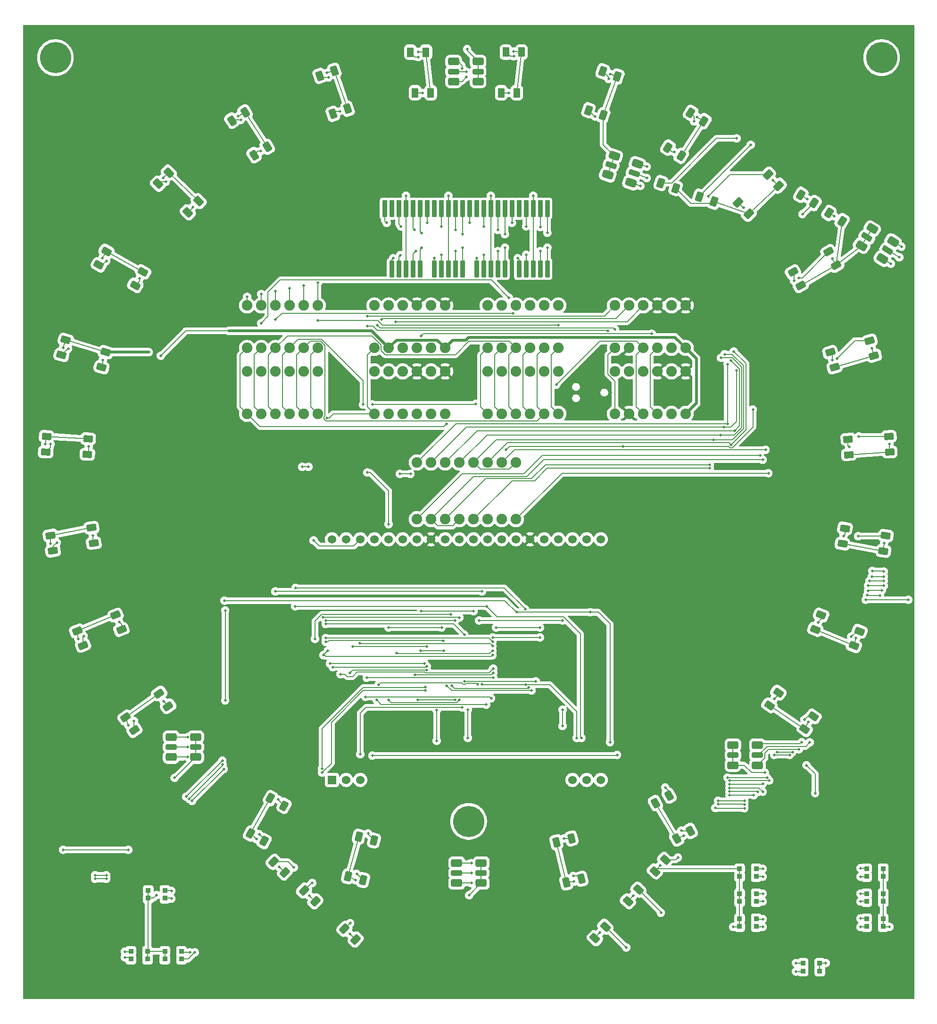
<source format=gtl>
%TF.GenerationSoftware,KiCad,Pcbnew,9.0.4*%
%TF.CreationDate,2025-09-16T15:39:33-04:00*%
%TF.ProjectId,mini-lhc-display,6d696e69-2d6c-4686-932d-646973706c61,rev?*%
%TF.SameCoordinates,Original*%
%TF.FileFunction,Copper,L1,Top*%
%TF.FilePolarity,Positive*%
%FSLAX46Y46*%
G04 Gerber Fmt 4.6, Leading zero omitted, Abs format (unit mm)*
G04 Created by KiCad (PCBNEW 9.0.4) date 2025-09-16 15:39:33*
%MOMM*%
%LPD*%
G01*
G04 APERTURE LIST*
G04 Aperture macros list*
%AMRoundRect*
0 Rectangle with rounded corners*
0 $1 Rounding radius*
0 $2 $3 $4 $5 $6 $7 $8 $9 X,Y pos of 4 corners*
0 Add a 4 corners polygon primitive as box body*
4,1,4,$2,$3,$4,$5,$6,$7,$8,$9,$2,$3,0*
0 Add four circle primitives for the rounded corners*
1,1,$1+$1,$2,$3*
1,1,$1+$1,$4,$5*
1,1,$1+$1,$6,$7*
1,1,$1+$1,$8,$9*
0 Add four rect primitives between the rounded corners*
20,1,$1+$1,$2,$3,$4,$5,0*
20,1,$1+$1,$4,$5,$6,$7,0*
20,1,$1+$1,$6,$7,$8,$9,0*
20,1,$1+$1,$8,$9,$2,$3,0*%
G04 Aperture macros list end*
%TA.AperFunction,SMDPad,CuDef*%
%ADD10RoundRect,0.250000X0.630988X0.364834X-0.024976X0.728441X-0.630988X-0.364834X0.024976X-0.728441X0*%
%TD*%
%TA.AperFunction,SMDPad,CuDef*%
%ADD11RoundRect,0.250000X0.353766X-0.637260X0.728766X0.012260X-0.353766X0.637260X-0.728766X-0.012260X0*%
%TD*%
%TA.AperFunction,SMDPad,CuDef*%
%ADD12RoundRect,0.350000X-0.650000X-0.350000X0.650000X-0.350000X0.650000X0.350000X-0.650000X0.350000X0*%
%TD*%
%TA.AperFunction,SMDPad,CuDef*%
%ADD13RoundRect,0.250000X-0.750000X-0.250000X0.750000X-0.250000X0.750000X0.250000X-0.750000X0.250000X0*%
%TD*%
%TA.AperFunction,SMDPad,CuDef*%
%ADD14RoundRect,0.250000X-0.214721X0.696523X-0.715625X0.138316X0.214721X-0.696523X0.715625X-0.138316X0*%
%TD*%
%TA.AperFunction,SMDPad,CuDef*%
%ADD15RoundRect,0.250000X-0.439012X0.581823X-0.719967X-0.113565X0.439012X-0.581823X0.719967X0.113565X0*%
%TD*%
%TA.AperFunction,ComponentPad*%
%ADD16C,1.905000*%
%TD*%
%TA.AperFunction,SMDPad,CuDef*%
%ADD17RoundRect,0.250000X-0.375000X-0.625000X0.375000X-0.625000X0.375000X0.625000X-0.375000X0.625000X0*%
%TD*%
%TA.AperFunction,SMDPad,CuDef*%
%ADD18RoundRect,0.250000X0.515062X0.515714X-0.212660X0.697156X-0.515062X-0.515714X0.212660X-0.697156X0*%
%TD*%
%TA.AperFunction,SMDPad,CuDef*%
%ADD19RoundRect,0.250000X0.675968X-0.272612X0.558642X0.468155X-0.675968X0.272612X-0.558642X-0.468155X0*%
%TD*%
%TA.AperFunction,SMDPad,CuDef*%
%ADD20RoundRect,0.250000X0.212660X0.697156X-0.515062X0.515714X-0.212660X-0.697156X0.515062X-0.515714X0*%
%TD*%
%TA.AperFunction,SMDPad,CuDef*%
%ADD21RoundRect,0.250000X-0.643769X0.341776X-0.604517X-0.407196X0.643769X-0.341776X0.604517X0.407196X0*%
%TD*%
%TA.AperFunction,SMDPad,CuDef*%
%ADD22RoundRect,0.250000X0.727061X0.051303X0.296879X0.665667X-0.727061X-0.051303X-0.296879X-0.665667X0*%
%TD*%
%TA.AperFunction,SMDPad,CuDef*%
%ADD23R,0.900000X0.900000*%
%TD*%
%TA.AperFunction,SMDPad,CuDef*%
%ADD24RoundRect,0.250000X-0.710084X-0.164409X-0.189090X-0.703914X0.710084X0.164409X0.189090X0.703914X0*%
%TD*%
%TA.AperFunction,SMDPad,CuDef*%
%ADD25RoundRect,0.250000X-0.296879X0.665667X-0.727061X0.051303X0.296879X-0.665667X0.727061X-0.051303X0*%
%TD*%
%TA.AperFunction,SMDPad,CuDef*%
%ADD26RoundRect,0.250000X0.013182X-0.728750X0.649218X-0.331310X-0.013182X0.728750X-0.649218X0.331310X0*%
%TD*%
%TA.AperFunction,ComponentPad*%
%ADD27C,3.600000*%
%TD*%
%TA.AperFunction,ConnectorPad*%
%ADD28C,5.600000*%
%TD*%
%TA.AperFunction,SMDPad,CuDef*%
%ADD29RoundRect,0.250000X0.024976X0.728441X-0.630988X0.364834X-0.024976X-0.728441X0.630988X-0.364834X0*%
%TD*%
%TA.AperFunction,SMDPad,CuDef*%
%ADD30RoundRect,0.250000X-0.728766X0.012260X-0.353766X-0.637260X0.728766X-0.012260X0.353766X0.637260X0*%
%TD*%
%TA.AperFunction,SMDPad,CuDef*%
%ADD31RoundRect,0.120000X-0.280000X-1.380000X0.280000X-1.380000X0.280000X1.380000X-0.280000X1.380000X0*%
%TD*%
%TA.AperFunction,SMDPad,CuDef*%
%ADD32RoundRect,0.250000X0.719967X-0.113565X0.439012X0.581823X-0.719967X0.113565X-0.439012X-0.581823X0*%
%TD*%
%TA.AperFunction,SMDPad,CuDef*%
%ADD33RoundRect,0.250000X-0.558642X0.468155X-0.675968X-0.272612X0.558642X-0.468155X0.675968X0.272612X0*%
%TD*%
%TA.AperFunction,ComponentPad*%
%ADD34R,1.524000X1.524000*%
%TD*%
%TA.AperFunction,ComponentPad*%
%ADD35C,1.524000*%
%TD*%
%TA.AperFunction,SMDPad,CuDef*%
%ADD36RoundRect,0.250000X-0.704153X0.188200X-0.497425X-0.532746X0.704153X-0.188200X0.497425X0.532746X0*%
%TD*%
%TA.AperFunction,SMDPad,CuDef*%
%ADD37RoundRect,0.250000X-0.558050X-0.468861X0.151089X-0.713037X0.558050X0.468861X-0.151089X0.713037X0*%
%TD*%
%TA.AperFunction,SMDPad,CuDef*%
%ADD38RoundRect,0.250000X0.604517X-0.407196X0.643769X0.341776X-0.604517X0.407196X-0.643769X-0.341776X0*%
%TD*%
%TA.AperFunction,SMDPad,CuDef*%
%ADD39RoundRect,0.250000X0.189090X-0.703914X0.710084X-0.164409X-0.189090X0.703914X-0.710084X0.164409X0*%
%TD*%
%TA.AperFunction,SMDPad,CuDef*%
%ADD40RoundRect,0.250000X-0.649218X-0.331310X-0.013182X-0.728750X0.649218X0.331310X0.013182X0.728750X0*%
%TD*%
%TA.AperFunction,SMDPad,CuDef*%
%ADD41RoundRect,0.250000X-0.701909X-0.196402X-0.157014X-0.711756X0.701909X0.196402X0.157014X0.711756X0*%
%TD*%
%TA.AperFunction,SMDPad,CuDef*%
%ADD42RoundRect,0.250000X-0.151089X-0.713037X0.558050X-0.468861X0.151089X0.713037X-0.558050X0.468861X0*%
%TD*%
%TA.AperFunction,SMDPad,CuDef*%
%ADD43RoundRect,0.350000X0.650000X0.350000X-0.650000X0.350000X-0.650000X-0.350000X0.650000X-0.350000X0*%
%TD*%
%TA.AperFunction,SMDPad,CuDef*%
%ADD44RoundRect,0.250000X0.750000X0.250000X-0.750000X0.250000X-0.750000X-0.250000X0.750000X-0.250000X0*%
%TD*%
%TA.AperFunction,SMDPad,CuDef*%
%ADD45RoundRect,0.250000X0.497425X-0.532746X0.704153X0.188200X-0.497425X0.532746X-0.704153X-0.188200X0*%
%TD*%
%TA.AperFunction,SMDPad,CuDef*%
%ADD46RoundRect,0.350000X0.728536X0.119312X-0.500638X0.542551X-0.728536X-0.119312X0.500638X-0.542551X0*%
%TD*%
%TA.AperFunction,SMDPad,CuDef*%
%ADD47RoundRect,0.250000X0.790531X-0.007796X-0.627747X0.480556X-0.790531X0.007796X0.627747X-0.480556X0*%
%TD*%
%TA.AperFunction,SMDPad,CuDef*%
%ADD48RoundRect,0.350000X0.736703X-0.047631X-0.365760X0.641264X-0.736703X0.047631X0.365760X-0.641264X0*%
%TD*%
%TA.AperFunction,SMDPad,CuDef*%
%ADD49RoundRect,0.250000X0.768516X-0.185427X-0.503556X0.609451X-0.768516X0.185427X0.503556X-0.609451X0*%
%TD*%
%TA.AperFunction,ViaPad*%
%ADD50C,0.508000*%
%TD*%
%TA.AperFunction,Conductor*%
%ADD51C,0.203200*%
%TD*%
%TA.AperFunction,Conductor*%
%ADD52C,0.508000*%
%TD*%
%TA.AperFunction,Conductor*%
%ADD53C,0.200000*%
%TD*%
%TA.AperFunction,Conductor*%
%ADD54C,0.152400*%
%TD*%
G04 APERTURE END LIST*
D10*
%TO.P,LED38,1,K*%
%TO.N,/Beam LEDs/C11*%
X63137362Y-162423009D03*
%TO.P,LED38,2,A*%
%TO.N,+15V*%
X60688426Y-161065543D03*
%TD*%
D11*
%TO.P,LED44,1,K*%
%TO.N,/Beam LEDs/C42*%
X29882681Y-65386014D03*
%TO.P,LED44,2,A*%
%TO.N,+15V*%
X31282681Y-62961142D03*
%TD*%
D12*
%TO.P,LED53,1,KB*%
%TO.N,/Misc. LEDs/C_B2*%
X93580894Y-28880276D03*
D13*
%TO.P,LED53,2,KR*%
%TO.N,/Misc. LEDs/C_G2*%
X93580894Y-30680276D03*
D12*
%TO.P,LED53,3,KG*%
%TO.N,/Misc. LEDs/C_R2*%
X93580894Y-32480276D03*
%TO.P,LED53,4,AG*%
%TO.N,+15V*%
X97980894Y-32480276D03*
D13*
%TO.P,LED53,5,AR*%
X97980894Y-30680276D03*
D12*
%TO.P,LED53,6,AB*%
X97980894Y-28880276D03*
%TD*%
D14*
%TO.P,LED62,1,K*%
%TO.N,/Misc. LEDs/C22*%
X120819873Y-184104691D03*
%TO.P,LED62,2,A*%
%TO.N,+15V*%
X118949833Y-186188665D03*
%TD*%
D15*
%TO.P,LED9,1,K*%
%TO.N,/Beam LEDs/C6*%
X166496937Y-131106410D03*
%TO.P,LED9,2,A*%
%TO.N,+15V*%
X165448039Y-133702524D03*
%TD*%
D16*
%TO.P,DSP5,1,CA1*%
%TO.N,/7 Segment Displays/A_DIG0*%
X86995000Y-110998000D03*
%TO.P,DSP5,2,CA2*%
%TO.N,/7 Segment Displays/A_DIG1*%
X89535000Y-110998000D03*
%TO.P,DSP5,3,D*%
%TO.N,/7 Segment Displays/C_SEGD*%
X92075000Y-110998000D03*
%TO.P,DSP5,4,CA_L1L2*%
%TO.N,/7 Segment Displays/A_DIG1*%
X94615000Y-110998000D03*
%TO.P,DSP5,5,E*%
%TO.N,/7 Segment Displays/C_SEGE*%
X97175291Y-110998000D03*
%TO.P,DSP5,6,CA3*%
%TO.N,/7 Segment Displays/A_DIG2*%
X99695000Y-110998000D03*
%TO.P,DSP5,7,DP*%
%TO.N,unconnected-(DSP5-DP-Pad7)*%
X102235000Y-110998000D03*
%TO.P,DSP5,8,CA4*%
%TO.N,/7 Segment Displays/A_DIG3*%
X104775000Y-110998000D03*
%TO.P,DSP5,9,L3*%
%TO.N,/7 Segment Displays/C_SEGDP*%
X104775000Y-100838000D03*
%TO.P,DSP5,10,CA_L3*%
%TO.N,/7 Segment Displays/A_DIG2*%
X102235000Y-100838000D03*
%TO.P,DSP5,11,F*%
%TO.N,/7 Segment Displays/C_SEGF*%
X99695000Y-100838000D03*
%TO.P,DSP5,12,L1L2*%
%TO.N,/7 Segment Displays/C_SEGDP*%
X97175291Y-100838000D03*
%TO.P,DSP5,13,C*%
%TO.N,/7 Segment Displays/C_SEGC*%
X94615000Y-100838000D03*
%TO.P,DSP5,14,A*%
%TO.N,/7 Segment Displays/C_SEGA*%
X92075000Y-100838000D03*
%TO.P,DSP5,15,G*%
%TO.N,/7 Segment Displays/C_SEGG*%
X89535000Y-100838000D03*
%TO.P,DSP5,16,B*%
%TO.N,/7 Segment Displays/C_SEGB*%
X86995000Y-100838000D03*
%TD*%
D17*
%TO.P,LED24,1,K*%
%TO.N,/Beam LEDs/C36*%
X86674894Y-34490276D03*
%TO.P,LED24,2,A*%
%TO.N,+15V*%
X89474894Y-34490276D03*
%TD*%
D18*
%TO.P,LED13,1,K*%
%TO.N,/Beam LEDs/C9*%
X77354601Y-175755777D03*
%TO.P,LED13,2,A*%
%TO.N,+15V*%
X74637773Y-175078395D03*
%TD*%
D19*
%TO.P,LED17,1,K*%
%TO.N,/Beam LEDs/C47*%
X29000295Y-115304815D03*
%TO.P,LED17,2,A*%
%TO.N,+15V*%
X28562279Y-112539287D03*
%TD*%
D14*
%TO.P,LED63,1,K*%
%TO.N,/Misc. LEDs/C23*%
X126762032Y-177482781D03*
%TO.P,LED63,2,A*%
%TO.N,+15V*%
X124891992Y-179566755D03*
%TD*%
D20*
%TO.P,LED36,1,K*%
%TO.N,/Beam LEDs/C23*%
X116546651Y-175516465D03*
%TO.P,LED36,2,A*%
%TO.N,+15V*%
X113829823Y-176193847D03*
%TD*%
D21*
%TO.P,LED7,1,K*%
%TO.N,/Beam LEDs/C5*%
X171758642Y-96146480D03*
%TO.P,LED7,2,A*%
%TO.N,+15V*%
X171905182Y-98942642D03*
%TD*%
D22*
%TO.P,LED39,1,K*%
%TO.N,/Beam LEDs/C33*%
X36287101Y-148850348D03*
%TO.P,LED39,2,A*%
%TO.N,+15V*%
X34681087Y-146556722D03*
%TD*%
D23*
%TO.P,LED70,1,K2*%
%TO.N,/Misc. LEDs/C35*%
X167726000Y-178198500D03*
%TO.P,LED70,2,K1*%
%TO.N,/Misc. LEDs/C46*%
X167726000Y-179598500D03*
%TO.P,LED70,3,A1*%
%TO.N,+15V*%
X170726000Y-179598500D03*
%TO.P,LED70,4,A2*%
X170726000Y-178198500D03*
%TD*%
D15*
%TO.P,LED33,1,K*%
%TO.N,/Beam LEDs/C8*%
X159575002Y-128194642D03*
%TO.P,LED33,2,A*%
%TO.N,+15V*%
X158526104Y-130790756D03*
%TD*%
D24*
%TO.P,LED28,1,K*%
%TO.N,/Beam LEDs/C13*%
X144672812Y-54203414D03*
%TO.P,LED28,2,A*%
%TO.N,+15V*%
X146617856Y-56217566D03*
%TD*%
D25*
%TO.P,LED10,1,K*%
%TO.N,/Beam LEDs/C20*%
X158222597Y-146376892D03*
%TO.P,LED10,2,A*%
%TO.N,+15V*%
X156616583Y-148670518D03*
%TD*%
D23*
%TO.P,LED74,1,K2*%
%TO.N,/Misc. LEDs/C27*%
X44742000Y-189930000D03*
%TO.P,LED74,2,K1*%
%TO.N,/Misc. LEDs/C29*%
X44742000Y-188530000D03*
%TO.P,LED74,3,A1*%
%TO.N,+15V*%
X41742000Y-188530000D03*
%TO.P,LED74,4,A2*%
X41742000Y-189930000D03*
%TD*%
D17*
%TO.P,LED25,1,K*%
%TO.N,/Beam LEDs/C26*%
X102143394Y-34490276D03*
%TO.P,LED25,2,A*%
%TO.N,+15V*%
X104943394Y-34490276D03*
%TD*%
D26*
%TO.P,LED46,1,K*%
%TO.N,/Beam LEDs/C41*%
X53779738Y-39489268D03*
%TO.P,LED46,2,A*%
%TO.N,+15V*%
X56154272Y-38005494D03*
%TD*%
D25*
%TO.P,LED34,1,K*%
%TO.N,/Beam LEDs/C7*%
X151899205Y-142127241D03*
%TO.P,LED34,2,A*%
%TO.N,+15V*%
X150293191Y-144420867D03*
%TD*%
D22*
%TO.P,LED15,1,K*%
%TO.N,/Beam LEDs/C34*%
X42329154Y-144572348D03*
%TO.P,LED15,2,A*%
%TO.N,+15V*%
X40723140Y-142278722D03*
%TD*%
D23*
%TO.P,LED66,1,K2*%
%TO.N,/Misc. LEDs/C42*%
X147931000Y-179598500D03*
%TO.P,LED66,2,K1*%
%TO.N,/Misc. LEDs/C44*%
X147931000Y-178198500D03*
%TO.P,LED66,3,A1*%
%TO.N,+15V*%
X144931000Y-178198500D03*
%TO.P,LED66,4,A2*%
X144931000Y-179598500D03*
%TD*%
D20*
%TO.P,LED12,1,K*%
%TO.N,/Beam LEDs/C21*%
X114743217Y-168274901D03*
%TO.P,LED12,2,A*%
%TO.N,+15V*%
X112026389Y-168952283D03*
%TD*%
D27*
%TO.P,REF\u002A\u002A,1*%
%TO.N,N/C*%
X170434000Y-28194000D03*
D28*
X170434000Y-28194000D03*
%TD*%
D29*
%TO.P,LED35,1,K*%
%TO.N,/Beam LEDs/C22*%
X136087824Y-166939051D03*
%TO.P,LED35,2,A*%
%TO.N,+15V*%
X133638888Y-168296517D03*
%TD*%
D30*
%TO.P,LED5,1,K*%
%TO.N,/Beam LEDs/C12*%
X160898014Y-63012080D03*
%TO.P,LED5,2,A*%
%TO.N,+15V*%
X162298014Y-65436952D03*
%TD*%
D29*
%TO.P,LED11,1,K*%
%TO.N,/Beam LEDs/C18*%
X132282379Y-160596627D03*
%TO.P,LED11,2,A*%
%TO.N,+15V*%
X129833443Y-161954093D03*
%TD*%
D31*
%TO.P,DSP8,1,G*%
%TO.N,/7 Segment Displays/C_SEGG*%
X96443800Y-55290800D03*
%TO.P,DSP8,2,DP1*%
%TO.N,unconnected-(DSP8-DP1-Pad2)*%
X97713800Y-55290800D03*
%TO.P,DSP8,3,F*%
%TO.N,/7 Segment Displays/C_SEGF*%
X98983800Y-55290800D03*
%TO.P,DSP8,4,CA*%
%TO.N,/7 Segment Displays/A_DIG5*%
X100253800Y-55290800D03*
%TO.P,DSP8,5,A*%
%TO.N,/7 Segment Displays/C_SEGA*%
X101523800Y-55290800D03*
%TO.P,DSP8,6,B*%
%TO.N,/7 Segment Displays/C_SEGB*%
X102793800Y-55290800D03*
%TO.P,DSP8,7,DP2*%
%TO.N,/7 Segment Displays/C_SEGDP*%
X102793800Y-66090800D03*
%TO.P,DSP8,8,C*%
%TO.N,/7 Segment Displays/C_SEGC*%
X101523800Y-66090800D03*
%TO.P,DSP8,9,CA*%
%TO.N,/7 Segment Displays/A_DIG5*%
X100253800Y-66090800D03*
%TO.P,DSP8,10,D*%
%TO.N,/7 Segment Displays/C_SEGD*%
X98983800Y-66090800D03*
%TO.P,DSP8,11,E*%
%TO.N,/7 Segment Displays/C_SEGE*%
X97713800Y-66090800D03*
%TD*%
D32*
%TO.P,LED40,1,K*%
%TO.N,/Beam LEDs/C35*%
X27058640Y-133638831D03*
%TO.P,LED40,2,A*%
%TO.N,+15V*%
X26009742Y-131042717D03*
%TD*%
D31*
%TO.P,DSP9,1,G*%
%TO.N,/7 Segment Displays/C_SEGG*%
X104063800Y-55290800D03*
%TO.P,DSP9,2,DP1*%
%TO.N,unconnected-(DSP9-DP1-Pad2)*%
X105333800Y-55290800D03*
%TO.P,DSP9,3,F*%
%TO.N,/7 Segment Displays/C_SEGF*%
X106603800Y-55290800D03*
%TO.P,DSP9,4,CA*%
%TO.N,/7 Segment Displays/A_DIG4*%
X107873800Y-55290800D03*
%TO.P,DSP9,5,A*%
%TO.N,/7 Segment Displays/C_SEGA*%
X109143800Y-55290800D03*
%TO.P,DSP9,6,B*%
%TO.N,/7 Segment Displays/C_SEGB*%
X110413800Y-55290800D03*
%TO.P,DSP9,7,DP2*%
%TO.N,/7 Segment Displays/C_SEGDP*%
X110413800Y-66090800D03*
%TO.P,DSP9,8,C*%
%TO.N,/7 Segment Displays/C_SEGC*%
X109143800Y-66090800D03*
%TO.P,DSP9,9,CA*%
%TO.N,/7 Segment Displays/A_DIG4*%
X107873800Y-66090800D03*
%TO.P,DSP9,10,D*%
%TO.N,/7 Segment Displays/C_SEGD*%
X106603800Y-66090800D03*
%TO.P,DSP9,11,E*%
%TO.N,/7 Segment Displays/C_SEGE*%
X105333800Y-66090800D03*
%TD*%
D23*
%TO.P,LED67,1,K2*%
%TO.N,/Misc. LEDs/C32*%
X147931000Y-184088000D03*
%TO.P,LED67,2,K1*%
%TO.N,/Misc. LEDs/C43*%
X147931000Y-182688000D03*
%TO.P,LED67,3,A1*%
%TO.N,+15V*%
X144931000Y-182688000D03*
%TO.P,LED67,4,A2*%
X144931000Y-184088000D03*
%TD*%
D33*
%TO.P,LED32,1,K*%
%TO.N,/Beam LEDs/C3*%
X163862851Y-112644298D03*
%TO.P,LED32,2,A*%
%TO.N,+15V*%
X163424835Y-115409826D03*
%TD*%
D23*
%TO.P,LED69,1,K2*%
%TO.N,/Misc. LEDs/C33*%
X167726000Y-173709000D03*
%TO.P,LED69,2,K1*%
%TO.N,/Misc. LEDs/C34*%
X167726000Y-175109000D03*
%TO.P,LED69,3,A1*%
%TO.N,+15V*%
X170726000Y-175109000D03*
%TO.P,LED69,4,A2*%
X170726000Y-173709000D03*
%TD*%
%TO.P,LED68,1,K2*%
%TO.N,/Misc. LEDs/C31*%
X156333500Y-190689000D03*
%TO.P,LED68,2,K1*%
%TO.N,/Misc. LEDs/C30*%
X156333500Y-192089000D03*
%TO.P,LED68,3,A1*%
%TO.N,+15V*%
X159333500Y-192089000D03*
%TO.P,LED68,4,A2*%
X159333500Y-190689000D03*
%TD*%
D16*
%TO.P,DSP4,1,RST*%
%TO.N,/Dot Matrix Displays/~{RST}*%
X99695000Y-92087500D03*
%TO.P,DSP4,2,FL*%
%TO.N,/Dot Matrix Displays/FL*%
X102235000Y-92087500D03*
%TO.P,DSP4,3,A0*%
%TO.N,/Dot Matrix Displays/A0*%
X104775000Y-92087500D03*
%TO.P,DSP4,4,A1*%
%TO.N,/Dot Matrix Displays/A1*%
X107315000Y-92087500D03*
%TO.P,DSP4,5,A2*%
%TO.N,/Dot Matrix Displays/A2*%
X109855000Y-92087500D03*
%TO.P,DSP4,6,A3*%
%TO.N,/Dot Matrix Displays/A3*%
X112395000Y-92087500D03*
%TO.P,DSP4,10,A4*%
%TO.N,/Dot Matrix Displays/A4*%
X122555000Y-92087500D03*
%TO.P,DSP4,11,CLS*%
%TO.N,GND*%
X125095000Y-92087500D03*
%TO.P,DSP4,12,CLK*%
%TO.N,/Dot Matrix Displays/CLK*%
X127635000Y-92087500D03*
%TO.P,DSP4,13,WR*%
%TO.N,/Dot Matrix Displays/~{WR}*%
X130175000Y-92087500D03*
%TO.P,DSP4,14,CE*%
%TO.N,/Dot Matrix Displays/~{CE}_BR*%
X132715000Y-92087500D03*
%TO.P,DSP4,15,VDD*%
%TO.N,+5V*%
X135255000Y-92087500D03*
%TO.P,DSP4,16,GND*%
%TO.N,GND*%
X135255000Y-84467500D03*
%TO.P,DSP4,17,THERMAL_TEST*%
%TO.N,unconnected-(DSP4-THERMAL_TEST-Pad17)*%
X132715000Y-84467500D03*
%TO.P,DSP4,18,GND*%
%TO.N,GND*%
X130175000Y-84467500D03*
%TO.P,DSP4,19,RD*%
%TO.N,/Dot Matrix Displays/~{RD}*%
X127635000Y-84467500D03*
%TO.P,DSP4,20,D0*%
%TO.N,/Dot Matrix Displays/D0*%
X125095000Y-84467500D03*
%TO.P,DSP4,21,D1*%
%TO.N,/Dot Matrix Displays/D1*%
X122555000Y-84467500D03*
%TO.P,DSP4,25,D2*%
%TO.N,/Dot Matrix Displays/D2*%
X112395000Y-84467500D03*
%TO.P,DSP4,26,D3*%
%TO.N,/Dot Matrix Displays/D3*%
X109855000Y-84467500D03*
%TO.P,DSP4,27,D4*%
%TO.N,/Dot Matrix Displays/D4*%
X107315000Y-84467500D03*
%TO.P,DSP4,28,D5*%
%TO.N,/Dot Matrix Displays/D5*%
X104775000Y-84467500D03*
%TO.P,DSP4,29,D6*%
%TO.N,/Dot Matrix Displays/D6*%
X102235000Y-84467500D03*
%TO.P,DSP4,30,D7*%
%TO.N,/Dot Matrix Displays/D7*%
X99695000Y-84467500D03*
%TD*%
%TO.P,DSP3,1,RST*%
%TO.N,/Dot Matrix Displays/~{RST}*%
X56515000Y-92087500D03*
%TO.P,DSP3,2,FL*%
%TO.N,/Dot Matrix Displays/FL*%
X59055000Y-92087500D03*
%TO.P,DSP3,3,A0*%
%TO.N,/Dot Matrix Displays/A0*%
X61595000Y-92087500D03*
%TO.P,DSP3,4,A1*%
%TO.N,/Dot Matrix Displays/A1*%
X64135000Y-92087500D03*
%TO.P,DSP3,5,A2*%
%TO.N,/Dot Matrix Displays/A2*%
X66675000Y-92087500D03*
%TO.P,DSP3,6,A3*%
%TO.N,/Dot Matrix Displays/A3*%
X69215000Y-92087500D03*
%TO.P,DSP3,10,A4*%
%TO.N,/Dot Matrix Displays/A4*%
X79375000Y-92087500D03*
%TO.P,DSP3,11,CLS*%
%TO.N,GND*%
X81915000Y-92087500D03*
%TO.P,DSP3,12,CLK*%
%TO.N,/Dot Matrix Displays/CLK*%
X84455000Y-92087500D03*
%TO.P,DSP3,13,WR*%
%TO.N,/Dot Matrix Displays/~{WR}*%
X86995000Y-92087500D03*
%TO.P,DSP3,14,CE*%
%TO.N,/Dot Matrix Displays/~{CE}_BL*%
X89535000Y-92087500D03*
%TO.P,DSP3,15,VDD*%
%TO.N,+5V*%
X92075000Y-92087500D03*
%TO.P,DSP3,16,GND*%
%TO.N,GND*%
X92075000Y-84467500D03*
%TO.P,DSP3,17,THERMAL_TEST*%
%TO.N,unconnected-(DSP3-THERMAL_TEST-Pad17)*%
X89535000Y-84467500D03*
%TO.P,DSP3,18,GND*%
%TO.N,GND*%
X86995000Y-84467500D03*
%TO.P,DSP3,19,RD*%
%TO.N,/Dot Matrix Displays/~{RD}*%
X84455000Y-84467500D03*
%TO.P,DSP3,20,D0*%
%TO.N,/Dot Matrix Displays/D0*%
X81915000Y-84467500D03*
%TO.P,DSP3,21,D1*%
%TO.N,/Dot Matrix Displays/D1*%
X79375000Y-84467500D03*
%TO.P,DSP3,25,D2*%
%TO.N,/Dot Matrix Displays/D2*%
X69215000Y-84467500D03*
%TO.P,DSP3,26,D3*%
%TO.N,/Dot Matrix Displays/D3*%
X66675000Y-84467500D03*
%TO.P,DSP3,27,D4*%
%TO.N,/Dot Matrix Displays/D4*%
X64135000Y-84467500D03*
%TO.P,DSP3,28,D5*%
%TO.N,/Dot Matrix Displays/D5*%
X61595000Y-84467500D03*
%TO.P,DSP3,29,D6*%
%TO.N,/Dot Matrix Displays/D6*%
X59055000Y-84467500D03*
%TO.P,DSP3,30,D7*%
%TO.N,/Dot Matrix Displays/D7*%
X56515000Y-84467500D03*
%TD*%
D17*
%TO.P,LED1,1,K*%
%TO.N,/Beam LEDs/C38*%
X102986440Y-27208039D03*
%TO.P,LED1,2,A*%
%TO.N,+15V*%
X105786440Y-27208039D03*
%TD*%
D34*
%TO.P,U10,1,A1+*%
%TO.N,Net-(U10-A1+)*%
X71755000Y-157782500D03*
D35*
%TO.P,U10,2,A2+*%
%TO.N,Net-(U10-A2+)*%
X74295000Y-157782500D03*
%TO.P,U10,3,A3+*%
%TO.N,Net-(U10-A3+)*%
X76835000Y-157782500D03*
%TO.P,U10,18,C1-*%
%TO.N,Net-(Q1-C)*%
X114935000Y-157782500D03*
%TO.P,U10,19,C2-*%
X117475000Y-157782500D03*
%TO.P,U10,20,C3-*%
X120015000Y-157782500D03*
%TO.P,U10,21,V0*%
%TO.N,Net-(U10-V0)*%
X120015000Y-114602500D03*
%TO.P,U10,22,V1*%
%TO.N,Net-(U10-V1)*%
X117475000Y-114602500D03*
%TO.P,U10,23,V2*%
%TO.N,Net-(U10-V2)*%
X114935000Y-114602500D03*
%TO.P,U10,24,V3*%
%TO.N,Net-(U10-V3)*%
X112395000Y-114602500D03*
%TO.P,U10,25,V4*%
%TO.N,Net-(U10-V4)*%
X109855000Y-114602500D03*
%TO.P,U10,26,VSS*%
%TO.N,GND*%
X107315000Y-114602500D03*
%TO.P,U10,27,CAP2N*%
%TO.N,Net-(U10-CAP2N)*%
X104775000Y-114602500D03*
%TO.P,U10,28,CAP2P*%
%TO.N,Net-(U10-CAP2P)*%
X102235000Y-114602500D03*
%TO.P,U10,29,CAP1P*%
%TO.N,Net-(U10-CAP1P)*%
X99695000Y-114602500D03*
%TO.P,U10,30,CAP1N*%
%TO.N,Net-(U10-CAP1N)*%
X97155000Y-114602500D03*
%TO.P,U10,31,CAP3P*%
%TO.N,Net-(U10-CAP3P)*%
X94615000Y-114602500D03*
%TO.P,U10,32,VOUT*%
%TO.N,Net-(U10-VOUT)*%
X92075000Y-114602500D03*
%TO.P,U10,33,VSS*%
%TO.N,GND*%
X89535000Y-114602500D03*
%TO.P,U10,34,VDD2*%
%TO.N,+3.3V*%
X86995000Y-114602500D03*
%TO.P,U10,35,VDD*%
X84455000Y-114602500D03*
%TO.P,U10,36,SI*%
%TO.N,LCD_MCU_SDO*%
X81915000Y-114602500D03*
%TO.P,U10,37,SCL*%
%TO.N,LCD_SPI_SCLK*%
X79375000Y-114602500D03*
%TO.P,U10,38,A0*%
%TO.N,LCD_A0*%
X76835000Y-114602500D03*
%TO.P,U10,39,~{RST}*%
%TO.N,LCD_~{RESET}*%
X74295000Y-114602500D03*
%TO.P,U10,40,~{CS1B}*%
%TO.N,LCD_~{CS}*%
X71755000Y-114602500D03*
%TD*%
D36*
%TO.P,LED6,1,K*%
%TO.N,/Beam LEDs/C15*%
X168288734Y-78970159D03*
%TO.P,LED6,2,A*%
%TO.N,+15V*%
X169060518Y-81661691D03*
%TD*%
D14*
%TO.P,LED64,1,K*%
%TO.N,/Misc. LEDs/C26*%
X131584698Y-172108420D03*
%TO.P,LED64,2,A*%
%TO.N,+15V*%
X129714658Y-174192394D03*
%TD*%
D23*
%TO.P,LED73,1,K2*%
%TO.N,/Misc. LEDs/C28*%
X35646000Y-188530000D03*
%TO.P,LED73,2,K1*%
%TO.N,/Misc. LEDs/C41*%
X35646000Y-189930000D03*
%TO.P,LED73,3,A1*%
%TO.N,+15V*%
X38646000Y-189930000D03*
%TO.P,LED73,4,A2*%
X38646000Y-188530000D03*
%TD*%
D17*
%TO.P,LED48,1,K*%
%TO.N,/Beam LEDs/C37*%
X85827392Y-27213339D03*
%TO.P,LED48,2,A*%
%TO.N,+15V*%
X88627392Y-27213339D03*
%TD*%
D33*
%TO.P,LED8,1,K*%
%TO.N,/Beam LEDs/C4*%
X171194978Y-113952885D03*
%TO.P,LED8,2,A*%
%TO.N,+15V*%
X170756962Y-116718413D03*
%TD*%
D23*
%TO.P,LED65,1,K2*%
%TO.N,/Misc. LEDs/C40*%
X147931000Y-175109000D03*
%TO.P,LED65,2,K1*%
%TO.N,/Misc. LEDs/C39*%
X147931000Y-173709000D03*
%TO.P,LED65,3,A1*%
%TO.N,+15V*%
X144931000Y-173709000D03*
%TO.P,LED65,4,A2*%
X144931000Y-175109000D03*
%TD*%
D32*
%TO.P,LED16,1,K*%
%TO.N,/Beam LEDs/C46*%
X33954248Y-130804057D03*
%TO.P,LED16,2,A*%
%TO.N,+15V*%
X32905350Y-128207943D03*
%TD*%
D21*
%TO.P,LED31,1,K*%
%TO.N,/Beam LEDs/C16*%
X164418973Y-96635327D03*
%TO.P,LED31,2,A*%
%TO.N,+15V*%
X164565513Y-99431489D03*
%TD*%
D37*
%TO.P,LED60,1,K*%
%TO.N,/Misc. LEDs/C21*%
X137686371Y-53133830D03*
%TO.P,LED60,2,A*%
%TO.N,+15V*%
X140333823Y-54045420D03*
%TD*%
D23*
%TO.P,LED72,1,K2*%
%TO.N,/Misc. LEDs/C37*%
X41759000Y-179008000D03*
%TO.P,LED72,2,K1*%
%TO.N,/Misc. LEDs/C36*%
X41759000Y-177608000D03*
%TO.P,LED72,3,A1*%
%TO.N,+15V*%
X38759000Y-177608000D03*
%TO.P,LED72,4,A2*%
X38759000Y-179008000D03*
%TD*%
D38*
%TO.P,LED42,1,K*%
%TO.N,/Beam LEDs/C31*%
X20350804Y-98933403D03*
%TO.P,LED42,2,A*%
%TO.N,+15V*%
X20497344Y-96137241D03*
%TD*%
D39*
%TO.P,LED45,1,K*%
%TO.N,/Beam LEDs/C40*%
X40510535Y-50824660D03*
%TO.P,LED45,2,A*%
%TO.N,+15V*%
X42455579Y-48810508D03*
%TD*%
D40*
%TO.P,LED3,1,K*%
%TO.N,/Beam LEDs/C24*%
X136137739Y-38101664D03*
%TO.P,LED3,2,A*%
%TO.N,+15V*%
X138512273Y-39585438D03*
%TD*%
D41*
%TO.P,LED58,1,K*%
%TO.N,/Misc. LEDs/C25*%
X66727804Y-177635091D03*
%TO.P,LED58,2,A*%
%TO.N,+15V*%
X68762078Y-179559079D03*
%TD*%
D10*
%TO.P,LED14,1,K*%
%TO.N,/Beam LEDs/C19*%
X59558724Y-168763429D03*
%TO.P,LED14,2,A*%
%TO.N,+15V*%
X57109788Y-167405963D03*
%TD*%
D42*
%TO.P,LED23,1,K*%
%TO.N,/Beam LEDs/C29*%
X71909067Y-38277872D03*
%TO.P,LED23,2,A*%
%TO.N,+15V*%
X74556519Y-37366282D03*
%TD*%
D40*
%TO.P,LED55,1,K*%
%TO.N,/Misc. LEDs/C18*%
X155937695Y-52815216D03*
%TO.P,LED55,2,A*%
%TO.N,+15V*%
X158312229Y-54298990D03*
%TD*%
D12*
%TO.P,LED51,1,KB*%
%TO.N,/Misc. LEDs/C_B0*%
X94141082Y-172690823D03*
D13*
%TO.P,LED51,2,KR*%
%TO.N,/Misc. LEDs/C_G0*%
X94141082Y-174490823D03*
D12*
%TO.P,LED51,3,KG*%
%TO.N,/Misc. LEDs/C_R0*%
X94141082Y-176290823D03*
%TO.P,LED51,4,AG*%
%TO.N,+15V*%
X98541082Y-176290823D03*
D13*
%TO.P,LED51,5,AR*%
X98541082Y-174490823D03*
D12*
%TO.P,LED51,6,AB*%
X98541082Y-172690823D03*
%TD*%
D37*
%TO.P,LED61,1,K*%
%TO.N,/Misc. LEDs/C20*%
X130804341Y-50682673D03*
%TO.P,LED61,2,A*%
%TO.N,+15V*%
X133451793Y-51594263D03*
%TD*%
D40*
%TO.P,LED27,1,K*%
%TO.N,/Beam LEDs/C0*%
X132077513Y-44324199D03*
%TO.P,LED27,2,A*%
%TO.N,+15V*%
X134452047Y-45807973D03*
%TD*%
D23*
%TO.P,LED71,1,K2*%
%TO.N,/Misc. LEDs/C45*%
X167726000Y-182688000D03*
%TO.P,LED71,2,K1*%
%TO.N,/Misc. LEDs/C47*%
X167726000Y-184088000D03*
%TO.P,LED71,3,A1*%
%TO.N,+15V*%
X170726000Y-184088000D03*
%TO.P,LED71,4,A2*%
X170726000Y-182688000D03*
%TD*%
D31*
%TO.P,DSP6,1,G*%
%TO.N,/7 Segment Displays/C_SEGG*%
X81203800Y-55290800D03*
%TO.P,DSP6,2,DP1*%
%TO.N,unconnected-(DSP6-DP1-Pad2)*%
X82473800Y-55290800D03*
%TO.P,DSP6,3,F*%
%TO.N,/7 Segment Displays/C_SEGF*%
X83743800Y-55290800D03*
%TO.P,DSP6,4,CA*%
%TO.N,/7 Segment Displays/A_DIG7*%
X85013800Y-55290800D03*
%TO.P,DSP6,5,A*%
%TO.N,/7 Segment Displays/C_SEGA*%
X86283800Y-55290800D03*
%TO.P,DSP6,6,B*%
%TO.N,/7 Segment Displays/C_SEGB*%
X87553800Y-55290800D03*
%TO.P,DSP6,7,DP2*%
%TO.N,/7 Segment Displays/C_SEGDP*%
X87553800Y-66090800D03*
%TO.P,DSP6,8,C*%
%TO.N,/7 Segment Displays/C_SEGC*%
X86283800Y-66090800D03*
%TO.P,DSP6,9,CA*%
%TO.N,/7 Segment Displays/A_DIG7*%
X85013800Y-66090800D03*
%TO.P,DSP6,10,D*%
%TO.N,/7 Segment Displays/C_SEGD*%
X83743800Y-66090800D03*
%TO.P,DSP6,11,E*%
%TO.N,/7 Segment Displays/C_SEGE*%
X82473800Y-66090800D03*
%TD*%
D19*
%TO.P,LED41,1,K*%
%TO.N,/Beam LEDs/C45*%
X21653852Y-116681027D03*
%TO.P,LED41,2,A*%
%TO.N,+15V*%
X21215836Y-113915499D03*
%TD*%
D42*
%TO.P,LED47,1,K*%
%TO.N,/Beam LEDs/C27*%
X69541343Y-31459044D03*
%TO.P,LED47,2,A*%
%TO.N,+15V*%
X72188795Y-30547454D03*
%TD*%
D43*
%TO.P,LED54,1,KB*%
%TO.N,/Misc. LEDs/C_B5*%
X148145894Y-155140276D03*
D44*
%TO.P,LED54,2,KR*%
%TO.N,/Misc. LEDs/C_G5*%
X148145894Y-153340276D03*
D43*
%TO.P,LED54,3,KG*%
%TO.N,/Misc. LEDs/C_R5*%
X148145894Y-151540276D03*
%TO.P,LED54,4,AG*%
%TO.N,+15V*%
X143745894Y-151540276D03*
D44*
%TO.P,LED54,5,AR*%
X143745894Y-153340276D03*
D43*
%TO.P,LED54,6,AB*%
X143745894Y-155140276D03*
%TD*%
D27*
%TO.P,REF\u002A\u002A,1*%
%TO.N,N/C*%
X22098000Y-28194000D03*
D28*
X22098000Y-28194000D03*
%TD*%
D12*
%TO.P,LED52,1,KB*%
%TO.N,/Misc. LEDs/C_B4*%
X42885000Y-150092000D03*
D13*
%TO.P,LED52,2,KR*%
%TO.N,/Misc. LEDs/C_G4*%
X42885000Y-151892000D03*
D12*
%TO.P,LED52,3,KG*%
%TO.N,/Misc. LEDs/C_R4*%
X42885000Y-153692000D03*
%TO.P,LED52,4,AG*%
%TO.N,+15V*%
X47285000Y-153692000D03*
D13*
%TO.P,LED52,5,AR*%
X47285000Y-151892000D03*
D12*
%TO.P,LED52,6,AB*%
X47285000Y-150092000D03*
%TD*%
D45*
%TO.P,LED43,1,K*%
%TO.N,/Beam LEDs/C32*%
X23179052Y-81542634D03*
%TO.P,LED43,2,A*%
%TO.N,+15V*%
X23950836Y-78851102D03*
%TD*%
D38*
%TO.P,LED18,1,K*%
%TO.N,/Beam LEDs/C30*%
X27831811Y-99359707D03*
%TO.P,LED18,2,A*%
%TO.N,+15V*%
X27978351Y-96563545D03*
%TD*%
D26*
%TO.P,LED22,1,K*%
%TO.N,/Beam LEDs/C28*%
X57758895Y-45669738D03*
%TO.P,LED22,2,A*%
%TO.N,+15V*%
X60133429Y-44185964D03*
%TD*%
D39*
%TO.P,LED21,1,K*%
%TO.N,/Beam LEDs/C39*%
X45868358Y-55952383D03*
%TO.P,LED21,2,A*%
%TO.N,+15V*%
X47813402Y-53938231D03*
%TD*%
D16*
%TO.P,DSP2,1,RST*%
%TO.N,/Dot Matrix Displays/~{RST}*%
X99695000Y-80276500D03*
%TO.P,DSP2,2,FL*%
%TO.N,/Dot Matrix Displays/FL*%
X102235000Y-80276500D03*
%TO.P,DSP2,3,A0*%
%TO.N,/Dot Matrix Displays/A0*%
X104775000Y-80276500D03*
%TO.P,DSP2,4,A1*%
%TO.N,/Dot Matrix Displays/A1*%
X107315000Y-80276500D03*
%TO.P,DSP2,5,A2*%
%TO.N,/Dot Matrix Displays/A2*%
X109855000Y-80276500D03*
%TO.P,DSP2,6,A3*%
%TO.N,/Dot Matrix Displays/A3*%
X112395000Y-80276500D03*
%TO.P,DSP2,10,A4*%
%TO.N,/Dot Matrix Displays/A4*%
X122555000Y-80276500D03*
%TO.P,DSP2,11,CLS*%
%TO.N,GND*%
X125095000Y-80276500D03*
%TO.P,DSP2,12,CLK*%
%TO.N,/Dot Matrix Displays/CLK*%
X127635000Y-80276500D03*
%TO.P,DSP2,13,WR*%
%TO.N,/Dot Matrix Displays/~{WR}*%
X130175000Y-80276500D03*
%TO.P,DSP2,14,CE*%
%TO.N,/Dot Matrix Displays/~{CE}_AR*%
X132715000Y-80276500D03*
%TO.P,DSP2,15,VDD*%
%TO.N,+5V*%
X135255000Y-80276500D03*
%TO.P,DSP2,16,GND*%
%TO.N,GND*%
X135255000Y-72656500D03*
%TO.P,DSP2,17,THERMAL_TEST*%
%TO.N,unconnected-(DSP2-THERMAL_TEST-Pad17)*%
X132715000Y-72656500D03*
%TO.P,DSP2,18,GND*%
%TO.N,GND*%
X130175000Y-72656500D03*
%TO.P,DSP2,19,RD*%
%TO.N,/Dot Matrix Displays/~{RD}*%
X127635000Y-72656500D03*
%TO.P,DSP2,20,D0*%
%TO.N,/Dot Matrix Displays/D0*%
X125095000Y-72656500D03*
%TO.P,DSP2,21,D1*%
%TO.N,/Dot Matrix Displays/D1*%
X122555000Y-72656500D03*
%TO.P,DSP2,25,D2*%
%TO.N,/Dot Matrix Displays/D2*%
X112395000Y-72656500D03*
%TO.P,DSP2,26,D3*%
%TO.N,/Dot Matrix Displays/D3*%
X109855000Y-72656500D03*
%TO.P,DSP2,27,D4*%
%TO.N,/Dot Matrix Displays/D4*%
X107315000Y-72656500D03*
%TO.P,DSP2,28,D5*%
%TO.N,/Dot Matrix Displays/D5*%
X104775000Y-72656500D03*
%TO.P,DSP2,29,D6*%
%TO.N,/Dot Matrix Displays/D6*%
X102235000Y-72656500D03*
%TO.P,DSP2,30,D7*%
%TO.N,/Dot Matrix Displays/D7*%
X99695000Y-72656500D03*
%TD*%
D31*
%TO.P,DSP7,1,G*%
%TO.N,/7 Segment Displays/C_SEGG*%
X88823800Y-55290800D03*
%TO.P,DSP7,2,DP1*%
%TO.N,unconnected-(DSP7-DP1-Pad2)*%
X90093800Y-55290800D03*
%TO.P,DSP7,3,F*%
%TO.N,/7 Segment Displays/C_SEGF*%
X91363800Y-55290800D03*
%TO.P,DSP7,4,CA*%
%TO.N,/7 Segment Displays/A_DIG6*%
X92633800Y-55290800D03*
%TO.P,DSP7,5,A*%
%TO.N,/7 Segment Displays/C_SEGA*%
X93903800Y-55290800D03*
%TO.P,DSP7,6,B*%
%TO.N,/7 Segment Displays/C_SEGB*%
X95173800Y-55290800D03*
%TO.P,DSP7,7,DP2*%
%TO.N,/7 Segment Displays/C_SEGDP*%
X95173800Y-66090800D03*
%TO.P,DSP7,8,C*%
%TO.N,/7 Segment Displays/C_SEGC*%
X93903800Y-66090800D03*
%TO.P,DSP7,9,CA*%
%TO.N,/7 Segment Displays/A_DIG6*%
X92633800Y-66090800D03*
%TO.P,DSP7,10,D*%
%TO.N,/7 Segment Displays/C_SEGD*%
X91363800Y-66090800D03*
%TO.P,DSP7,11,E*%
%TO.N,/7 Segment Displays/C_SEGE*%
X90093800Y-66090800D03*
%TD*%
D27*
%TO.P,REF\u002A\u002A,1*%
%TO.N,N/C*%
X96283641Y-165227000D03*
D28*
X96283641Y-165227000D03*
%TD*%
D30*
%TO.P,LED29,1,K*%
%TO.N,/Beam LEDs/C14*%
X154517671Y-66648635D03*
%TO.P,LED29,2,A*%
%TO.N,+15V*%
X155917671Y-69073507D03*
%TD*%
D41*
%TO.P,LED57,1,K*%
%TO.N,/Misc. LEDs/C38*%
X73982906Y-184496954D03*
%TO.P,LED57,2,A*%
%TO.N,+15V*%
X76017180Y-186420942D03*
%TD*%
D16*
%TO.P,DSP1,1,RST*%
%TO.N,/Dot Matrix Displays/~{RST}*%
X56515000Y-80276500D03*
%TO.P,DSP1,2,FL*%
%TO.N,/Dot Matrix Displays/FL*%
X59055000Y-80276500D03*
%TO.P,DSP1,3,A0*%
%TO.N,/Dot Matrix Displays/A0*%
X61595000Y-80276500D03*
%TO.P,DSP1,4,A1*%
%TO.N,/Dot Matrix Displays/A1*%
X64135000Y-80276500D03*
%TO.P,DSP1,5,A2*%
%TO.N,/Dot Matrix Displays/A2*%
X66675000Y-80276500D03*
%TO.P,DSP1,6,A3*%
%TO.N,/Dot Matrix Displays/A3*%
X69215000Y-80276500D03*
%TO.P,DSP1,10,A4*%
%TO.N,/Dot Matrix Displays/A4*%
X79375000Y-80276500D03*
%TO.P,DSP1,11,CLS*%
%TO.N,+5V*%
X81915000Y-80276500D03*
%TO.P,DSP1,12,CLK*%
%TO.N,/Dot Matrix Displays/CLK*%
X84455000Y-80276500D03*
%TO.P,DSP1,13,WR*%
%TO.N,/Dot Matrix Displays/~{WR}*%
X86995000Y-80276500D03*
%TO.P,DSP1,14,CE*%
%TO.N,/Dot Matrix Displays/~{CE}_AL*%
X89535000Y-80276500D03*
%TO.P,DSP1,15,VDD*%
%TO.N,+5V*%
X92075000Y-80276500D03*
%TO.P,DSP1,16,GND*%
%TO.N,GND*%
X92075000Y-72656500D03*
%TO.P,DSP1,17,THERMAL_TEST*%
%TO.N,unconnected-(DSP1-THERMAL_TEST-Pad17)*%
X89535000Y-72656500D03*
%TO.P,DSP1,18,GND*%
%TO.N,GND*%
X86995000Y-72656500D03*
%TO.P,DSP1,19,RD*%
%TO.N,/Dot Matrix Displays/~{RD}*%
X84455000Y-72656500D03*
%TO.P,DSP1,20,D0*%
%TO.N,/Dot Matrix Displays/D0*%
X81915000Y-72656500D03*
%TO.P,DSP1,21,D1*%
%TO.N,/Dot Matrix Displays/D1*%
X79375000Y-72656500D03*
%TO.P,DSP1,25,D2*%
%TO.N,/Dot Matrix Displays/D2*%
X69215000Y-72656500D03*
%TO.P,DSP1,26,D3*%
%TO.N,/Dot Matrix Displays/D3*%
X66675000Y-72656500D03*
%TO.P,DSP1,27,D4*%
%TO.N,/Dot Matrix Displays/D4*%
X64135000Y-72656500D03*
%TO.P,DSP1,28,D5*%
%TO.N,/Dot Matrix Displays/D5*%
X61595000Y-72656500D03*
%TO.P,DSP1,29,D6*%
%TO.N,/Dot Matrix Displays/D6*%
X59055000Y-72656500D03*
%TO.P,DSP1,30,D7*%
%TO.N,/Dot Matrix Displays/D7*%
X56515000Y-72656500D03*
%TD*%
D45*
%TO.P,LED19,1,K*%
%TO.N,/Beam LEDs/C43*%
X30375613Y-83729749D03*
%TO.P,LED19,2,A*%
%TO.N,+15V*%
X31147397Y-81038217D03*
%TD*%
D11*
%TO.P,LED20,1,K*%
%TO.N,/Beam LEDs/C44*%
X36442765Y-69049907D03*
%TO.P,LED20,2,A*%
%TO.N,+15V*%
X37842765Y-66625035D03*
%TD*%
D37*
%TO.P,LED26,1,K*%
%TO.N,/Beam LEDs/C1*%
X117805936Y-37630174D03*
%TO.P,LED26,2,A*%
%TO.N,+15V*%
X120453388Y-38541764D03*
%TD*%
D41*
%TO.P,LED59,1,K*%
%TO.N,/Misc. LEDs/C24*%
X61274072Y-172476945D03*
%TO.P,LED59,2,A*%
%TO.N,+15V*%
X63308346Y-174400933D03*
%TD*%
D46*
%TO.P,LED50,1,KB*%
%TO.N,/Misc. LEDs/C_B1*%
X125428772Y-50639910D03*
D47*
%TO.P,LED50,2,KR*%
%TO.N,/Misc. LEDs/C_G1*%
X126014795Y-48937977D03*
D46*
%TO.P,LED50,3,KG*%
%TO.N,/Misc. LEDs/C_R1*%
X126600818Y-47236044D03*
%TO.P,LED50,4,AG*%
%TO.N,+15V*%
X122440536Y-45803544D03*
D47*
%TO.P,LED50,5,AR*%
X121854513Y-47505477D03*
D46*
%TO.P,LED50,6,AB*%
X121268490Y-49207410D03*
%TD*%
D40*
%TO.P,LED56,1,K*%
%TO.N,/Misc. LEDs/C19*%
X160966456Y-56064487D03*
%TO.P,LED56,2,A*%
%TO.N,+15V*%
X163340990Y-57548261D03*
%TD*%
D37*
%TO.P,LED2,1,K*%
%TO.N,/Beam LEDs/C25*%
X120357056Y-30658625D03*
%TO.P,LED2,2,A*%
%TO.N,+15V*%
X123004508Y-31570215D03*
%TD*%
D18*
%TO.P,LED37,1,K*%
%TO.N,/Beam LEDs/C10*%
X79301006Y-168648959D03*
%TO.P,LED37,2,A*%
%TO.N,+15V*%
X76584178Y-167971577D03*
%TD*%
D24*
%TO.P,LED4,1,K*%
%TO.N,/Beam LEDs/C2*%
X150030478Y-49157924D03*
%TO.P,LED4,2,A*%
%TO.N,+15V*%
X151975522Y-51172076D03*
%TD*%
D36*
%TO.P,LED30,1,K*%
%TO.N,/Beam LEDs/C17*%
X161219869Y-81041124D03*
%TO.P,LED30,2,A*%
%TO.N,+15V*%
X161991653Y-83732656D03*
%TD*%
D48*
%TO.P,LED49,1,KB*%
%TO.N,/Misc. LEDs/C_B3*%
X170573525Y-64254637D03*
D49*
%TO.P,LED49,2,KR*%
%TO.N,/Misc. LEDs/C_G3*%
X171527380Y-62728150D03*
D48*
%TO.P,LED49,3,KG*%
%TO.N,/Misc. LEDs/C_R3*%
X172481234Y-61201664D03*
%TO.P,LED49,4,AG*%
%TO.N,+15V*%
X168749823Y-58870019D03*
D49*
%TO.P,LED49,5,AR*%
X167795968Y-60396506D03*
D48*
%TO.P,LED49,6,AB*%
X166842114Y-61922992D03*
%TD*%
D50*
%TO.N,GND*%
X69088000Y-106680000D03*
X96418400Y-156108400D03*
X120523000Y-92075000D03*
X118237000Y-92075000D03*
X74168000Y-85217000D03*
X29005000Y-183346538D03*
X103505000Y-112903000D03*
X79629000Y-95250000D03*
X156210000Y-161544000D03*
X130048000Y-82423000D03*
X78105000Y-104394000D03*
X41275000Y-77470000D03*
X27735000Y-183346538D03*
X96901000Y-85217000D03*
X35814000Y-172593000D03*
X121793000Y-88265000D03*
X23925000Y-183346538D03*
X85598000Y-82931000D03*
X76581000Y-91059000D03*
X116205000Y-120015000D03*
X120777000Y-152273000D03*
X152781000Y-86931500D03*
X73914000Y-72644000D03*
X81915000Y-89408000D03*
X103505000Y-35433000D03*
X69697600Y-145796000D03*
X48514000Y-126111000D03*
X110845600Y-137109200D03*
X95859600Y-172059600D03*
X111125000Y-120015000D03*
X114960400Y-137058400D03*
X42722800Y-169265600D03*
X147828000Y-163195000D03*
X88138000Y-96266000D03*
X97282000Y-80264000D03*
X125095000Y-76835000D03*
X129794000Y-90297000D03*
X73533000Y-38608000D03*
X57277000Y-132461000D03*
X53975000Y-128016000D03*
%TO.N,+3.3V*%
X95123000Y-144780000D03*
X102997000Y-98552000D03*
X96139000Y-145161000D03*
X158496000Y-160147000D03*
X45593000Y-160782000D03*
X123952000Y-97917000D03*
X52578000Y-143510000D03*
X147320000Y-91313000D03*
X76835000Y-153162000D03*
X149860000Y-157353000D03*
X35179000Y-170307000D03*
X142748000Y-157353000D03*
X96139000Y-150241000D03*
X52578000Y-127381000D03*
X97155000Y-127508000D03*
X156953000Y-155140979D03*
X52070000Y-154305000D03*
X87757000Y-127508000D03*
X23495000Y-170307000D03*
%TO.N,+15V*%
X87242260Y-27136214D03*
X157264697Y-147418701D03*
X121680782Y-31114420D03*
X96012000Y-26644600D03*
X40259000Y-178435000D03*
X70840665Y-30927750D03*
X38862000Y-81038217D03*
X168674626Y-80315925D03*
X150895675Y-50167739D03*
X143764000Y-184150000D03*
X160401000Y-190627000D03*
X171831912Y-97544561D03*
X165851746Y-132355650D03*
X104378714Y-27104220D03*
X171831000Y-184150000D03*
X130649678Y-173150407D03*
X125827012Y-178524768D03*
X75946000Y-175768000D03*
X43501628Y-157398992D03*
X41450643Y-49781852D03*
X35179000Y-147955000D03*
X96373735Y-178460078D03*
X134874000Y-167767000D03*
X23453552Y-80222212D03*
X67691000Y-178562000D03*
X26237799Y-132527688D03*
X115189000Y-176022000D03*
X161598014Y-64224516D03*
X156210000Y-56261000D03*
X149485583Y-156475219D03*
X30548270Y-64149646D03*
X58166000Y-168402000D03*
X21172882Y-115366145D03*
X170871436Y-115315094D03*
X119884853Y-185146678D03*
X62230000Y-173355000D03*
X54934796Y-38705703D03*
X137325006Y-38843551D03*
X74930000Y-185420000D03*
X20270666Y-97541952D03*
%TO.N,+5V*%
X95758000Y-78916600D03*
X41021000Y-81661000D03*
X53213000Y-77216000D03*
%TO.N,LINK_I2C_SCL*%
X31242000Y-174879000D03*
X52099009Y-154994412D03*
X29210000Y-174879000D03*
X88519000Y-141097000D03*
X69947991Y-155774588D03*
X46121322Y-161178242D03*
%TO.N,LINK_I2C_SDA*%
X29210000Y-175539403D03*
X69977000Y-156464000D03*
X31242000Y-175539403D03*
X88519000Y-141757403D03*
X46649644Y-161574483D03*
X52324000Y-155829000D03*
%TO.N,~{MCLR}*%
X95504000Y-140081000D03*
X108331000Y-140081000D03*
%TO.N,PGC*%
X92329000Y-140843000D03*
X107569000Y-141732000D03*
%TO.N,PGD*%
X107040678Y-141224000D03*
X93218000Y-140843000D03*
%TO.N,/Dot Matrix Displays/D1*%
X121299900Y-77216000D03*
X78121500Y-76327000D03*
X78121500Y-74549000D03*
%TO.N,/Dot Matrix Displays/D2*%
X69215000Y-68583200D03*
%TO.N,/Dot Matrix Displays/A4*%
X70863600Y-92837000D03*
X79883000Y-76200000D03*
X122555000Y-76962000D03*
%TO.N,/Dot Matrix Displays/CLK*%
X112014000Y-86868000D03*
%TO.N,/Dot Matrix Displays/A0*%
X104267000Y-74041000D03*
X61595000Y-75184000D03*
%TO.N,/Dot Matrix Displays/D7*%
X56515000Y-71120000D03*
%TO.N,/Dot Matrix Displays/~{WR}*%
X87757000Y-78105000D03*
X129159000Y-77724000D03*
%TO.N,/Dot Matrix Displays/D6*%
X59055000Y-70612000D03*
%TO.N,/Dot Matrix Displays/A3*%
X112395000Y-76200000D03*
X69215000Y-75311000D03*
%TO.N,/Dot Matrix Displays/D0*%
X80661500Y-75184000D03*
%TO.N,/Dot Matrix Displays/D4*%
X64135000Y-69596000D03*
%TO.N,/Dot Matrix Displays/D3*%
X66675000Y-69089600D03*
%TO.N,/Dot Matrix Displays/~{RD}*%
X83201500Y-75565000D03*
%TO.N,/Dot Matrix Displays/~{RST}*%
X92329000Y-93853000D03*
%TO.N,/Dot Matrix Displays/FL*%
X59055000Y-75819000D03*
X103505000Y-71247000D03*
%TO.N,/Dot Matrix Displays/D5*%
X61595000Y-70105600D03*
%TO.N,/Dot Matrix Displays/A1*%
X97536000Y-90297000D03*
X77343000Y-90424000D03*
X78994000Y-90424000D03*
%TO.N,/7 Segment Displays/C_SEGDP*%
X142240000Y-81407000D03*
X95173800Y-62280800D03*
X102793800Y-62280800D03*
X110413800Y-62280800D03*
X87845900Y-62280800D03*
X140208000Y-96774000D03*
%TO.N,/7 Segment Displays/C_SEGF*%
X143383000Y-97663000D03*
X84124800Y-58470800D03*
X91363800Y-58470800D03*
X98983800Y-58470800D03*
X106603800Y-58470800D03*
X143891000Y-80899000D03*
%TO.N,/7 Segment Displays/C_SEGC*%
X86791800Y-62915800D03*
X101523800Y-62915800D03*
X109143800Y-62915800D03*
X141605000Y-82042000D03*
X141478000Y-95885000D03*
X93903800Y-62915800D03*
%TO.N,/7 Segment Displays/C_SEGA*%
X86537800Y-59105800D03*
X93903800Y-59105800D03*
X101523800Y-59105800D03*
X109143800Y-58597800D03*
X143383000Y-82550000D03*
X144018000Y-95123000D03*
%TO.N,/7 Segment Displays/A_DIG0*%
X148590000Y-99568000D03*
%TO.N,/7 Segment Displays/C_SEGE*%
X82727800Y-64185800D03*
X90093800Y-64185800D03*
X97713800Y-64185800D03*
X105079800Y-64185800D03*
X139573000Y-101879403D03*
%TO.N,/7 Segment Displays/A_DIG2*%
X149606000Y-98552000D03*
%TO.N,/7 Segment Displays/A_DIG1*%
X149098000Y-100330000D03*
%TO.N,/7 Segment Displays/C_SEGD*%
X91363800Y-63550800D03*
X83997800Y-63627000D03*
X139573000Y-101219000D03*
X98983800Y-63550800D03*
X106603800Y-63550800D03*
%TO.N,/7 Segment Displays/C_SEGB*%
X87807800Y-59664600D03*
X102793800Y-59867800D03*
X95173800Y-59867800D03*
X142748000Y-83185000D03*
X142748000Y-93853000D03*
X110413800Y-59613800D03*
%TO.N,/7 Segment Displays/A_DIG3*%
X150114000Y-102743000D03*
%TO.N,/7 Segment Displays/C_SEGG*%
X104063800Y-57835800D03*
X142113000Y-94488000D03*
X96443800Y-57835800D03*
X81584800Y-57835800D03*
X88823800Y-57835800D03*
X144399000Y-84328000D03*
%TO.N,/7 Segment Displays/A_DIG4*%
X107873800Y-52959000D03*
%TO.N,/7 Segment Displays/A_DIG5*%
X100253800Y-52959000D03*
%TO.N,/7 Segment Displays/A_DIG6*%
X92633800Y-52959000D03*
%TO.N,/7 Segment Displays/A_DIG7*%
X85013800Y-52959000D03*
%TO.N,/Beam LEDs/C0*%
X133223000Y-45085000D03*
%TO.N,/Beam LEDs/C2*%
X139319000Y-53086000D03*
%TO.N,/Beam LEDs/C4*%
X166243000Y-114046000D03*
%TO.N,/Beam LEDs/C6*%
X164973000Y-132080000D03*
%TO.N,/Beam LEDs/C8*%
X159004000Y-129540000D03*
%TO.N,/Beam LEDs/C10*%
X78232000Y-167386000D03*
%TO.N,/Beam LEDs/C12*%
X155575000Y-67691000D03*
%TO.N,/Beam LEDs/C14*%
X154686000Y-68199000D03*
%TO.N,/Beam LEDs/C16*%
X164592000Y-98044000D03*
%TO.N,/Beam LEDs/C18*%
X131572000Y-159131000D03*
%TO.N,/Beam LEDs/C20*%
X156591000Y-146939000D03*
%TO.N,/Beam LEDs/C22*%
X134493000Y-166878000D03*
%TO.N,/Beam LEDs/C24*%
X136779000Y-39624000D03*
%TO.N,/Beam LEDs/C26*%
X103505000Y-34544000D03*
%TO.N,/Beam LEDs/C28*%
X58928000Y-44958000D03*
%TO.N,/Beam LEDs/C30*%
X28067000Y-97917000D03*
%TO.N,/Beam LEDs/C32*%
X24384000Y-80391000D03*
%TO.N,/Beam LEDs/C34*%
X41529000Y-143637000D03*
%TO.N,/Beam LEDs/C36*%
X88011000Y-34544000D03*
%TO.N,/Beam LEDs/C38*%
X104394000Y-27940000D03*
%TO.N,/Beam LEDs/C40*%
X41916014Y-50424797D03*
%TO.N,/Beam LEDs/C42*%
X31242000Y-64643000D03*
%TO.N,/Beam LEDs/C44*%
X37211000Y-67818000D03*
%TO.N,/Beam LEDs/C46*%
X33528000Y-129413000D03*
%TO.N,/Beam LEDs/C1*%
X118999000Y-38735000D03*
%TO.N,/Beam LEDs/C3*%
X163576000Y-114046000D03*
%TO.N,/Beam LEDs/C5*%
X166339600Y-96139000D03*
%TO.N,/Beam LEDs/C7*%
X151130000Y-143256000D03*
%TO.N,/Beam LEDs/C9*%
X76200000Y-174625000D03*
%TO.N,/Beam LEDs/C11*%
X62103000Y-161290000D03*
%TO.N,/Beam LEDs/C13*%
X145669000Y-55118000D03*
%TO.N,/Beam LEDs/C15*%
X162433000Y-82169000D03*
%TO.N,/Beam LEDs/C17*%
X161544000Y-82423000D03*
%TO.N,/Beam LEDs/C19*%
X58674000Y-167513000D03*
%TO.N,/Beam LEDs/C21*%
X113411000Y-168275000D03*
%TO.N,/Beam LEDs/C23*%
X115062000Y-175006000D03*
%TO.N,/Beam LEDs/C25*%
X121412000Y-32004000D03*
%TO.N,/Beam LEDs/C27*%
X71120000Y-31750000D03*
%TO.N,/Beam LEDs/C29*%
X73152000Y-37846000D03*
%TO.N,/Beam LEDs/C31*%
X21209000Y-97536000D03*
%TO.N,/Beam LEDs/C33*%
X36195000Y-147193000D03*
%TO.N,/Beam LEDs/C35*%
X27178000Y-131953000D03*
%TO.N,/Beam LEDs/C37*%
X87249000Y-28067000D03*
%TO.N,/Beam LEDs/C39*%
X46736000Y-54991000D03*
%TO.N,/Beam LEDs/C41*%
X55372883Y-39371374D03*
%TO.N,/Beam LEDs/C43*%
X30607000Y-82423000D03*
%TO.N,/Beam LEDs/C45*%
X22352000Y-115189000D03*
%TO.N,/Beam LEDs/C47*%
X28829000Y-113919000D03*
%TO.N,/Misc. LEDs/C_R0*%
X145796000Y-161544000D03*
X141097000Y-161495200D03*
X96774000Y-176276000D03*
%TO.N,/Misc. LEDs/C_G0*%
X145796000Y-162204403D03*
X141097000Y-162155603D03*
X96774000Y-174498000D03*
%TO.N,/Misc. LEDs/C_B0*%
X96774000Y-172720000D03*
X143129000Y-160528000D03*
X147447000Y-160528000D03*
%TO.N,/Misc. LEDs/C_R1*%
X168021000Y-123825000D03*
X128270000Y-47752000D03*
X170507200Y-123755509D03*
%TO.N,/Misc. LEDs/C_B1*%
X167824923Y-124653690D03*
X170150600Y-124714000D03*
X127127000Y-51181000D03*
%TO.N,/Misc. LEDs/C_G1*%
X168021000Y-122936000D03*
X128270000Y-49784000D03*
X170815000Y-122936000D03*
%TO.N,/Misc. LEDs/C_B2*%
X95123000Y-30099000D03*
X168275000Y-122047000D03*
X170815000Y-122047000D03*
%TO.N,/Misc. LEDs/C_R2*%
X95885000Y-31647400D03*
X170815000Y-121285000D03*
X168656000Y-121285000D03*
%TO.N,/Misc. LEDs/C_G2*%
X95885000Y-30734000D03*
X168783000Y-120269000D03*
X170815000Y-120396000D03*
%TO.N,/Misc. LEDs/C_G3*%
X173609000Y-64008000D03*
%TO.N,/Misc. LEDs/C_R3*%
X173990000Y-62103000D03*
%TO.N,/Misc. LEDs/C_B3*%
X172085000Y-65151000D03*
%TO.N,/Misc. LEDs/C_B4*%
X149098000Y-158496000D03*
X45847000Y-150114000D03*
X143129000Y-158546791D03*
%TO.N,/Misc. LEDs/C_R4*%
X148209000Y-159918403D03*
X143129000Y-159867597D03*
X45878600Y-153670000D03*
%TO.N,/Misc. LEDs/C_G4*%
X143129000Y-159207194D03*
X45878600Y-151892000D03*
X149098000Y-159893000D03*
%TO.N,/Misc. LEDs/C_R5*%
X156083000Y-151003000D03*
%TO.N,/Misc. LEDs/C_B5*%
X155575000Y-152273000D03*
%TO.N,/Misc. LEDs/C_G5*%
X157524700Y-151047700D03*
%TO.N,/Misc. LEDs/C18*%
X157099000Y-53594000D03*
%TO.N,/Misc. LEDs/C19*%
X161925000Y-56642000D03*
%TO.N,/Misc. LEDs/C25*%
X68199000Y-176276000D03*
%TO.N,/Misc. LEDs/C26*%
X133858000Y-171704000D03*
%TO.N,/Misc. LEDs/C27*%
X47117000Y-188722000D03*
%TO.N,/Misc. LEDs/C20*%
X144399000Y-42672000D03*
%TO.N,/Misc. LEDs/C21*%
X146939000Y-43815000D03*
%TO.N,/Misc. LEDs/C22*%
X124587000Y-187833000D03*
%TO.N,/Misc. LEDs/C23*%
X130810000Y-181610000D03*
%TO.N,/Misc. LEDs/C24*%
X64897000Y-173482000D03*
%TO.N,/Misc. LEDs/C29*%
X46228000Y-188722000D03*
%TO.N,/Misc. LEDs/C28*%
X34544000Y-188595000D03*
%TO.N,/Misc. LEDs/C30*%
X155067000Y-192151000D03*
%TO.N,/Misc. LEDs/C31*%
X155067000Y-190627000D03*
%TO.N,/Misc. LEDs/C32*%
X149098000Y-184150000D03*
%TO.N,/Misc. LEDs/C33*%
X166624000Y-173609000D03*
%TO.N,/Misc. LEDs/C34*%
X166624000Y-175133000D03*
%TO.N,/Misc. LEDs/C35*%
X166624000Y-178181000D03*
%TO.N,/Misc. LEDs/C36*%
X42926000Y-177673000D03*
%TO.N,/Misc. LEDs/C37*%
X42926000Y-179070000D03*
%TO.N,/Misc. LEDs/C38*%
X75020870Y-183482350D03*
%TO.N,/Misc. LEDs/C39*%
X149098000Y-173736000D03*
%TO.N,/Misc. LEDs/C40*%
X149098000Y-175133000D03*
%TO.N,/Misc. LEDs/C41*%
X34544000Y-189611000D03*
%TO.N,/Misc. LEDs/C42*%
X149098000Y-179578000D03*
%TO.N,/Misc. LEDs/C43*%
X149098000Y-182753000D03*
%TO.N,/Misc. LEDs/C45*%
X166624000Y-182626000D03*
%TO.N,/Misc. LEDs/C44*%
X149098000Y-178181000D03*
%TO.N,/Misc. LEDs/C46*%
X166624000Y-179578000D03*
%TO.N,/Misc. LEDs/C47*%
X166624000Y-184150000D03*
%TO.N,LCD_BL_EN*%
X90551000Y-145288000D03*
X90551000Y-150749000D03*
%TO.N,LCD_~{RESET}*%
X73279000Y-138811000D03*
X100711000Y-137795000D03*
%TO.N,LCD_SPI_SCLK*%
X80137000Y-140716000D03*
X97885000Y-140589000D03*
%TO.N,LCD_MCU_SDO*%
X83312000Y-135001000D03*
X67529000Y-101600000D03*
X66421000Y-101600000D03*
X100584000Y-134620000D03*
X81915000Y-111887000D03*
X78105000Y-102616000D03*
%TO.N,LCD_~{CS}*%
X71017400Y-134620000D03*
X100584000Y-135382000D03*
X70231000Y-135382000D03*
%TO.N,LCD_A0*%
X100584000Y-133731000D03*
X76771500Y-133286500D03*
X68453000Y-114808000D03*
%TO.N,LED_MCU_SDI*%
X167573617Y-125454767D03*
X113157000Y-145161000D03*
X98171000Y-129159000D03*
X113157000Y-129159000D03*
X113157000Y-148087001D03*
X175235600Y-125454767D03*
%TO.N,LED_MCU_SDO*%
X98679000Y-123977403D03*
X61595000Y-123952000D03*
%TO.N,LED_LAT*%
X151638000Y-152781000D03*
X154432000Y-152781000D03*
X65151000Y-126619000D03*
X116522500Y-150241000D03*
X99485000Y-126619000D03*
%TO.N,LED_GSCLK*%
X140589000Y-162814000D03*
X145796000Y-162864806D03*
X118110000Y-127698500D03*
X52451000Y-125603000D03*
X121666000Y-151003000D03*
X104965500Y-127698500D03*
%TO.N,LED_SPI_SCLK*%
X151130000Y-153289000D03*
X98679000Y-140589000D03*
X106426000Y-127127000D03*
X153924000Y-153289000D03*
X65194800Y-123317000D03*
X115697000Y-150241000D03*
X106553000Y-140716000D03*
%TO.N,MTX_~{CE}_A*%
X77978000Y-139446000D03*
X100711000Y-139446000D03*
%TO.N,/MTX_FLASH*%
X91821000Y-134620000D03*
X83947000Y-102870000D03*
X85852000Y-102870000D03*
X87630000Y-134620000D03*
%TO.N,/MTX_~{RD}*%
X75438000Y-133858000D03*
X88773000Y-133858000D03*
%TO.N,/MTX_~{RESET}*%
X81915000Y-130429000D03*
X91440000Y-130429000D03*
%TO.N,/MTX_~{WR}*%
X79756000Y-143431500D03*
X99441000Y-144272000D03*
%TO.N,/7SEG_SCL*%
X109093000Y-130429000D03*
X101219000Y-130429000D03*
%TO.N,/7SEG_SDA*%
X100584000Y-132207000D03*
X109093000Y-132207000D03*
%TO.N,/SPI_DATA_BEAM_MISC*%
X122936000Y-153289000D03*
X143137317Y-157886441D03*
X78994000Y-153416000D03*
X150256242Y-157881322D03*
%TO.N,/Dot Matrix Displays/MTX_ADDR4*%
X91699100Y-132842000D03*
X70612000Y-132994403D03*
%TO.N,MTX_~{CE}_B*%
X100711000Y-138557000D03*
X86614000Y-138938000D03*
%TO.N,/Dot Matrix Displays/MTX_DATA4*%
X70104000Y-128630678D03*
X94615000Y-128651000D03*
%TO.N,/Dot Matrix Displays/MTX_DATA5*%
X70612000Y-129819403D03*
X95504000Y-131699000D03*
%TO.N,/Dot Matrix Displays/MTX_DATA3*%
X70612000Y-129159000D03*
X93853000Y-129159000D03*
%TO.N,/Dot Matrix Displays/MTX_ADDR2*%
X100330000Y-143129000D03*
X77724000Y-142875000D03*
%TO.N,/Dot Matrix Displays/MTX_DATA0*%
X88773000Y-138049000D03*
X74930000Y-138557000D03*
%TO.N,/MTX_~{CE}_C*%
X81915000Y-143431500D03*
X94615000Y-143383000D03*
%TO.N,/Dot Matrix Displays/MTX_DATA1*%
X71882000Y-137541000D03*
X88773000Y-137388597D03*
%TO.N,/MTX_~{CE}_D*%
X87122000Y-143383000D03*
X93853000Y-143383000D03*
%TO.N,/Dot Matrix Displays/MTX_ADDR3*%
X93085000Y-128122678D03*
X68707000Y-132461000D03*
%TO.N,/Dot Matrix Displays/MTX_DATA2*%
X88363784Y-136870260D03*
X71374000Y-136906000D03*
%TO.N,/Dot Matrix Displays/MTX_DATA6*%
X100584000Y-132969000D03*
X70612000Y-132334000D03*
%TD*%
D51*
%TO.N,+3.3V*%
X76835000Y-153162000D02*
X76835000Y-145796000D01*
X77851000Y-144780000D02*
X95123000Y-144780000D01*
X52578000Y-143510000D02*
X52578000Y-127381000D01*
X52070000Y-154305000D02*
X45593000Y-160782000D01*
X143593835Y-98172000D02*
X147320000Y-94445835D01*
X158496000Y-156683979D02*
X156953000Y-155140979D01*
X23495000Y-170307000D02*
X35179000Y-170307000D01*
X87757000Y-127508000D02*
X97155000Y-127508000D01*
X123952000Y-97917000D02*
X142917165Y-97917000D01*
X96139000Y-150241000D02*
X96139000Y-145034000D01*
X76835000Y-145796000D02*
X77851000Y-144780000D01*
X149860000Y-157353000D02*
X142748000Y-157353000D01*
X142917165Y-97917000D02*
X143172165Y-98172000D01*
X143172165Y-98172000D02*
X143593835Y-98172000D01*
X158496000Y-160147000D02*
X158496000Y-156683979D01*
X102997000Y-98552000D02*
X103632000Y-97917000D01*
X96139000Y-145034000D02*
X96139000Y-145161000D01*
X103632000Y-97917000D02*
X123952000Y-97917000D01*
X147320000Y-94445835D02*
X147320000Y-91313000D01*
%TO.N,+15V*%
X124891992Y-179566755D02*
X125827012Y-178524768D01*
X43578008Y-157398992D02*
X47285000Y-153692000D01*
X60133429Y-44185964D02*
X56154272Y-38005494D01*
X145742276Y-155140276D02*
X143745894Y-155140276D01*
X42455579Y-48810508D02*
X42048856Y-48810508D01*
X72040093Y-30417192D02*
X71879268Y-30326062D01*
X46500894Y-153765276D02*
X46537222Y-153767046D01*
X97980894Y-32480276D02*
X97980894Y-30680276D01*
X97980894Y-28880276D02*
X96012000Y-26911382D01*
X168749823Y-58870019D02*
X167795968Y-60396506D01*
X144931000Y-173709000D02*
X130198052Y-173709000D01*
X171831912Y-97544561D02*
X171905182Y-98942642D01*
X41450643Y-49781852D02*
X42455579Y-48810508D01*
X72188795Y-30547454D02*
X74556519Y-37366282D01*
X87242260Y-27136214D02*
X88627392Y-27213339D01*
X147077219Y-156475219D02*
X145742276Y-155140276D01*
X112026389Y-168952283D02*
X113829823Y-176193847D01*
X70840665Y-30927750D02*
X72188795Y-30547454D01*
X166842114Y-61922992D02*
X162298014Y-65436952D01*
X156616583Y-148670518D02*
X157264697Y-147418701D01*
X150895675Y-50167739D02*
X151975522Y-51172076D01*
X20497344Y-96137241D02*
X27978351Y-96563545D01*
X158312229Y-54298990D02*
X156210000Y-56261000D01*
X76584178Y-167971577D02*
X74637773Y-175078395D01*
X38759000Y-179008000D02*
X39686000Y-179008000D01*
X144931000Y-178198500D02*
X144931000Y-179598500D01*
X161991653Y-83732656D02*
X169060518Y-81661691D01*
X38646000Y-188530000D02*
X38646000Y-188430000D01*
X71704999Y-30264421D02*
X71522644Y-30234162D01*
X62230000Y-173355000D02*
X63308346Y-174400933D01*
X120453388Y-38541764D02*
X120453388Y-43816396D01*
X150293191Y-144420867D02*
X156616583Y-148670518D01*
X133140923Y-51905133D02*
X133451793Y-51594263D01*
X67691000Y-178562000D02*
X68762078Y-179559079D01*
X38759000Y-177608000D02*
X38759000Y-179008000D01*
X57109788Y-167405963D02*
X60688426Y-161065543D01*
X39686000Y-179008000D02*
X40259000Y-178435000D01*
X165392733Y-133643496D02*
X165352643Y-133589032D01*
X165352643Y-133589032D02*
X165295740Y-133466382D01*
X41742000Y-188530000D02*
X41742000Y-189930000D01*
X168674626Y-80315925D02*
X169060518Y-81661691D01*
X169060518Y-81661691D02*
X168669419Y-81270592D01*
X23950836Y-78851102D02*
X23453552Y-80222212D01*
X136213820Y-54356290D02*
X140022953Y-54356290D01*
X38646000Y-188530000D02*
X38646000Y-189930000D01*
X143745894Y-151540276D02*
X143745894Y-153340276D01*
X72188795Y-30547454D02*
X72112543Y-30474611D01*
X88627392Y-27213339D02*
X88260285Y-26846232D01*
X159333500Y-190689000D02*
X160339000Y-190689000D01*
X96012000Y-26911382D02*
X96012000Y-26644600D01*
X43501628Y-157398992D02*
X43578008Y-157398992D01*
X26009742Y-131042717D02*
X32905350Y-128207943D01*
X160339000Y-190689000D02*
X160401000Y-190627000D01*
X133638888Y-168296517D02*
X134874000Y-167767000D01*
X88627392Y-27213339D02*
X89474894Y-34490276D01*
X74637773Y-175078395D02*
X75946000Y-175768000D01*
X57109788Y-167405963D02*
X58166000Y-168402000D01*
X129833443Y-161954093D02*
X133638888Y-168296517D01*
X165295740Y-133466382D02*
X165267899Y-133334073D01*
X113829823Y-176193847D02*
X115189000Y-176022000D01*
X72112543Y-30474611D02*
X72040093Y-30417192D01*
X170726000Y-175109000D02*
X170726000Y-178198500D01*
X162298014Y-65888660D02*
X162298014Y-65436952D01*
X21215836Y-113915499D02*
X28562279Y-112539287D01*
X144931000Y-173709000D02*
X144931000Y-175109000D01*
X149485583Y-156475219D02*
X147077219Y-156475219D01*
X146617856Y-56217566D02*
X151975522Y-51172076D01*
X71879268Y-30326062D02*
X71704999Y-30264421D01*
X26009742Y-131042717D02*
X26237799Y-132527688D01*
D52*
X38862000Y-81038217D02*
X31147397Y-81038217D01*
D51*
X161598014Y-64224516D02*
X162298014Y-65436952D01*
X121268490Y-49207410D02*
X121854513Y-47505477D01*
X31282681Y-62961142D02*
X37842765Y-66625035D01*
X165448039Y-133702524D02*
X165851746Y-132355650D01*
X42455579Y-48810508D02*
X47813402Y-53938231D01*
X130198052Y-173709000D02*
X129714658Y-174192394D01*
X158526104Y-130790756D02*
X165448039Y-133702524D01*
X163424835Y-115409826D02*
X170756962Y-116718413D01*
X35179000Y-147955000D02*
X34681087Y-146556722D01*
X105786440Y-27208039D02*
X105378315Y-27616164D01*
X98541082Y-172690823D02*
X98541082Y-174490823D01*
X31282681Y-62961142D02*
X30548270Y-64149646D01*
X162298014Y-65436952D02*
X162168219Y-65434407D01*
X120453388Y-43816396D02*
X122440536Y-45803544D01*
X170726000Y-182688000D02*
X170726000Y-179598500D01*
X144931000Y-175109000D02*
X144931000Y-178198500D01*
X104378714Y-27104220D02*
X105786440Y-27208039D01*
X170871436Y-115315094D02*
X170756962Y-116718413D01*
X96373735Y-178458170D02*
X96373735Y-178460078D01*
X140333823Y-54045420D02*
X146617856Y-56217566D01*
X138512273Y-39585438D02*
X138092911Y-39582864D01*
X171831000Y-184150000D02*
X170788000Y-184150000D01*
X57109788Y-167405963D02*
X57355805Y-167405963D01*
X143745894Y-153340276D02*
X143745894Y-155140276D01*
X170726000Y-173709000D02*
X170726000Y-175109000D01*
X137325006Y-38843551D02*
X138512273Y-39585438D01*
X47285000Y-151892000D02*
X47285000Y-153692000D01*
X123004508Y-31570215D02*
X121680782Y-31114420D01*
X98541082Y-176290823D02*
X96373735Y-178458170D01*
X144931000Y-179598500D02*
X144931000Y-182688000D01*
X38646000Y-188430000D02*
X38759000Y-188317000D01*
X144869000Y-184150000D02*
X144931000Y-184088000D01*
X170726000Y-179598500D02*
X170726000Y-178198500D01*
X155917671Y-69073507D02*
X162298014Y-65436952D01*
X167795968Y-60396506D02*
X166842114Y-61922992D01*
X133451793Y-51594263D02*
X136213820Y-54356290D01*
X123004508Y-31570215D02*
X120453388Y-38541764D01*
X122440536Y-45803544D02*
X121854513Y-47505477D01*
X47285000Y-150092000D02*
X47285000Y-151892000D01*
X20497344Y-96137241D02*
X20270666Y-97541952D01*
X140022953Y-54356290D02*
X140333823Y-54045420D01*
X74930000Y-185420000D02*
X76017180Y-186420942D01*
X105786440Y-27208039D02*
X104943394Y-34490276D01*
X23950836Y-78851102D02*
X31147397Y-81038217D01*
X38759000Y-188317000D02*
X38759000Y-179008000D01*
X163340990Y-57548261D02*
X162298014Y-65436952D01*
X118949833Y-186188665D02*
X119884853Y-185146678D01*
X38646000Y-188530000D02*
X41742000Y-188530000D01*
X159333500Y-192089000D02*
X159333500Y-190689000D01*
X164565513Y-99431489D02*
X171905182Y-98942642D01*
X97980894Y-28880276D02*
X97980894Y-30680276D01*
X21215836Y-113915499D02*
X21172882Y-115366145D01*
X165448039Y-133702524D02*
X165392733Y-133643496D01*
X129714658Y-174192394D02*
X130649678Y-173150407D01*
X144931000Y-182688000D02*
X144931000Y-184088000D01*
X98541082Y-174490823D02*
X98541082Y-176290823D01*
X54934796Y-38705703D02*
X56154272Y-38005494D01*
X170726000Y-184088000D02*
X170726000Y-182688000D01*
X143764000Y-184150000D02*
X144869000Y-184150000D01*
X134452047Y-45807973D02*
X138512273Y-39585438D01*
X170788000Y-184150000D02*
X170726000Y-184088000D01*
X34681087Y-146556722D02*
X40723140Y-142278722D01*
X42976648Y-48594674D02*
G75*
G02*
X42455579Y-48810492I-521048J521074D01*
G01*
D52*
%TO.N,+5V*%
X129432961Y-78385400D02*
X129459361Y-78359000D01*
X133337500Y-78359000D02*
X135255000Y-80276500D01*
X128885039Y-78385400D02*
X129432961Y-78385400D01*
X81915000Y-80276500D02*
X83324500Y-78867000D01*
X137160000Y-82181500D02*
X137160000Y-90182500D01*
X130201400Y-78359000D02*
X133337500Y-78359000D01*
X128858639Y-78359000D02*
X128885039Y-78385400D01*
X92075000Y-80276500D02*
X93434900Y-78916600D01*
X135255000Y-80276500D02*
X137160000Y-82181500D01*
X95758000Y-78916600D02*
X96315600Y-78359000D01*
X93434900Y-78916600D02*
X95758000Y-78916600D01*
D53*
X45466000Y-77216000D02*
X53213000Y-77216000D01*
D52*
X96315600Y-78359000D02*
X128858639Y-78359000D01*
X78854500Y-77216000D02*
X81915000Y-80276500D01*
X83324500Y-78867000D02*
X90665500Y-78867000D01*
X137160000Y-90182500D02*
X135255000Y-92087500D01*
X53213000Y-77216000D02*
X78854500Y-77216000D01*
D53*
X41021000Y-81661000D02*
X45466000Y-77216000D01*
D52*
X130181439Y-78359000D02*
X130201400Y-78378961D01*
X90665500Y-78867000D02*
X92075000Y-80276500D01*
X130201400Y-78378961D02*
X130201400Y-78359000D01*
X129459361Y-78359000D02*
X130181439Y-78359000D01*
D51*
%TO.N,LINK_I2C_SCL*%
X52099009Y-155200555D02*
X46121322Y-161178242D01*
X52099009Y-154994412D02*
X52099009Y-155200555D01*
X29210000Y-174879000D02*
X31242000Y-174879000D01*
X77343000Y-141224000D02*
X69947991Y-148619009D01*
X69947991Y-148619009D02*
X69947991Y-155774588D01*
X88519000Y-141097000D02*
X88392000Y-141224000D01*
X88392000Y-141224000D02*
X77343000Y-141224000D01*
%TO.N,LINK_I2C_SDA*%
X46649644Y-161574483D02*
X46649644Y-161503356D01*
X46649644Y-161503356D02*
X52324000Y-155829000D01*
X71628000Y-154813000D02*
X69977000Y-156464000D01*
X77317597Y-141757403D02*
X71628000Y-147447000D01*
X71628000Y-147447000D02*
X71628000Y-154813000D01*
X88519000Y-141757403D02*
X77317597Y-141757403D01*
X29210000Y-175539403D02*
X31242000Y-175539403D01*
%TO.N,~{MCLR}*%
X95504000Y-140081000D02*
X108331000Y-140081000D01*
%TO.N,PGC*%
X93218000Y-141732000D02*
X92329000Y-140843000D01*
X107569000Y-141732000D02*
X93218000Y-141732000D01*
%TO.N,PGD*%
X106913678Y-141351000D02*
X93726000Y-141351000D01*
X107040678Y-141224000D02*
X106913678Y-141351000D01*
X93726000Y-141351000D02*
X93218000Y-140843000D01*
%TO.N,/Dot Matrix Displays/D1*%
X79883000Y-77089000D02*
X79121000Y-76327000D01*
X79121000Y-76327000D02*
X78121500Y-76327000D01*
X121299900Y-77216000D02*
X121045900Y-77216000D01*
X120918900Y-77089000D02*
X79883000Y-77089000D01*
X121045900Y-77216000D02*
X120918900Y-77089000D01*
X120662500Y-74549000D02*
X122555000Y-72656500D01*
X78121500Y-74549000D02*
X120662500Y-74549000D01*
D53*
%TO.N,/Dot Matrix Displays/D2*%
X69215000Y-72656500D02*
X69215000Y-68583200D01*
D51*
%TO.N,/Dot Matrix Displays/A4*%
X121299900Y-81531600D02*
X122555000Y-80276500D01*
X122555000Y-86242480D02*
X121299900Y-84987380D01*
D53*
X78121500Y-90834000D02*
X79375000Y-92087500D01*
X70863600Y-92837000D02*
X71247000Y-92837000D01*
X71996500Y-92087500D02*
X79375000Y-92087500D01*
D51*
X121299900Y-84987380D02*
X121299900Y-81531600D01*
X122555000Y-92087500D02*
X122555000Y-86242480D01*
X80391000Y-76708000D02*
X79883000Y-76200000D01*
D53*
X79375000Y-80276500D02*
X78121500Y-81530000D01*
X78121500Y-81530000D02*
X78121500Y-90834000D01*
D51*
X122301000Y-76708000D02*
X80391000Y-76708000D01*
D53*
X71247000Y-92837000D02*
X71996500Y-92087500D01*
D51*
X122555000Y-76962000D02*
X122301000Y-76708000D01*
%TO.N,/Dot Matrix Displays/CLK*%
X119813000Y-79069000D02*
X126427500Y-79069000D01*
X126427500Y-79069000D02*
X127635000Y-80276500D01*
X126350100Y-90802600D02*
X126350100Y-81561400D01*
X126350100Y-81561400D02*
X127635000Y-80276500D01*
X127635000Y-92087500D02*
X126350100Y-90802600D01*
X112014000Y-86868000D02*
X119813000Y-79069000D01*
D53*
%TO.N,/Dot Matrix Displays/A0*%
X104267000Y-74041000D02*
X62738000Y-74041000D01*
X60341500Y-90834000D02*
X61595000Y-92087500D01*
X81287299Y-81482400D02*
X80580900Y-80776001D01*
X60341500Y-81530000D02*
X60341500Y-90834000D01*
X103521500Y-81530000D02*
X103521500Y-90834000D01*
X96321572Y-79070600D02*
X93909772Y-81482400D01*
X62738000Y-74041000D02*
X61595000Y-75184000D01*
X61595000Y-80276500D02*
X60341500Y-81530000D01*
X104775000Y-80276500D02*
X103521500Y-81530000D01*
X78908901Y-78105000D02*
X63766500Y-78105000D01*
X104775000Y-80276500D02*
X103569100Y-79070600D01*
X80580900Y-80776001D02*
X80580900Y-79776999D01*
X103521500Y-90834000D02*
X104775000Y-92087500D01*
X63766500Y-78105000D02*
X61595000Y-80276500D01*
X93909772Y-81482400D02*
X81287299Y-81482400D01*
X103569100Y-79070600D02*
X96321572Y-79070600D01*
X80580900Y-79776999D02*
X78908901Y-78105000D01*
%TO.N,/Dot Matrix Displays/D7*%
X56515000Y-72656500D02*
X56515000Y-71120000D01*
D51*
%TO.N,/Dot Matrix Displays/~{WR}*%
X129159000Y-77724000D02*
X88138000Y-77724000D01*
X88138000Y-77724000D02*
X87757000Y-78105000D01*
X130175000Y-92087500D02*
X128919900Y-90832400D01*
X128919900Y-90832400D02*
X128919900Y-81531600D01*
X128919900Y-81531600D02*
X130175000Y-80276500D01*
D53*
%TO.N,/Dot Matrix Displays/D6*%
X59055000Y-72656500D02*
X59055000Y-70612000D01*
%TO.N,/Dot Matrix Displays/A3*%
X112395000Y-76200000D02*
X80835500Y-76200000D01*
X79946500Y-75311000D02*
X69215000Y-75311000D01*
X80835500Y-76200000D02*
X79946500Y-75311000D01*
X111141500Y-81530000D02*
X111141500Y-90834000D01*
X111141500Y-90834000D02*
X112395000Y-92087500D01*
X69215000Y-80276500D02*
X67961500Y-81530000D01*
X67961500Y-81530000D02*
X67961500Y-90834000D01*
X112395000Y-80276500D02*
X111141500Y-81530000D01*
X67961500Y-90834000D02*
X69215000Y-92087500D01*
D54*
%TO.N,/Dot Matrix Displays/D0*%
X122719900Y-75031600D02*
X125095000Y-72656500D01*
D51*
X80661500Y-75184000D02*
X80813900Y-75031600D01*
X80813900Y-75031600D02*
X122719900Y-75031600D01*
D53*
%TO.N,/Dot Matrix Displays/D4*%
X64135000Y-72656500D02*
X64135000Y-69596000D01*
%TO.N,/Dot Matrix Displays/D3*%
X66675000Y-72656500D02*
X66675000Y-69089600D01*
%TO.N,/Dot Matrix Displays/A2*%
X70485000Y-79841099D02*
X70485000Y-92498028D01*
X70356200Y-93047172D02*
X70654028Y-93345000D01*
X67880900Y-79070600D02*
X69714501Y-79070600D01*
X108601500Y-90834000D02*
X109855000Y-92087500D01*
X65421500Y-90834000D02*
X66675000Y-92087500D01*
X70356200Y-92626828D02*
X70356200Y-93047172D01*
X70654028Y-93345000D02*
X108597500Y-93345000D01*
X69714501Y-79070600D02*
X70485000Y-79841099D01*
X65421500Y-81530000D02*
X65421500Y-90834000D01*
X66675000Y-80276500D02*
X65421500Y-81530000D01*
X109855000Y-92087500D02*
X108597500Y-93345000D01*
X108601500Y-81530000D02*
X108601500Y-90834000D01*
X66675000Y-80276500D02*
X67880900Y-79070600D01*
X70485000Y-92498028D02*
X70356200Y-92626828D01*
X109855000Y-80276500D02*
X108601500Y-81530000D01*
D51*
%TO.N,/Dot Matrix Displays/~{RD}*%
X124726500Y-75565000D02*
X127635000Y-72656500D01*
X83201500Y-75565000D02*
X124726500Y-75565000D01*
D53*
%TO.N,/Dot Matrix Displays/~{RST}*%
X55261500Y-81530000D02*
X55261500Y-90834000D01*
X98425000Y-90817500D02*
X99695000Y-92087500D01*
X58788500Y-94361000D02*
X56515000Y-92087500D01*
X91821000Y-94361000D02*
X58788500Y-94361000D01*
X98425000Y-81546500D02*
X98425000Y-90817500D01*
X56515000Y-80276500D02*
X55261500Y-81530000D01*
X92329000Y-93853000D02*
X91821000Y-94361000D01*
X99695000Y-80276500D02*
X98425000Y-81546500D01*
X55261500Y-90834000D02*
X56515000Y-92087500D01*
%TO.N,/Dot Matrix Displays/FL*%
X59055000Y-80276500D02*
X57801500Y-81530000D01*
X100981500Y-81530000D02*
X100981500Y-90834000D01*
X57801500Y-90834000D02*
X59055000Y-92087500D01*
X62480200Y-68075800D02*
X60260900Y-70295100D01*
X57801500Y-81530000D02*
X57801500Y-90834000D01*
X103505000Y-71247000D02*
X100333800Y-68075800D01*
X60260900Y-70295100D02*
X60260900Y-74613100D01*
X60260900Y-74613100D02*
X59055000Y-75819000D01*
X100333800Y-68075800D02*
X62480200Y-68075800D01*
X100981500Y-90834000D02*
X102235000Y-92087500D01*
X102235000Y-80276500D02*
X100981500Y-81530000D01*
%TO.N,/Dot Matrix Displays/D5*%
X61595000Y-72656500D02*
X61595000Y-70105600D01*
%TO.N,/Dot Matrix Displays/A1*%
X64135000Y-80276500D02*
X62881500Y-81530000D01*
X62881500Y-90834000D02*
X64135000Y-92087500D01*
X77343000Y-86199315D02*
X77343000Y-90424000D01*
X62881500Y-81530000D02*
X62881500Y-90834000D01*
X78994000Y-90424000D02*
X97409000Y-90424000D01*
X65694300Y-78717200D02*
X69860885Y-78717200D01*
X106061500Y-90834000D02*
X107315000Y-92087500D01*
X64135000Y-80276500D02*
X65694300Y-78717200D01*
X106061500Y-81530000D02*
X106061500Y-90834000D01*
X107315000Y-80276500D02*
X106061500Y-81530000D01*
X69860885Y-78717200D02*
X77343000Y-86199315D01*
X97409000Y-90424000D02*
X97536000Y-90297000D01*
D51*
%TO.N,/7 Segment Displays/C_SEGDP*%
X98382791Y-102045500D02*
X97175291Y-100838000D01*
X104775000Y-100838000D02*
X103567500Y-102045500D01*
X87807800Y-62204600D02*
X87845900Y-62242700D01*
X103567500Y-102045500D02*
X98382791Y-102045500D01*
X142240000Y-81407000D02*
X143591143Y-81407000D01*
X143591143Y-81407000D02*
X145693400Y-83509257D01*
X101239291Y-96774000D02*
X140208000Y-96774000D01*
X87845900Y-62242700D02*
X87553800Y-62534800D01*
X102793800Y-66090800D02*
X102793800Y-62280800D01*
X87553800Y-62534800D02*
X87553800Y-66090800D01*
X95173800Y-66090800D02*
X95173800Y-62280800D01*
X145693400Y-83509257D02*
X145693400Y-94717600D01*
X143637000Y-96774000D02*
X140208000Y-96774000D01*
X145693400Y-94717600D02*
X143637000Y-96774000D01*
X97175291Y-100838000D02*
X101239291Y-96774000D01*
X110413800Y-66090800D02*
X110413800Y-62280800D01*
%TO.N,/7 Segment Displays/C_SEGF*%
X146050000Y-83058000D02*
X146050000Y-94996000D01*
X91363800Y-55290800D02*
X91363800Y-58470800D01*
X146050000Y-94996000D02*
X143383000Y-97663000D01*
X103251000Y-97282000D02*
X143002000Y-97282000D01*
X83743800Y-58089800D02*
X84124800Y-58470800D01*
X99695000Y-100838000D02*
X103251000Y-97282000D01*
X98983800Y-55290800D02*
X98983800Y-58470800D01*
X83743800Y-55290800D02*
X83743800Y-58089800D01*
X143891000Y-80899000D02*
X146050000Y-83058000D01*
X106603800Y-55290800D02*
X106603800Y-58470800D01*
X143002000Y-97282000D02*
X143383000Y-97663000D01*
%TO.N,/7 Segment Displays/C_SEGC*%
X101523800Y-66090800D02*
X101523800Y-62915800D01*
X86791800Y-62915800D02*
X86283800Y-63423800D01*
X94615000Y-100838000D02*
X99568000Y-95885000D01*
X145288000Y-94572835D02*
X143975835Y-95885000D01*
X86283800Y-63423800D02*
X86283800Y-66090800D01*
X93903800Y-66090800D02*
X93903800Y-62915800D01*
X141605000Y-82042000D02*
X143594835Y-82042000D01*
X99568000Y-95885000D02*
X141478000Y-95885000D01*
X143975835Y-95885000D02*
X141478000Y-95885000D01*
X143594835Y-82042000D02*
X145288000Y-83735165D01*
X109143800Y-66090800D02*
X109143800Y-62915800D01*
X145288000Y-83735165D02*
X145288000Y-94572835D01*
%TO.N,/7 Segment Displays/C_SEGA*%
X86283800Y-55290800D02*
X86283800Y-58851800D01*
X97790000Y-95123000D02*
X92075000Y-100838000D01*
X101523800Y-55290800D02*
X101523800Y-59105800D01*
X86283800Y-58851800D02*
X86537800Y-59105800D01*
X144018000Y-95123000D02*
X97790000Y-95123000D01*
X143383000Y-82550000D02*
X144908000Y-84075000D01*
X144908000Y-94233000D02*
X144018000Y-95123000D01*
X144908000Y-84075000D02*
X144908000Y-94233000D01*
X109143800Y-55290800D02*
X109143800Y-58597800D01*
X93903800Y-55290800D02*
X93903800Y-59105800D01*
%TO.N,/7 Segment Displays/A_DIG0*%
X148590000Y-99568000D02*
X109474000Y-99568000D01*
X109474000Y-99568000D02*
X106172000Y-102870000D01*
X106172000Y-102870000D02*
X95123000Y-102870000D01*
X95123000Y-102870000D02*
X86995000Y-110998000D01*
%TO.N,/7 Segment Displays/C_SEGE*%
X139547597Y-101854000D02*
X110363000Y-101854000D01*
X82473800Y-64439800D02*
X82727800Y-64185800D01*
X105333800Y-64439800D02*
X105079800Y-64185800D01*
X139573000Y-101879403D02*
X139547597Y-101854000D01*
X110363000Y-101854000D02*
X108125800Y-104091200D01*
X108125800Y-104091200D02*
X104082091Y-104091200D01*
X97713800Y-66090800D02*
X97713800Y-64185800D01*
X82473800Y-66090800D02*
X82473800Y-64439800D01*
X104082091Y-104091200D02*
X97175291Y-110998000D01*
X105333800Y-66090800D02*
X105333800Y-64439800D01*
X90093800Y-66090800D02*
X90093800Y-64185800D01*
%TO.N,/7 Segment Displays/A_DIG2*%
X149606000Y-98552000D02*
X104521000Y-98552000D01*
X104521000Y-98552000D02*
X102235000Y-100838000D01*
%TO.N,/7 Segment Displays/A_DIG1*%
X90742500Y-112205500D02*
X89535000Y-110998000D01*
X109728000Y-100330000D02*
X106680000Y-103378000D01*
X106680000Y-103378000D02*
X97155000Y-103378000D01*
X93407500Y-112205500D02*
X90742500Y-112205500D01*
X94615000Y-110998000D02*
X93407500Y-112205500D01*
X97155000Y-103378000D02*
X89535000Y-110998000D01*
X149098000Y-100330000D02*
X109728000Y-100330000D01*
%TO.N,/7 Segment Displays/C_SEGD*%
X107593400Y-103734600D02*
X110109000Y-101219000D01*
X99338400Y-103734600D02*
X107593400Y-103734600D01*
X92075000Y-110998000D02*
X99338400Y-103734600D01*
X98983800Y-66090800D02*
X98983800Y-63550800D01*
X83743800Y-63881000D02*
X83997800Y-63627000D01*
X106603800Y-66090800D02*
X106603800Y-63550800D01*
X110109000Y-101219000D02*
X139700000Y-101219000D01*
X83743800Y-66090800D02*
X83743800Y-63881000D01*
X91363800Y-66090800D02*
X91363800Y-63550800D01*
%TO.N,/7 Segment Displays/C_SEGB*%
X87553800Y-55290800D02*
X87553800Y-59410600D01*
X95173800Y-55290800D02*
X95173800Y-59867800D01*
X86995000Y-100838000D02*
X93980000Y-93853000D01*
X142748000Y-83185000D02*
X142748000Y-93853000D01*
X93980000Y-93853000D02*
X142748000Y-93853000D01*
X110413800Y-55290800D02*
X110413800Y-59613800D01*
X87553800Y-59410600D02*
X87807800Y-59664600D01*
X102793800Y-55290800D02*
X102793800Y-59867800D01*
%TO.N,/7 Segment Displays/A_DIG3*%
X113030000Y-102743000D02*
X104775000Y-110998000D01*
X150114000Y-102743000D02*
X113030000Y-102743000D01*
%TO.N,/7 Segment Displays/C_SEGG*%
X144399000Y-84328000D02*
X144399000Y-93472000D01*
X89535000Y-100838000D02*
X95885000Y-94488000D01*
X143383000Y-94488000D02*
X142113000Y-94488000D01*
X88823800Y-55290800D02*
X88823800Y-57835800D01*
X104063800Y-55290800D02*
X104063800Y-57835800D01*
X144399000Y-93472000D02*
X143383000Y-94488000D01*
X95885000Y-94488000D02*
X142113000Y-94488000D01*
X96443800Y-55290800D02*
X96443800Y-57835800D01*
X81203800Y-55290800D02*
X81203800Y-57454800D01*
X81203800Y-57454800D02*
X81584800Y-57835800D01*
%TO.N,/7 Segment Displays/A_DIG4*%
X107823000Y-52959000D02*
X107823000Y-53086000D01*
X107823000Y-53086000D02*
X107873800Y-53136800D01*
X107873800Y-53136800D02*
X107873800Y-55290800D01*
X107873800Y-55290800D02*
X107873800Y-66090800D01*
%TO.N,/7 Segment Displays/A_DIG5*%
X100253800Y-52959000D02*
X100253800Y-55290800D01*
X100253800Y-66090800D02*
X100253800Y-55290800D01*
%TO.N,/7 Segment Displays/A_DIG6*%
X92633800Y-52959000D02*
X92633800Y-55290800D01*
X92633800Y-55290800D02*
X92633800Y-66090800D01*
X92710000Y-52882800D02*
X92633800Y-52959000D01*
%TO.N,/7 Segment Displays/A_DIG7*%
X85013800Y-55290800D02*
X85013800Y-66090800D01*
X85013800Y-55290800D02*
X85013800Y-52959000D01*
%TO.N,/Beam LEDs/C0*%
X133223000Y-45085000D02*
X132838314Y-45085000D01*
X132838314Y-45085000D02*
X132077513Y-44324199D01*
%TO.N,/Beam LEDs/C2*%
X143247076Y-49157924D02*
X139319000Y-53086000D01*
X150030478Y-49157924D02*
X143247076Y-49157924D01*
%TO.N,/Beam LEDs/C4*%
X169799000Y-114046000D02*
X170013236Y-114046000D01*
X166243000Y-114046000D02*
X169799000Y-114046000D01*
X169799000Y-114046000D02*
X169926000Y-114046000D01*
X169926000Y-114046000D02*
X170019115Y-113952885D01*
X170019115Y-113952885D02*
X171194978Y-113952885D01*
%TO.N,/Beam LEDs/C6*%
X165946590Y-131106410D02*
X164973000Y-132080000D01*
X166496937Y-131106410D02*
X165946590Y-131106410D01*
%TO.N,/Beam LEDs/C8*%
X159575002Y-128968998D02*
X159004000Y-129540000D01*
X159575002Y-128194642D02*
X159575002Y-128968998D01*
%TO.N,/Beam LEDs/C10*%
X78232000Y-167386000D02*
X78232000Y-167579953D01*
X78232000Y-167579953D02*
X79301006Y-168648959D01*
%TO.N,/Beam LEDs/C12*%
X156219094Y-67691000D02*
X160898014Y-63012080D01*
X155575000Y-67691000D02*
X156219094Y-67691000D01*
%TO.N,/Beam LEDs/C14*%
X154686000Y-68199000D02*
X154686000Y-66816964D01*
X154686000Y-66816964D02*
X154517671Y-66648635D01*
%TO.N,/Beam LEDs/C16*%
X164418973Y-96635327D02*
X164418973Y-97870973D01*
X164418973Y-97870973D02*
X164592000Y-98044000D01*
%TO.N,/Beam LEDs/C18*%
X132282379Y-160596627D02*
X132282379Y-159841379D01*
X132282379Y-159841379D02*
X131572000Y-159131000D01*
%TO.N,/Beam LEDs/C20*%
X157153108Y-146376892D02*
X158222597Y-146376892D01*
X156591000Y-146939000D02*
X157153108Y-146376892D01*
%TO.N,/Beam LEDs/C22*%
X134554051Y-166939051D02*
X134493000Y-166878000D01*
X136087824Y-166939051D02*
X134554051Y-166939051D01*
%TO.N,/Beam LEDs/C24*%
X136779000Y-38742925D02*
X136137739Y-38101664D01*
X136779000Y-39624000D02*
X136779000Y-38742925D01*
%TO.N,/Beam LEDs/C26*%
X102197118Y-34544000D02*
X102143394Y-34490276D01*
X103505000Y-34544000D02*
X102197118Y-34544000D01*
%TO.N,/Beam LEDs/C28*%
X58470633Y-44958000D02*
X57758895Y-45669738D01*
X58928000Y-44958000D02*
X58470633Y-44958000D01*
%TO.N,/Beam LEDs/C30*%
X28067000Y-97917000D02*
X28067000Y-99124518D01*
X28067000Y-99124518D02*
X27831811Y-99359707D01*
%TO.N,/Beam LEDs/C32*%
X24330686Y-80391000D02*
X23179052Y-81542634D01*
X24384000Y-80391000D02*
X24330686Y-80391000D01*
%TO.N,/Beam LEDs/C34*%
X42329154Y-144572348D02*
X42329154Y-144437154D01*
X42329154Y-144437154D02*
X41529000Y-143637000D01*
%TO.N,/Beam LEDs/C36*%
X88011000Y-34544000D02*
X86728618Y-34544000D01*
X86728618Y-34544000D02*
X86674894Y-34490276D01*
%TO.N,/Beam LEDs/C38*%
X104394000Y-27940000D02*
X103718401Y-27940000D01*
X103718401Y-27940000D02*
X102986440Y-27208039D01*
%TO.N,/Beam LEDs/C40*%
X40910398Y-50424797D02*
X40510535Y-50824660D01*
X41916014Y-50424797D02*
X40910398Y-50424797D01*
%TO.N,/Beam LEDs/C42*%
X31242000Y-64643000D02*
X30498986Y-65386014D01*
X30498986Y-65386014D02*
X29882681Y-65386014D01*
%TO.N,/Beam LEDs/C44*%
X37211000Y-68281672D02*
X36442765Y-69049907D01*
X37211000Y-67818000D02*
X37211000Y-68281672D01*
%TO.N,/Beam LEDs/C46*%
X33954248Y-129839248D02*
X33528000Y-129413000D01*
X33954248Y-130804057D02*
X33954248Y-129839248D01*
%TO.N,/Beam LEDs/C1*%
X118910762Y-38735000D02*
X117805936Y-37630174D01*
X118999000Y-38735000D02*
X118910762Y-38735000D01*
%TO.N,/Beam LEDs/C3*%
X163862851Y-112644298D02*
X163862851Y-113759149D01*
X163862851Y-113759149D02*
X163576000Y-114046000D01*
%TO.N,/Beam LEDs/C5*%
X166339600Y-96139000D02*
X170434000Y-96139000D01*
X171758642Y-96146480D02*
X170441480Y-96146480D01*
X170441480Y-96146480D02*
X170434000Y-96139000D01*
%TO.N,/Beam LEDs/C7*%
X151899205Y-142486795D02*
X151130000Y-143256000D01*
X151899205Y-142127241D02*
X151899205Y-142486795D01*
%TO.N,/Beam LEDs/C9*%
X76200000Y-174625000D02*
X76223824Y-174625000D01*
X76223824Y-174625000D02*
X77354601Y-175755777D01*
%TO.N,/Beam LEDs/C11*%
X62103000Y-161290000D02*
X62103000Y-161388647D01*
X62103000Y-161388647D02*
X63137362Y-162423009D01*
%TO.N,/Beam LEDs/C13*%
X145669000Y-55118000D02*
X145587398Y-55118000D01*
X145587398Y-55118000D02*
X144672812Y-54203414D01*
%TO.N,/Beam LEDs/C15*%
X168288734Y-78970159D02*
X165631841Y-78970159D01*
X165631841Y-78970159D02*
X162433000Y-82169000D01*
%TO.N,/Beam LEDs/C17*%
X161544000Y-81365255D02*
X161219869Y-81041124D01*
X161544000Y-82423000D02*
X161544000Y-81365255D01*
%TO.N,/Beam LEDs/C19*%
X59558724Y-168397724D02*
X58674000Y-167513000D01*
X59558724Y-168763429D02*
X59558724Y-168397724D01*
%TO.N,/Beam LEDs/C21*%
X114743118Y-168275000D02*
X114743217Y-168274901D01*
X113411000Y-168275000D02*
X114743118Y-168275000D01*
%TO.N,/Beam LEDs/C23*%
X115062000Y-175006000D02*
X116036186Y-175006000D01*
X116036186Y-175006000D02*
X116546651Y-175516465D01*
%TO.N,/Beam LEDs/C25*%
X121412000Y-32004000D02*
X121412000Y-31713569D01*
X121412000Y-31713569D02*
X120357056Y-30658625D01*
%TO.N,/Beam LEDs/C27*%
X69832299Y-31750000D02*
X69541343Y-31459044D01*
X71120000Y-31750000D02*
X69832299Y-31750000D01*
%TO.N,/Beam LEDs/C29*%
X73152000Y-37846000D02*
X72340939Y-37846000D01*
X72340939Y-37846000D02*
X71909067Y-38277872D01*
%TO.N,/Beam LEDs/C31*%
X21209000Y-97536000D02*
X21209000Y-98075207D01*
X21209000Y-98075207D02*
X20350804Y-98933403D01*
%TO.N,/Beam LEDs/C33*%
X36195000Y-148758247D02*
X36287101Y-148850348D01*
X36195000Y-147193000D02*
X36195000Y-148758247D01*
%TO.N,/Beam LEDs/C35*%
X27058640Y-132072360D02*
X27178000Y-131953000D01*
X27058640Y-133638831D02*
X27058640Y-132072360D01*
%TO.N,/Beam LEDs/C37*%
X87249000Y-28067000D02*
X86681053Y-28067000D01*
X86681053Y-28067000D02*
X85827392Y-27213339D01*
%TO.N,/Beam LEDs/C39*%
X46736000Y-54991000D02*
X46736000Y-55084741D01*
X46736000Y-55084741D02*
X45868358Y-55952383D01*
%TO.N,/Beam LEDs/C41*%
X55372883Y-39371374D02*
X53897632Y-39371374D01*
X53897632Y-39371374D02*
X53779738Y-39489268D01*
%TO.N,/Beam LEDs/C43*%
X30607000Y-83498362D02*
X30375613Y-83729749D01*
X30607000Y-82423000D02*
X30607000Y-83498362D01*
%TO.N,/Beam LEDs/C45*%
X21653852Y-115887148D02*
X22352000Y-115189000D01*
X21653852Y-116681027D02*
X21653852Y-115887148D01*
%TO.N,/Beam LEDs/C47*%
X28829000Y-115133520D02*
X29000295Y-115304815D01*
X28829000Y-113919000D02*
X28829000Y-115133520D01*
%TO.N,/Misc. LEDs/C_R0*%
X141145800Y-161544000D02*
X145796000Y-161544000D01*
X96759177Y-176290823D02*
X96774000Y-176276000D01*
X94141082Y-176290823D02*
X96759177Y-176290823D01*
X141097000Y-161495200D02*
X141145800Y-161544000D01*
%TO.N,/Misc. LEDs/C_G0*%
X94141082Y-174490823D02*
X96766823Y-174490823D01*
X145747200Y-162155603D02*
X141097000Y-162155603D01*
X96766823Y-174490823D02*
X96774000Y-174498000D01*
X145796000Y-162204403D02*
X145747200Y-162155603D01*
%TO.N,/Misc. LEDs/C_B0*%
X143129000Y-160528000D02*
X147447000Y-160528000D01*
X96744823Y-172690823D02*
X96774000Y-172720000D01*
X94141082Y-172690823D02*
X96744823Y-172690823D01*
%TO.N,/Misc. LEDs/C_R1*%
X126600818Y-47236044D02*
X128270000Y-47752000D01*
X168090491Y-123755509D02*
X168021000Y-123825000D01*
X170507200Y-123755509D02*
X168090491Y-123755509D01*
%TO.N,/Misc. LEDs/C_B1*%
X125428772Y-50639910D02*
X127127000Y-51181000D01*
X167885233Y-124714000D02*
X167824923Y-124653690D01*
X170150600Y-124714000D02*
X167885233Y-124714000D01*
%TO.N,/Misc. LEDs/C_G1*%
X126014795Y-48937977D02*
X128270000Y-49784000D01*
X170815000Y-122936000D02*
X168021000Y-122936000D01*
%TO.N,/Misc. LEDs/C_B2*%
X95123000Y-29591000D02*
X94412276Y-28880276D01*
X95123000Y-30099000D02*
X95123000Y-29591000D01*
X94412276Y-28880276D02*
X93580894Y-28880276D01*
X170815000Y-122047000D02*
X168275000Y-122047000D01*
%TO.N,/Misc. LEDs/C_R2*%
X95091276Y-32480276D02*
X95885000Y-31686552D01*
X93580894Y-32480276D02*
X95091276Y-32480276D01*
X170815000Y-121285000D02*
X168656000Y-121285000D01*
X95885000Y-31686552D02*
X95885000Y-31647400D01*
%TO.N,/Misc. LEDs/C_G2*%
X170815000Y-120396000D02*
X170688000Y-120269000D01*
X95885000Y-30734000D02*
X95631000Y-30734000D01*
X95577276Y-30680276D02*
X93580894Y-30680276D01*
X170688000Y-120269000D02*
X168783000Y-120269000D01*
X95631000Y-30734000D02*
X95577276Y-30680276D01*
%TO.N,/Misc. LEDs/C_G3*%
X171527380Y-62728150D02*
X173609000Y-64008000D01*
%TO.N,/Misc. LEDs/C_R3*%
X172481234Y-61201664D02*
X173990000Y-62103000D01*
%TO.N,/Misc. LEDs/C_B3*%
X170573525Y-64254637D02*
X172085000Y-65151000D01*
%TO.N,/Misc. LEDs/C_B4*%
X45085000Y-150114000D02*
X45063000Y-150092000D01*
X143129000Y-158546791D02*
X149047209Y-158546791D01*
X149047209Y-158546791D02*
X149098000Y-158496000D01*
X45063000Y-150092000D02*
X42885000Y-150092000D01*
X45847000Y-150114000D02*
X45085000Y-150114000D01*
%TO.N,/Misc. LEDs/C_R4*%
X148209000Y-159918403D02*
X148158194Y-159867597D01*
X45063000Y-153692000D02*
X42885000Y-153692000D01*
X148158194Y-159867597D02*
X143129000Y-159867597D01*
X45878600Y-153670000D02*
X45085000Y-153670000D01*
X45085000Y-153670000D02*
X45063000Y-153692000D01*
%TO.N,/Misc. LEDs/C_G4*%
X149098000Y-159893000D02*
X148412194Y-159207194D01*
X42885000Y-151892000D02*
X45878600Y-151892000D01*
X143129000Y-159207194D02*
X148412194Y-159207194D01*
%TO.N,/Misc. LEDs/C_R5*%
X155956000Y-151130000D02*
X155829000Y-151130000D01*
X148429170Y-151257000D02*
X148145894Y-151540276D01*
X155829000Y-151130000D02*
X155702000Y-151257000D01*
X156083000Y-151003000D02*
X155956000Y-151130000D01*
X155702000Y-151257000D02*
X148429170Y-151257000D01*
%TO.N,/Misc. LEDs/C_B5*%
X149479000Y-152973000D02*
X149479000Y-153807170D01*
X149479000Y-153807170D02*
X148145894Y-155140276D01*
X155575000Y-152273000D02*
X150179000Y-152273000D01*
X150179000Y-152273000D02*
X149479000Y-152973000D01*
%TO.N,/Misc. LEDs/C_G5*%
X156807400Y-151765000D02*
X149860000Y-151765000D01*
X157524700Y-151047700D02*
X156807400Y-151765000D01*
X148284724Y-153340276D02*
X148145894Y-153340276D01*
X149860000Y-151765000D02*
X148284724Y-153340276D01*
%TO.N,/Misc. LEDs/C18*%
X155937695Y-52815216D02*
X157099000Y-53594000D01*
%TO.N,/Misc. LEDs/C19*%
X160966456Y-56064487D02*
X161925000Y-56642000D01*
%TO.N,/Misc. LEDs/C25*%
X68086895Y-176276000D02*
X66727804Y-177635091D01*
X68199000Y-176276000D02*
X68086895Y-176276000D01*
%TO.N,/Misc. LEDs/C26*%
X131584698Y-172108420D02*
X133453580Y-172108420D01*
X133453580Y-172108420D02*
X133858000Y-171704000D01*
%TO.N,/Misc. LEDs/C27*%
X45909000Y-189930000D02*
X44742000Y-189930000D01*
X47117000Y-188722000D02*
X45909000Y-189930000D01*
%TO.N,/Misc. LEDs/C20*%
X130804341Y-50682673D02*
X132778823Y-50682673D01*
X140789496Y-42672000D02*
X144399000Y-42672000D01*
X130804341Y-50682673D02*
X130804341Y-50694155D01*
X132778823Y-50682673D02*
X140789496Y-42672000D01*
%TO.N,/Misc. LEDs/C21*%
X146939000Y-43815000D02*
X137686371Y-53067629D01*
X137686371Y-53067629D02*
X137686371Y-53133830D01*
%TO.N,/Misc. LEDs/C22*%
X124548182Y-187833000D02*
X124587000Y-187833000D01*
X120819873Y-184104691D02*
X124548182Y-187833000D01*
%TO.N,/Misc. LEDs/C23*%
X126762032Y-177482781D02*
X130810000Y-181530749D01*
X130810000Y-181530749D02*
X130810000Y-181610000D01*
%TO.N,/Misc. LEDs/C24*%
X63891945Y-172476945D02*
X61274072Y-172476945D01*
X64897000Y-173482000D02*
X63891945Y-172476945D01*
%TO.N,/Misc. LEDs/C29*%
X46228000Y-188722000D02*
X44934000Y-188722000D01*
X44934000Y-188722000D02*
X44742000Y-188530000D01*
%TO.N,/Misc. LEDs/C28*%
X34544000Y-188595000D02*
X35581000Y-188595000D01*
X35581000Y-188595000D02*
X35646000Y-188530000D01*
%TO.N,/Misc. LEDs/C30*%
X155067000Y-192151000D02*
X156271500Y-192151000D01*
X156271500Y-192151000D02*
X156333500Y-192089000D01*
%TO.N,/Misc. LEDs/C31*%
X155067000Y-190627000D02*
X156271500Y-190627000D01*
X156271500Y-190627000D02*
X156333500Y-190689000D01*
%TO.N,/Misc. LEDs/C32*%
X149098000Y-184150000D02*
X147993000Y-184150000D01*
X147993000Y-184150000D02*
X147931000Y-184088000D01*
%TO.N,/Misc. LEDs/C33*%
X166624000Y-173609000D02*
X167626000Y-173609000D01*
X167626000Y-173609000D02*
X167726000Y-173709000D01*
%TO.N,/Misc. LEDs/C34*%
X166624000Y-175133000D02*
X167702000Y-175133000D01*
X167702000Y-175133000D02*
X167726000Y-175109000D01*
%TO.N,/Misc. LEDs/C35*%
X167708500Y-178181000D02*
X167726000Y-178198500D01*
X166624000Y-178181000D02*
X167708500Y-178181000D01*
%TO.N,/Misc. LEDs/C36*%
X42861000Y-177608000D02*
X42926000Y-177673000D01*
X41759000Y-177608000D02*
X42861000Y-177608000D01*
%TO.N,/Misc. LEDs/C37*%
X41759000Y-179005000D02*
X42861000Y-179005000D01*
%TO.N,/Misc. LEDs/C38*%
X74953360Y-183549860D02*
X74930000Y-183549860D01*
X74930000Y-183549860D02*
X73982906Y-184496954D01*
X75020870Y-183482350D02*
X74953360Y-183549860D01*
%TO.N,/Misc. LEDs/C39*%
X147931000Y-173709000D02*
X149071000Y-173709000D01*
X149071000Y-173709000D02*
X149098000Y-173736000D01*
%TO.N,/Misc. LEDs/C40*%
X149074000Y-175109000D02*
X149098000Y-175133000D01*
X147931000Y-175109000D02*
X149074000Y-175109000D01*
%TO.N,/Misc. LEDs/C41*%
X34544000Y-189611000D02*
X35327000Y-189611000D01*
X35327000Y-189611000D02*
X35646000Y-189930000D01*
%TO.N,/Misc. LEDs/C42*%
X147931000Y-179598500D02*
X149077500Y-179598500D01*
X149077500Y-179598500D02*
X149098000Y-179578000D01*
%TO.N,/Misc. LEDs/C43*%
X147996000Y-182753000D02*
X147931000Y-182688000D01*
X149098000Y-182753000D02*
X147996000Y-182753000D01*
%TO.N,/Misc. LEDs/C45*%
X167664000Y-182626000D02*
X167726000Y-182688000D01*
X166624000Y-182626000D02*
X167664000Y-182626000D01*
%TO.N,/Misc. LEDs/C44*%
X147931000Y-178198500D02*
X149080500Y-178198500D01*
X149080500Y-178198500D02*
X149098000Y-178181000D01*
%TO.N,/Misc. LEDs/C46*%
X167705500Y-179578000D02*
X167726000Y-179598500D01*
X166624000Y-179578000D02*
X167705500Y-179578000D01*
%TO.N,/Misc. LEDs/C47*%
X167664000Y-184150000D02*
X167726000Y-184088000D01*
X166624000Y-184150000D02*
X167664000Y-184150000D01*
%TO.N,LCD_BL_EN*%
X90551000Y-150749000D02*
X90551000Y-145288000D01*
%TO.N,LCD_~{RESET}*%
X73279000Y-138811000D02*
X74041000Y-138811000D01*
X88433165Y-138429000D02*
X88562165Y-138558000D01*
X75444092Y-139235165D02*
X76250257Y-138429000D01*
X74041000Y-138811000D02*
X74465165Y-139235165D01*
X76250257Y-138429000D02*
X88433165Y-138429000D01*
X88562165Y-138558000D02*
X99948000Y-138558000D01*
X99948000Y-138558000D02*
X100711000Y-137795000D01*
X74465165Y-139235165D02*
X75444092Y-139235165D01*
D53*
%TO.N,LCD_SPI_SCLK*%
X95040428Y-140335000D02*
X80518000Y-140335000D01*
X80518000Y-140335000D02*
X80137000Y-140716000D01*
X95714172Y-140588400D02*
X95293828Y-140588400D01*
X97790000Y-140589000D02*
X97637000Y-140436000D01*
X95293828Y-140588400D02*
X95040428Y-140335000D01*
X97885000Y-140589000D02*
X97790000Y-140589000D01*
X95866572Y-140436000D02*
X95714172Y-140588400D01*
X97637000Y-140436000D02*
X95866572Y-140436000D01*
D51*
%TO.N,LCD_MCU_SDO*%
X83312000Y-135001000D02*
X83440000Y-135129000D01*
X100075000Y-135129000D02*
X100584000Y-134620000D01*
X78613000Y-102616000D02*
X81915000Y-105918000D01*
X83440000Y-135129000D02*
X100075000Y-135129000D01*
X66421000Y-101600000D02*
X67529000Y-101600000D01*
X78105000Y-102616000D02*
X78613000Y-102616000D01*
X81915000Y-111887000D02*
X81915000Y-105918000D01*
%TO.N,LCD_~{CS}*%
X70993000Y-134620000D02*
X70231000Y-135382000D01*
X70358000Y-135382000D02*
X70612000Y-135636000D01*
X70612000Y-135636000D02*
X100330000Y-135636000D01*
X100330000Y-135636000D02*
X100584000Y-135382000D01*
X100457000Y-135255000D02*
X100584000Y-135382000D01*
X71017400Y-134620000D02*
X70993000Y-134620000D01*
%TO.N,LCD_A0*%
X76835000Y-133350000D02*
X100203000Y-133350000D01*
X100203000Y-133350000D02*
X100584000Y-133731000D01*
X76771500Y-133286500D02*
X76835000Y-133350000D01*
X69469000Y-115824000D02*
X75613500Y-115824000D01*
X75613500Y-115824000D02*
X76835000Y-114602500D01*
X68453000Y-114808000D02*
X69469000Y-115824000D01*
%TO.N,LED_MCU_SDI*%
X98171000Y-129159000D02*
X113157000Y-129159000D01*
X113157000Y-145161000D02*
X113157000Y-148087001D01*
X167573617Y-125454767D02*
X175235600Y-125454767D01*
%TO.N,LED_MCU_SDO*%
X98653597Y-123952000D02*
X98679000Y-123977403D01*
X61595000Y-123952000D02*
X98653597Y-123952000D01*
%TO.N,LED_LAT*%
X154431000Y-152780000D02*
X151639000Y-152780000D01*
X151639000Y-152780000D02*
X151638000Y-152781000D01*
X65151000Y-126619000D02*
X99441000Y-126619000D01*
X101390000Y-128524000D02*
X113284000Y-128524000D01*
X113284000Y-128524000D02*
X116332000Y-131572000D01*
X154432000Y-152781000D02*
X154431000Y-152780000D01*
X116332000Y-131572000D02*
X116332000Y-149987000D01*
X99485000Y-126619000D02*
X101390000Y-128524000D01*
X116332000Y-149987000D02*
X116459000Y-150114000D01*
%TO.N,LED_GSCLK*%
X102743000Y-125603000D02*
X104838500Y-127698500D01*
X121666000Y-129794000D02*
X119570500Y-127698500D01*
X104838500Y-127698500D02*
X104965500Y-127698500D01*
X56769000Y-125603000D02*
X52451000Y-125603000D01*
X121666000Y-151003000D02*
X121666000Y-129794000D01*
X104965500Y-127698500D02*
X118110000Y-127698500D01*
X118110000Y-127698500D02*
X119570500Y-127698500D01*
X140639806Y-162864806D02*
X140589000Y-162814000D01*
X56769000Y-125603000D02*
X102743000Y-125603000D01*
X145796000Y-162864806D02*
X140639806Y-162864806D01*
%TO.N,LED_SPI_SCLK*%
X106553000Y-140716000D02*
X110871000Y-140716000D01*
X106426000Y-127127000D02*
X106426000Y-127065345D01*
X98812000Y-140722000D02*
X106547000Y-140722000D01*
X98679000Y-140589000D02*
X98812000Y-140722000D01*
X151130000Y-153289000D02*
X153924000Y-153289000D01*
X106426000Y-127065345D02*
X102677655Y-123317000D01*
X106547000Y-140722000D02*
X106553000Y-140716000D01*
X115697000Y-145542000D02*
X115697000Y-150241000D01*
X65194800Y-123317000D02*
X102677655Y-123317000D01*
X110871000Y-140716000D02*
X115697000Y-145542000D01*
%TO.N,MTX_~{CE}_A*%
X77978000Y-139446000D02*
X100711000Y-139446000D01*
%TO.N,/MTX_FLASH*%
X83947000Y-102870000D02*
X85852000Y-102870000D01*
X87630000Y-134620000D02*
X91821000Y-134620000D01*
%TO.N,/MTX_~{RD}*%
X75438000Y-133858000D02*
X88773000Y-133858000D01*
%TO.N,/MTX_~{RESET}*%
X81915000Y-130429000D02*
X91440000Y-130429000D01*
%TO.N,/MTX_~{WR}*%
X80596500Y-144272000D02*
X99441000Y-144272000D01*
X79756000Y-143431500D02*
X80596500Y-144272000D01*
%TO.N,/7SEG_SCL*%
X109093000Y-130429000D02*
X101219000Y-130429000D01*
%TO.N,/7SEG_SDA*%
X109093000Y-132207000D02*
X100584000Y-132207000D01*
%TO.N,/SPI_DATA_BEAM_MISC*%
X78994000Y-153416000D02*
X122809000Y-153416000D01*
X150251123Y-157886441D02*
X150256242Y-157881322D01*
X122809000Y-153416000D02*
X122936000Y-153289000D01*
X143137317Y-157886441D02*
X150251123Y-157886441D01*
%TO.N,/Dot Matrix Displays/MTX_ADDR4*%
X70993000Y-132994403D02*
X71272403Y-132715000D01*
X91572100Y-132715000D02*
X91699100Y-132842000D01*
X91699100Y-132842000D02*
X91699099Y-132841999D01*
X70612000Y-132994403D02*
X70993000Y-132994403D01*
X71272403Y-132715000D02*
X91572100Y-132715000D01*
%TO.N,MTX_~{CE}_B*%
X86614000Y-138938000D02*
X100330000Y-138938000D01*
X100330000Y-138938000D02*
X100711000Y-138557000D01*
%TO.N,/Dot Matrix Displays/MTX_DATA4*%
X70104000Y-128630678D02*
X94594678Y-128630678D01*
X94594678Y-128630678D02*
X94615000Y-128651000D01*
%TO.N,/Dot Matrix Displays/MTX_DATA5*%
X93624403Y-129819403D02*
X95504000Y-131699000D01*
X70612000Y-129819403D02*
X93624403Y-129819403D01*
%TO.N,/Dot Matrix Displays/MTX_DATA3*%
X70612000Y-129159000D02*
X93853000Y-129159000D01*
%TO.N,/Dot Matrix Displays/MTX_ADDR2*%
X100076000Y-142875000D02*
X100330000Y-143129000D01*
X77724000Y-142875000D02*
X100076000Y-142875000D01*
%TO.N,/Dot Matrix Displays/MTX_DATA0*%
X74930000Y-138557000D02*
X75438000Y-138049000D01*
X75438000Y-138049000D02*
X88773000Y-138049000D01*
%TO.N,/MTX_~{CE}_C*%
X94106000Y-143892000D02*
X94615000Y-143383000D01*
X82375500Y-143892000D02*
X94106000Y-143892000D01*
X81915000Y-143431500D02*
X82375500Y-143892000D01*
%TO.N,/Dot Matrix Displays/MTX_DATA1*%
X88620597Y-137541000D02*
X88773000Y-137388597D01*
X71882000Y-137541000D02*
X88620597Y-137541000D01*
%TO.N,/MTX_~{CE}_D*%
X87122000Y-143383000D02*
X93853000Y-143383000D01*
%TO.N,/Dot Matrix Displays/MTX_ADDR3*%
X93085000Y-128122678D02*
X69892165Y-128122678D01*
X68707000Y-129307843D02*
X68707000Y-132461000D01*
X69892165Y-128122678D02*
X68707000Y-129307843D01*
%TO.N,/Dot Matrix Displays/MTX_DATA2*%
X88328044Y-136906000D02*
X88363784Y-136870260D01*
X71374000Y-136906000D02*
X88328044Y-136906000D01*
%TO.N,/Dot Matrix Displays/MTX_DATA6*%
X70612000Y-132334000D02*
X99949000Y-132334000D01*
X99949000Y-132334000D02*
X100584000Y-132969000D01*
%TD*%
%TA.AperFunction,Conductor*%
%TO.N,GND*%
G36*
X99053415Y-127238054D02*
G01*
X99127605Y-127287626D01*
X99127606Y-127287626D01*
X99127610Y-127287629D01*
X99227878Y-127329161D01*
X99264917Y-127344504D01*
X99264918Y-127344504D01*
X99264920Y-127344505D01*
X99352439Y-127361913D01*
X99403947Y-127389445D01*
X100399667Y-128385165D01*
X100427893Y-128440563D01*
X100418167Y-128501971D01*
X100374203Y-128545935D01*
X100328532Y-128556900D01*
X98658475Y-128556900D01*
X98602585Y-128539946D01*
X98528394Y-128490373D01*
X98528385Y-128490369D01*
X98391082Y-128433495D01*
X98293901Y-128414165D01*
X98245312Y-128404500D01*
X98096688Y-128404500D01*
X98060246Y-128411748D01*
X97950917Y-128433495D01*
X97813614Y-128490369D01*
X97813605Y-128490373D01*
X97714547Y-128556561D01*
X97690034Y-128572941D01*
X97690033Y-128572942D01*
X97690032Y-128572942D01*
X97584942Y-128678032D01*
X97584942Y-128678033D01*
X97502373Y-128801605D01*
X97502369Y-128801614D01*
X97445495Y-128938917D01*
X97422526Y-129054395D01*
X97416500Y-129084688D01*
X97416500Y-129233312D01*
X97421353Y-129257708D01*
X97445495Y-129379082D01*
X97502369Y-129516385D01*
X97502373Y-129516394D01*
X97526043Y-129551818D01*
X97584941Y-129639966D01*
X97690034Y-129745059D01*
X97768056Y-129797191D01*
X97813605Y-129827626D01*
X97813606Y-129827626D01*
X97813610Y-129827629D01*
X97911129Y-129868023D01*
X97950917Y-129884504D01*
X97950918Y-129884504D01*
X97950920Y-129884505D01*
X98096688Y-129913500D01*
X98096689Y-129913500D01*
X98245311Y-129913500D01*
X98245312Y-129913500D01*
X98391080Y-129884505D01*
X98528390Y-129827629D01*
X98602585Y-129778053D01*
X98658475Y-129761100D01*
X100577005Y-129761100D01*
X100636136Y-129780313D01*
X100672681Y-129830613D01*
X100672681Y-129892787D01*
X100648140Y-129932835D01*
X100632942Y-129948032D01*
X100632942Y-129948033D01*
X100550373Y-130071605D01*
X100550369Y-130071614D01*
X100493495Y-130208917D01*
X100464500Y-130354688D01*
X100464500Y-130503311D01*
X100493495Y-130649082D01*
X100550369Y-130786385D01*
X100550373Y-130786394D01*
X100576853Y-130826024D01*
X100632941Y-130909966D01*
X100738034Y-131015059D01*
X100787415Y-131048054D01*
X100861605Y-131097626D01*
X100861606Y-131097626D01*
X100861610Y-131097629D01*
X100940040Y-131130116D01*
X100998917Y-131154504D01*
X100998918Y-131154504D01*
X100998920Y-131154505D01*
X101144688Y-131183500D01*
X101144689Y-131183500D01*
X101293311Y-131183500D01*
X101293312Y-131183500D01*
X101439080Y-131154505D01*
X101576390Y-131097629D01*
X101650585Y-131048053D01*
X101706475Y-131031100D01*
X108605525Y-131031100D01*
X108661415Y-131048054D01*
X108735605Y-131097626D01*
X108735606Y-131097626D01*
X108735610Y-131097629D01*
X108814040Y-131130116D01*
X108872917Y-131154504D01*
X108872918Y-131154504D01*
X108872920Y-131154505D01*
X109018688Y-131183500D01*
X109018689Y-131183500D01*
X109167311Y-131183500D01*
X109167312Y-131183500D01*
X109313080Y-131154505D01*
X109450390Y-131097629D01*
X109573966Y-131015059D01*
X109679059Y-130909966D01*
X109761629Y-130786390D01*
X109818505Y-130649080D01*
X109847500Y-130503312D01*
X109847500Y-130354688D01*
X109818505Y-130208920D01*
X109813599Y-130197077D01*
X109775752Y-130105706D01*
X109761629Y-130071610D01*
X109760106Y-130069331D01*
X109744800Y-130046423D01*
X109679059Y-129948034D01*
X109663860Y-129932835D01*
X109635634Y-129877437D01*
X109645360Y-129816029D01*
X109689324Y-129772065D01*
X109734995Y-129761100D01*
X112669525Y-129761100D01*
X112725414Y-129778053D01*
X112742280Y-129789323D01*
X112799605Y-129827626D01*
X112799606Y-129827626D01*
X112799610Y-129827629D01*
X112897129Y-129868023D01*
X112936917Y-129884504D01*
X112936918Y-129884504D01*
X112936920Y-129884505D01*
X113082688Y-129913500D01*
X113082689Y-129913500D01*
X113231311Y-129913500D01*
X113231312Y-129913500D01*
X113377080Y-129884505D01*
X113514390Y-129827629D01*
X113578669Y-129784679D01*
X113638507Y-129767804D01*
X113696839Y-129789323D01*
X113705693Y-129797191D01*
X115700435Y-131791933D01*
X115728661Y-131847331D01*
X115729900Y-131863068D01*
X115729900Y-144480532D01*
X115710687Y-144539663D01*
X115660387Y-144576208D01*
X115598213Y-144576208D01*
X115558165Y-144551667D01*
X111240698Y-140234200D01*
X111240699Y-140234200D01*
X111236210Y-140231609D01*
X111236210Y-140231608D01*
X111103406Y-140154935D01*
X111103404Y-140154934D01*
X111103402Y-140154933D01*
X111010133Y-140129941D01*
X110950270Y-140113900D01*
X110950268Y-140113900D01*
X109186100Y-140113900D01*
X109126969Y-140094687D01*
X109090424Y-140044387D01*
X109085500Y-140013300D01*
X109085500Y-140006688D01*
X109056505Y-139860920D01*
X108999629Y-139723610D01*
X108917059Y-139600034D01*
X108811966Y-139494941D01*
X108743496Y-139449191D01*
X108688394Y-139412373D01*
X108688385Y-139412369D01*
X108551082Y-139355495D01*
X108453901Y-139336165D01*
X108405312Y-139326500D01*
X108256688Y-139326500D01*
X108220246Y-139333748D01*
X108110917Y-139355495D01*
X107973614Y-139412369D01*
X107973605Y-139412373D01*
X107899415Y-139461946D01*
X107843525Y-139478900D01*
X101566100Y-139478900D01*
X101506969Y-139459687D01*
X101470424Y-139409387D01*
X101465500Y-139378300D01*
X101465500Y-139371688D01*
X101462279Y-139355495D01*
X101436505Y-139225920D01*
X101379629Y-139088610D01*
X101358768Y-139057389D01*
X101341891Y-138997552D01*
X101358768Y-138945610D01*
X101379629Y-138914390D01*
X101436505Y-138777080D01*
X101465500Y-138631312D01*
X101465500Y-138482688D01*
X101436505Y-138336920D01*
X101433652Y-138330033D01*
X101385796Y-138214498D01*
X101380917Y-138152516D01*
X101385796Y-138137502D01*
X101436504Y-138015082D01*
X101436503Y-138015082D01*
X101436505Y-138015080D01*
X101465500Y-137869312D01*
X101465500Y-137720688D01*
X101436505Y-137574920D01*
X101436384Y-137574629D01*
X101421161Y-137537878D01*
X101379629Y-137437610D01*
X101297059Y-137314034D01*
X101191966Y-137208941D01*
X101131462Y-137168514D01*
X101068394Y-137126373D01*
X101068385Y-137126369D01*
X100931082Y-137069495D01*
X100833901Y-137050165D01*
X100785312Y-137040500D01*
X100636688Y-137040500D01*
X100600246Y-137047748D01*
X100490917Y-137069495D01*
X100353614Y-137126369D01*
X100353605Y-137126373D01*
X100290533Y-137168517D01*
X100230034Y-137208941D01*
X100230033Y-137208942D01*
X100230032Y-137208942D01*
X100124942Y-137314032D01*
X100124942Y-137314033D01*
X100124941Y-137314034D01*
X100108561Y-137338547D01*
X100042373Y-137437605D01*
X100042369Y-137437613D01*
X99985495Y-137574918D01*
X99985493Y-137574925D01*
X99968085Y-137662439D01*
X99940553Y-137713947D01*
X99728067Y-137926435D01*
X99672670Y-137954661D01*
X99656932Y-137955900D01*
X89606323Y-137955900D01*
X89576852Y-137946324D01*
X89547295Y-137936762D01*
X89547261Y-137936709D01*
X89547192Y-137936687D01*
X89510686Y-137886509D01*
X89508827Y-137880812D01*
X89498505Y-137828920D01*
X89467346Y-137753699D01*
X89466142Y-137750007D01*
X89466107Y-137722617D01*
X89463958Y-137695314D01*
X89466064Y-137688832D01*
X89466063Y-137687832D01*
X89466654Y-137687015D01*
X89468837Y-137680299D01*
X89476235Y-137662439D01*
X89498505Y-137608677D01*
X89527500Y-137462909D01*
X89527500Y-137314285D01*
X89498505Y-137168517D01*
X89441629Y-137031207D01*
X89359059Y-136907631D01*
X89253966Y-136802538D01*
X89133645Y-136722143D01*
X89095154Y-136673318D01*
X89090869Y-136658122D01*
X89089289Y-136650178D01*
X89057566Y-136573595D01*
X89032413Y-136512870D01*
X88953380Y-136394588D01*
X88936505Y-136334751D01*
X88958024Y-136276419D01*
X89009720Y-136241877D01*
X89037027Y-136238100D01*
X100409268Y-136238100D01*
X100562402Y-136197067D01*
X100657657Y-136142070D01*
X100688325Y-136130528D01*
X100769447Y-136114393D01*
X100804081Y-136107505D01*
X100842372Y-136091643D01*
X100941390Y-136050629D01*
X101064966Y-135968059D01*
X101170059Y-135862966D01*
X101252629Y-135739390D01*
X101309505Y-135602080D01*
X101338500Y-135456312D01*
X101338500Y-135307688D01*
X101309505Y-135161920D01*
X101258796Y-135039498D01*
X101253917Y-134977516D01*
X101258796Y-134962502D01*
X101309504Y-134840082D01*
X101309503Y-134840082D01*
X101309505Y-134840080D01*
X101338500Y-134694312D01*
X101338500Y-134545688D01*
X101309505Y-134399920D01*
X101252629Y-134262610D01*
X101252626Y-134262606D01*
X101246529Y-134253480D01*
X101231768Y-134231389D01*
X101214891Y-134171552D01*
X101231768Y-134119610D01*
X101252629Y-134088390D01*
X101309505Y-133951080D01*
X101338500Y-133805312D01*
X101338500Y-133656688D01*
X101309505Y-133510920D01*
X101305234Y-133500610D01*
X101258796Y-133388498D01*
X101253917Y-133326516D01*
X101258796Y-133311502D01*
X101309504Y-133189082D01*
X101309503Y-133189082D01*
X101309505Y-133189080D01*
X101338500Y-133043312D01*
X101338500Y-132909700D01*
X101357713Y-132850569D01*
X101408013Y-132814024D01*
X101439100Y-132809100D01*
X108605525Y-132809100D01*
X108661415Y-132826054D01*
X108735605Y-132875626D01*
X108735606Y-132875626D01*
X108735610Y-132875629D01*
X108817864Y-132909700D01*
X108872917Y-132932504D01*
X108872918Y-132932504D01*
X108872920Y-132932505D01*
X109018688Y-132961500D01*
X109018689Y-132961500D01*
X109167311Y-132961500D01*
X109167312Y-132961500D01*
X109313080Y-132932505D01*
X109450390Y-132875629D01*
X109573966Y-132793059D01*
X109679059Y-132687966D01*
X109761629Y-132564390D01*
X109818505Y-132427080D01*
X109847500Y-132281312D01*
X109847500Y-132132688D01*
X109818505Y-131986920D01*
X109814234Y-131976610D01*
X109792938Y-131925196D01*
X109761629Y-131849610D01*
X109760106Y-131847331D01*
X109744800Y-131824423D01*
X109679059Y-131726034D01*
X109573966Y-131620941D01*
X109524585Y-131587946D01*
X109450394Y-131538373D01*
X109450385Y-131538369D01*
X109313082Y-131481495D01*
X109215901Y-131462165D01*
X109167312Y-131452500D01*
X109018688Y-131452500D01*
X108982246Y-131459748D01*
X108872917Y-131481495D01*
X108735614Y-131538369D01*
X108735605Y-131538373D01*
X108661415Y-131587946D01*
X108605525Y-131604900D01*
X101071475Y-131604900D01*
X101015585Y-131587946D01*
X100941394Y-131538373D01*
X100941385Y-131538369D01*
X100804082Y-131481495D01*
X100706901Y-131462165D01*
X100658312Y-131452500D01*
X100509688Y-131452500D01*
X100473246Y-131459748D01*
X100363917Y-131481495D01*
X100226614Y-131538369D01*
X100226605Y-131538373D01*
X100152415Y-131587946D01*
X100103034Y-131620941D01*
X100103033Y-131620942D01*
X100103032Y-131620942D01*
X100021540Y-131702435D01*
X99966142Y-131730661D01*
X99950405Y-131731900D01*
X96359100Y-131731900D01*
X96299969Y-131712687D01*
X96263424Y-131662387D01*
X96258500Y-131631300D01*
X96258500Y-131624688D01*
X96252542Y-131594734D01*
X96229505Y-131478920D01*
X96172629Y-131341610D01*
X96090059Y-131218034D01*
X95984966Y-131112941D01*
X95887855Y-131048054D01*
X95861394Y-131030373D01*
X95861386Y-131030369D01*
X95724081Y-130973495D01*
X95724074Y-130973493D01*
X95636559Y-130956085D01*
X95585051Y-130928553D01*
X94438896Y-129782398D01*
X94410670Y-129727000D01*
X94420396Y-129665592D01*
X94436118Y-129643954D01*
X94435920Y-129643791D01*
X94438689Y-129640416D01*
X94438903Y-129640121D01*
X94439059Y-129639966D01*
X94521629Y-129516390D01*
X94539470Y-129473318D01*
X94541838Y-129467602D01*
X94582217Y-129420324D01*
X94634780Y-129405500D01*
X94689311Y-129405500D01*
X94689312Y-129405500D01*
X94835080Y-129376505D01*
X94972390Y-129319629D01*
X95095966Y-129237059D01*
X95201059Y-129131966D01*
X95283629Y-129008390D01*
X95340505Y-128871080D01*
X95369500Y-128725312D01*
X95369500Y-128576688D01*
X95340505Y-128430920D01*
X95283629Y-128293610D01*
X95265574Y-128266589D01*
X95248699Y-128206751D01*
X95270218Y-128148420D01*
X95321914Y-128113877D01*
X95349221Y-128110100D01*
X96667525Y-128110100D01*
X96723415Y-128127054D01*
X96797605Y-128176626D01*
X96797606Y-128176626D01*
X96797610Y-128176629D01*
X96870331Y-128206751D01*
X96934917Y-128233504D01*
X96934918Y-128233504D01*
X96934920Y-128233505D01*
X97080688Y-128262500D01*
X97080689Y-128262500D01*
X97229311Y-128262500D01*
X97229312Y-128262500D01*
X97375080Y-128233505D01*
X97512390Y-128176629D01*
X97635966Y-128094059D01*
X97741059Y-127988966D01*
X97823629Y-127865390D01*
X97880505Y-127728080D01*
X97909500Y-127582312D01*
X97909500Y-127433688D01*
X97891128Y-127341325D01*
X97898436Y-127279583D01*
X97940640Y-127233927D01*
X97989795Y-127221100D01*
X98997525Y-127221100D01*
X99053415Y-127238054D01*
G37*
%TD.AperFunction*%
%TA.AperFunction,Conductor*%
G36*
X121144599Y-79690313D02*
G01*
X121181144Y-79740613D01*
X121181144Y-79802787D01*
X121137780Y-79936245D01*
X121137777Y-79936259D01*
X121102000Y-80162141D01*
X121102000Y-80390858D01*
X121137777Y-80616740D01*
X121137781Y-80616758D01*
X121174022Y-80728298D01*
X121174022Y-80790472D01*
X121149481Y-80830519D01*
X120930202Y-81049800D01*
X120818098Y-81161904D01*
X120738833Y-81299197D01*
X120697800Y-81452329D01*
X120697800Y-85066650D01*
X120738833Y-85219783D01*
X120743046Y-85227080D01*
X120744177Y-85229038D01*
X120818100Y-85357078D01*
X121923436Y-86462414D01*
X121951661Y-86517810D01*
X121952900Y-86533547D01*
X121952900Y-90701897D01*
X121933687Y-90761028D01*
X121897972Y-90791532D01*
X121793461Y-90844783D01*
X121608435Y-90979212D01*
X121446712Y-91140935D01*
X121312283Y-91325961D01*
X121208451Y-91529741D01*
X121137780Y-91747245D01*
X121137777Y-91747259D01*
X121102000Y-91973141D01*
X121102000Y-92201858D01*
X121137777Y-92427740D01*
X121137780Y-92427754D01*
X121208451Y-92645258D01*
X121312283Y-92849038D01*
X121446712Y-93034064D01*
X121491813Y-93079165D01*
X121520039Y-93134563D01*
X121510313Y-93195971D01*
X121466349Y-93239935D01*
X121420678Y-93250900D01*
X113529322Y-93250900D01*
X113470191Y-93231687D01*
X113433646Y-93181387D01*
X113433646Y-93119213D01*
X113458187Y-93079165D01*
X113503286Y-93034066D01*
X113637717Y-92849038D01*
X113741548Y-92645258D01*
X113812222Y-92427745D01*
X113848000Y-92201854D01*
X113848000Y-91973146D01*
X113848000Y-91973142D01*
X113847999Y-91973141D01*
X113844661Y-91952065D01*
X113812222Y-91747255D01*
X113802972Y-91718786D01*
X113741548Y-91529741D01*
X113668976Y-91387311D01*
X113637717Y-91325962D01*
X113544374Y-91197487D01*
X113503287Y-91140935D01*
X113341564Y-90979212D01*
X113156538Y-90844783D01*
X113156539Y-90844783D01*
X112952758Y-90740951D01*
X112735254Y-90670280D01*
X112735240Y-90670277D01*
X112509358Y-90634500D01*
X112509354Y-90634500D01*
X112280646Y-90634500D01*
X112280642Y-90634500D01*
X112054759Y-90670277D01*
X112054753Y-90670278D01*
X111941493Y-90707078D01*
X111917932Y-90707077D01*
X111894670Y-90710762D01*
X111887437Y-90707077D01*
X111879319Y-90707077D01*
X111839272Y-90682536D01*
X111771465Y-90614729D01*
X111743239Y-90559331D01*
X111742000Y-90543594D01*
X111742000Y-89224655D01*
X114871000Y-89224655D01*
X114871000Y-89362344D01*
X114897862Y-89497393D01*
X114950552Y-89624597D01*
X114950554Y-89624601D01*
X114980555Y-89669500D01*
X115027049Y-89739084D01*
X115027051Y-89739086D01*
X115124414Y-89836449D01*
X115238899Y-89912946D01*
X115302504Y-89939292D01*
X115366106Y-89965637D01*
X115366107Y-89965637D01*
X115366109Y-89965638D01*
X115501155Y-89992500D01*
X115501156Y-89992500D01*
X115638844Y-89992500D01*
X115638845Y-89992500D01*
X115773891Y-89965638D01*
X115901101Y-89912946D01*
X116015586Y-89836449D01*
X116112949Y-89739086D01*
X116189446Y-89624601D01*
X116242138Y-89497391D01*
X116269000Y-89362345D01*
X116269000Y-89224655D01*
X116242138Y-89089609D01*
X116189446Y-88962399D01*
X116112949Y-88847914D01*
X116015586Y-88750551D01*
X116015584Y-88750549D01*
X115958730Y-88712561D01*
X115901101Y-88674054D01*
X115901098Y-88674052D01*
X115901097Y-88674052D01*
X115773893Y-88621362D01*
X115683860Y-88603454D01*
X115638845Y-88594500D01*
X115501155Y-88594500D01*
X115467393Y-88601215D01*
X115366106Y-88621362D01*
X115238902Y-88674052D01*
X115124415Y-88750549D01*
X115124414Y-88750551D01*
X115027051Y-88847914D01*
X115027049Y-88847915D01*
X114950552Y-88962402D01*
X114897862Y-89089606D01*
X114871000Y-89224655D01*
X111742000Y-89224655D01*
X111742000Y-88208655D01*
X119951000Y-88208655D01*
X119951000Y-88346344D01*
X119977862Y-88481393D01*
X120024713Y-88594500D01*
X120030554Y-88608601D01*
X120039081Y-88621362D01*
X120107049Y-88723084D01*
X120107051Y-88723086D01*
X120204414Y-88820449D01*
X120318899Y-88896946D01*
X120382504Y-88923292D01*
X120446106Y-88949637D01*
X120446107Y-88949637D01*
X120446109Y-88949638D01*
X120581155Y-88976500D01*
X120581156Y-88976500D01*
X120718844Y-88976500D01*
X120718845Y-88976500D01*
X120853891Y-88949638D01*
X120981101Y-88896946D01*
X121095586Y-88820449D01*
X121192949Y-88723086D01*
X121269446Y-88608601D01*
X121322138Y-88481391D01*
X121349000Y-88346345D01*
X121349000Y-88208655D01*
X121322138Y-88073609D01*
X121269446Y-87946399D01*
X121192949Y-87831914D01*
X121095586Y-87734551D01*
X121095584Y-87734549D01*
X121038730Y-87696561D01*
X120981101Y-87658054D01*
X120981098Y-87658052D01*
X120981097Y-87658052D01*
X120853893Y-87605362D01*
X120763860Y-87587454D01*
X120718845Y-87578500D01*
X120581155Y-87578500D01*
X120547393Y-87585215D01*
X120446106Y-87605362D01*
X120318902Y-87658052D01*
X120204415Y-87734549D01*
X120204414Y-87734551D01*
X120107051Y-87831914D01*
X120107049Y-87831915D01*
X120030552Y-87946402D01*
X119977862Y-88073606D01*
X119951000Y-88208655D01*
X111742000Y-88208655D01*
X111742000Y-87705758D01*
X111761213Y-87646627D01*
X111811513Y-87610082D01*
X111862222Y-87607091D01*
X111939688Y-87622500D01*
X111939690Y-87622500D01*
X112088311Y-87622500D01*
X112088312Y-87622500D01*
X112234080Y-87593505D01*
X112371390Y-87536629D01*
X112494966Y-87454059D01*
X112600059Y-87348966D01*
X112682629Y-87225390D01*
X112696188Y-87192655D01*
X114871000Y-87192655D01*
X114871000Y-87330344D01*
X114897862Y-87465393D01*
X114927370Y-87536630D01*
X114950554Y-87592601D01*
X114959081Y-87605362D01*
X115027049Y-87707084D01*
X115027051Y-87707086D01*
X115124414Y-87804449D01*
X115238899Y-87880946D01*
X115302504Y-87907292D01*
X115366106Y-87933637D01*
X115366107Y-87933637D01*
X115366109Y-87933638D01*
X115501155Y-87960500D01*
X115501156Y-87960500D01*
X115638844Y-87960500D01*
X115638845Y-87960500D01*
X115773891Y-87933638D01*
X115901101Y-87880946D01*
X116015586Y-87804449D01*
X116112949Y-87707086D01*
X116189446Y-87592601D01*
X116242138Y-87465391D01*
X116269000Y-87330345D01*
X116269000Y-87192655D01*
X116242138Y-87057609D01*
X116189446Y-86930399D01*
X116112949Y-86815914D01*
X116015586Y-86718551D01*
X116015584Y-86718549D01*
X115958730Y-86680561D01*
X115901101Y-86642054D01*
X115901098Y-86642052D01*
X115901097Y-86642052D01*
X115773893Y-86589362D01*
X115683860Y-86571454D01*
X115638845Y-86562500D01*
X115501155Y-86562500D01*
X115467393Y-86569215D01*
X115366106Y-86589362D01*
X115238902Y-86642052D01*
X115124415Y-86718549D01*
X115124414Y-86718551D01*
X115027051Y-86815914D01*
X115027049Y-86815915D01*
X114950552Y-86930402D01*
X114897862Y-87057606D01*
X114871000Y-87192655D01*
X112696188Y-87192655D01*
X112739505Y-87088080D01*
X112756913Y-87000559D01*
X112784443Y-86949053D01*
X120032933Y-79700565D01*
X120088331Y-79672339D01*
X120104068Y-79671100D01*
X121085468Y-79671100D01*
X121144599Y-79690313D01*
G37*
%TD.AperFunction*%
%TA.AperFunction,Conductor*%
G36*
X124680792Y-92259071D02*
G01*
X124739311Y-92360430D01*
X124822070Y-92443189D01*
X124923429Y-92501708D01*
X125010906Y-92525147D01*
X124314619Y-93221435D01*
X124259221Y-93249661D01*
X124243484Y-93250900D01*
X123689322Y-93250900D01*
X123630191Y-93231687D01*
X123593646Y-93181387D01*
X123593646Y-93119213D01*
X123618187Y-93079165D01*
X123663286Y-93034066D01*
X123743922Y-92923080D01*
X123794220Y-92886536D01*
X123856395Y-92886536D01*
X123905994Y-92922571D01*
X123906346Y-92922598D01*
X124657352Y-92171591D01*
X124680792Y-92259071D01*
G37*
%TD.AperFunction*%
%TA.AperFunction,Conductor*%
G36*
X126283652Y-92922598D02*
G01*
X126284001Y-92922571D01*
X126333601Y-92886534D01*
X126395775Y-92886533D01*
X126446076Y-92923077D01*
X126446077Y-92923079D01*
X126526712Y-93034064D01*
X126571813Y-93079165D01*
X126600039Y-93134563D01*
X126590313Y-93195971D01*
X126546349Y-93239935D01*
X126500678Y-93250900D01*
X125946516Y-93250900D01*
X125887385Y-93231687D01*
X125875381Y-93221435D01*
X125179093Y-92525147D01*
X125266571Y-92501708D01*
X125367930Y-92443189D01*
X125450689Y-92360430D01*
X125509208Y-92259071D01*
X125532647Y-92171593D01*
X126283652Y-92922598D01*
G37*
%TD.AperFunction*%
%TA.AperFunction,Conductor*%
G36*
X71257235Y-80962785D02*
G01*
X76713035Y-86418585D01*
X76741261Y-86473983D01*
X76742500Y-86489720D01*
X76742500Y-89934129D01*
X76725546Y-89990019D01*
X76674373Y-90066604D01*
X76674369Y-90066614D01*
X76617495Y-90203917D01*
X76588500Y-90349688D01*
X76588500Y-90498311D01*
X76617495Y-90644082D01*
X76663416Y-90754943D01*
X76672485Y-90776838D01*
X76674369Y-90781385D01*
X76674373Y-90781394D01*
X76689922Y-90804664D01*
X76756941Y-90904966D01*
X76862034Y-91010059D01*
X76937052Y-91060184D01*
X76985605Y-91092626D01*
X76985606Y-91092626D01*
X76985610Y-91092629D01*
X77084846Y-91133734D01*
X77122917Y-91149504D01*
X77122918Y-91149504D01*
X77122920Y-91149505D01*
X77268688Y-91178500D01*
X77268689Y-91178500D01*
X77417311Y-91178500D01*
X77417312Y-91178500D01*
X77534695Y-91155151D01*
X77596438Y-91162459D01*
X77635809Y-91198376D01*
X77636968Y-91197487D01*
X77640980Y-91202716D01*
X77753529Y-91315265D01*
X77781755Y-91370663D01*
X77772029Y-91432071D01*
X77728065Y-91476035D01*
X77682394Y-91487000D01*
X71917437Y-91487000D01*
X71764718Y-91527921D01*
X71764717Y-91527921D01*
X71734936Y-91545115D01*
X71714595Y-91556860D01*
X71627786Y-91606979D01*
X71627784Y-91606980D01*
X71257235Y-91977529D01*
X71201837Y-92005755D01*
X71140429Y-91996029D01*
X71096465Y-91952065D01*
X71085500Y-91906394D01*
X71085500Y-81033920D01*
X71104713Y-80974789D01*
X71155013Y-80938244D01*
X71217187Y-80938244D01*
X71257235Y-80962785D01*
G37*
%TD.AperFunction*%
%TA.AperFunction,Conductor*%
G36*
X123906387Y-85303506D02*
G01*
X123986712Y-85414064D01*
X123986714Y-85414066D01*
X124148434Y-85575786D01*
X124332870Y-85709787D01*
X124333461Y-85710216D01*
X124333460Y-85710216D01*
X124537241Y-85814048D01*
X124754745Y-85884719D01*
X124754747Y-85884719D01*
X124754755Y-85884722D01*
X124980641Y-85920499D01*
X124980643Y-85920500D01*
X124980646Y-85920500D01*
X125209357Y-85920500D01*
X125209357Y-85920499D01*
X125435245Y-85884722D01*
X125505460Y-85861908D01*
X125616313Y-85825890D01*
X125678487Y-85825890D01*
X125728787Y-85862435D01*
X125748000Y-85921566D01*
X125748000Y-90633960D01*
X125728787Y-90693091D01*
X125678487Y-90729636D01*
X125616313Y-90729636D01*
X125435137Y-90670768D01*
X125435123Y-90670765D01*
X125209318Y-90635000D01*
X124980682Y-90635000D01*
X124754876Y-90670765D01*
X124754862Y-90670768D01*
X124537431Y-90741416D01*
X124537429Y-90741417D01*
X124333727Y-90845208D01*
X124333723Y-90845211D01*
X124259900Y-90898845D01*
X124259900Y-90898846D01*
X125010906Y-91649852D01*
X124923429Y-91673292D01*
X124822070Y-91731811D01*
X124739311Y-91814570D01*
X124680792Y-91915929D01*
X124657352Y-92003406D01*
X123906346Y-91252400D01*
X123905994Y-91252427D01*
X123856395Y-91288463D01*
X123794220Y-91288463D01*
X123743921Y-91251918D01*
X123663287Y-91140935D01*
X123501564Y-90979212D01*
X123316538Y-90844783D01*
X123316539Y-90844783D01*
X123212028Y-90791532D01*
X123168065Y-90747568D01*
X123157100Y-90701897D01*
X123157100Y-86163212D01*
X123157099Y-86163209D01*
X123116067Y-86010078D01*
X123080868Y-85949110D01*
X123067941Y-85888295D01*
X123093230Y-85831496D01*
X123122317Y-85809177D01*
X123316538Y-85710217D01*
X123501566Y-85575786D01*
X123663286Y-85414066D01*
X123713945Y-85344340D01*
X123743613Y-85303506D01*
X123793913Y-85266961D01*
X123856087Y-85266961D01*
X123906387Y-85303506D01*
G37*
%TD.AperFunction*%
%TA.AperFunction,Conductor*%
G36*
X134840792Y-84639071D02*
G01*
X134899311Y-84740430D01*
X134982070Y-84823189D01*
X135083429Y-84881708D01*
X135170906Y-84905147D01*
X134419900Y-85656152D01*
X134419900Y-85656153D01*
X134493721Y-85709787D01*
X134493727Y-85709791D01*
X134697429Y-85813582D01*
X134697431Y-85813583D01*
X134914862Y-85884231D01*
X134914876Y-85884234D01*
X135140681Y-85919999D01*
X135140683Y-85920000D01*
X135369317Y-85920000D01*
X135369318Y-85919999D01*
X135595123Y-85884234D01*
X135595137Y-85884231D01*
X135812568Y-85813583D01*
X135812570Y-85813582D01*
X136016271Y-85709792D01*
X136090098Y-85656152D01*
X135339093Y-84905147D01*
X135426571Y-84881708D01*
X135527930Y-84823189D01*
X135610689Y-84740430D01*
X135669208Y-84639071D01*
X135692647Y-84551593D01*
X136376035Y-85234981D01*
X136404261Y-85290379D01*
X136405500Y-85306116D01*
X136405500Y-89828304D01*
X136386287Y-89887435D01*
X136376035Y-89899439D01*
X135640080Y-90635393D01*
X135584682Y-90663619D01*
X135553208Y-90663619D01*
X135369360Y-90634500D01*
X135369354Y-90634500D01*
X135140646Y-90634500D01*
X135140642Y-90634500D01*
X134914759Y-90670277D01*
X134914745Y-90670280D01*
X134697241Y-90740951D01*
X134493461Y-90844783D01*
X134308435Y-90979212D01*
X134146714Y-91140933D01*
X134066387Y-91251494D01*
X134016087Y-91288038D01*
X133953913Y-91288038D01*
X133903613Y-91251494D01*
X133829512Y-91149504D01*
X133823286Y-91140934D01*
X133661566Y-90979214D01*
X133661564Y-90979212D01*
X133476538Y-90844783D01*
X133476539Y-90844783D01*
X133272758Y-90740951D01*
X133055254Y-90670280D01*
X133055240Y-90670277D01*
X132829358Y-90634500D01*
X132829354Y-90634500D01*
X132600646Y-90634500D01*
X132600642Y-90634500D01*
X132374759Y-90670277D01*
X132374745Y-90670280D01*
X132157241Y-90740951D01*
X131953461Y-90844783D01*
X131768435Y-90979212D01*
X131606714Y-91140933D01*
X131526387Y-91251494D01*
X131476087Y-91288038D01*
X131413913Y-91288038D01*
X131363613Y-91251494D01*
X131289512Y-91149504D01*
X131283286Y-91140934D01*
X131121566Y-90979214D01*
X131121564Y-90979212D01*
X130936538Y-90844783D01*
X130936539Y-90844783D01*
X130732758Y-90740951D01*
X130515254Y-90670280D01*
X130515240Y-90670277D01*
X130289358Y-90634500D01*
X130289354Y-90634500D01*
X130060646Y-90634500D01*
X130060642Y-90634500D01*
X129834759Y-90670277D01*
X129834752Y-90670278D01*
X129723200Y-90706523D01*
X129699639Y-90706522D01*
X129676377Y-90710207D01*
X129669144Y-90706522D01*
X129661026Y-90706522D01*
X129620979Y-90681981D01*
X129551465Y-90612467D01*
X129523239Y-90557069D01*
X129522000Y-90541332D01*
X129522000Y-85921039D01*
X129541213Y-85861908D01*
X129591513Y-85825363D01*
X129653688Y-85825363D01*
X129834866Y-85884232D01*
X129834876Y-85884234D01*
X130060681Y-85919999D01*
X130060683Y-85920000D01*
X130289317Y-85920000D01*
X130289318Y-85919999D01*
X130515123Y-85884234D01*
X130515137Y-85884231D01*
X130732568Y-85813583D01*
X130732570Y-85813582D01*
X130936271Y-85709792D01*
X131010098Y-85656152D01*
X130259093Y-84905147D01*
X130346571Y-84881708D01*
X130447930Y-84823189D01*
X130530689Y-84740430D01*
X130589208Y-84639071D01*
X130612647Y-84551593D01*
X131363652Y-85302598D01*
X131364001Y-85302571D01*
X131413601Y-85266534D01*
X131475775Y-85266533D01*
X131526076Y-85303077D01*
X131526077Y-85303079D01*
X131606712Y-85414064D01*
X131606714Y-85414066D01*
X131768434Y-85575786D01*
X131952870Y-85709787D01*
X131953461Y-85710216D01*
X131953460Y-85710216D01*
X132157241Y-85814048D01*
X132374745Y-85884719D01*
X132374747Y-85884719D01*
X132374755Y-85884722D01*
X132600641Y-85920499D01*
X132600643Y-85920500D01*
X132600646Y-85920500D01*
X132829357Y-85920500D01*
X132829357Y-85920499D01*
X133055245Y-85884722D01*
X133272758Y-85814048D01*
X133476538Y-85710217D01*
X133661566Y-85575786D01*
X133823286Y-85414066D01*
X133903922Y-85303080D01*
X133954220Y-85266536D01*
X134016395Y-85266536D01*
X134065994Y-85302571D01*
X134066346Y-85302598D01*
X134817352Y-84551591D01*
X134840792Y-84639071D01*
G37*
%TD.AperFunction*%
%TA.AperFunction,Conductor*%
G36*
X98284599Y-79690313D02*
G01*
X98321144Y-79740613D01*
X98321144Y-79802787D01*
X98277780Y-79936245D01*
X98277777Y-79936259D01*
X98242000Y-80162141D01*
X98242000Y-80390858D01*
X98277777Y-80616740D01*
X98277780Y-80616754D01*
X98314577Y-80730005D01*
X98314577Y-80792180D01*
X98290036Y-80832227D01*
X98056286Y-81065978D01*
X97944478Y-81177786D01*
X97929087Y-81204445D01*
X97902431Y-81250616D01*
X97883927Y-81282665D01*
X97865423Y-81314714D01*
X97824499Y-81467440D01*
X97824499Y-81633660D01*
X97824500Y-81633673D01*
X97824500Y-89462523D01*
X97805287Y-89521654D01*
X97754987Y-89558199D01*
X97704274Y-89561190D01*
X97661460Y-89552673D01*
X97610312Y-89542500D01*
X97461688Y-89542500D01*
X97425246Y-89549748D01*
X97315917Y-89571495D01*
X97178614Y-89628369D01*
X97178605Y-89628373D01*
X97079547Y-89694561D01*
X97055034Y-89710941D01*
X97055033Y-89710942D01*
X97055032Y-89710942D01*
X96971940Y-89794035D01*
X96916542Y-89822261D01*
X96900805Y-89823500D01*
X79483870Y-89823500D01*
X79427980Y-89806546D01*
X79351394Y-89755373D01*
X79351385Y-89755369D01*
X79214082Y-89698495D01*
X79116901Y-89679165D01*
X79068312Y-89669500D01*
X78919688Y-89669500D01*
X78871221Y-89679140D01*
X78842226Y-89684908D01*
X78780483Y-89677600D01*
X78734827Y-89635396D01*
X78722000Y-89586241D01*
X78722000Y-85921566D01*
X78741213Y-85862435D01*
X78791513Y-85825890D01*
X78853687Y-85825890D01*
X79034745Y-85884719D01*
X79034747Y-85884719D01*
X79034755Y-85884722D01*
X79260641Y-85920499D01*
X79260643Y-85920500D01*
X79260646Y-85920500D01*
X79489357Y-85920500D01*
X79489357Y-85920499D01*
X79715245Y-85884722D01*
X79932758Y-85814048D01*
X80136538Y-85710217D01*
X80321566Y-85575786D01*
X80483286Y-85414066D01*
X80533945Y-85344340D01*
X80563613Y-85303506D01*
X80613913Y-85266961D01*
X80676087Y-85266961D01*
X80726387Y-85303506D01*
X80806712Y-85414064D01*
X80806714Y-85414066D01*
X80968434Y-85575786D01*
X81152870Y-85709787D01*
X81153461Y-85710216D01*
X81153460Y-85710216D01*
X81357241Y-85814048D01*
X81574745Y-85884719D01*
X81574747Y-85884719D01*
X81574755Y-85884722D01*
X81800641Y-85920499D01*
X81800643Y-85920500D01*
X81800646Y-85920500D01*
X82029357Y-85920500D01*
X82029357Y-85920499D01*
X82255245Y-85884722D01*
X82472758Y-85814048D01*
X82676538Y-85710217D01*
X82861566Y-85575786D01*
X83023286Y-85414066D01*
X83073945Y-85344340D01*
X83103613Y-85303506D01*
X83153913Y-85266961D01*
X83216087Y-85266961D01*
X83266387Y-85303506D01*
X83346712Y-85414064D01*
X83346714Y-85414066D01*
X83508434Y-85575786D01*
X83692870Y-85709787D01*
X83693461Y-85710216D01*
X83693460Y-85710216D01*
X83897241Y-85814048D01*
X84114745Y-85884719D01*
X84114747Y-85884719D01*
X84114755Y-85884722D01*
X84340641Y-85920499D01*
X84340643Y-85920500D01*
X84340646Y-85920500D01*
X84569357Y-85920500D01*
X84569357Y-85920499D01*
X84795245Y-85884722D01*
X85012758Y-85814048D01*
X85216538Y-85710217D01*
X85401566Y-85575786D01*
X85563286Y-85414066D01*
X85643922Y-85303080D01*
X85694220Y-85266536D01*
X85756395Y-85266536D01*
X85805994Y-85302571D01*
X85806346Y-85302598D01*
X86557352Y-84551591D01*
X86580792Y-84639071D01*
X86639311Y-84740430D01*
X86722070Y-84823189D01*
X86823429Y-84881708D01*
X86910906Y-84905147D01*
X86159900Y-85656152D01*
X86159900Y-85656153D01*
X86233721Y-85709787D01*
X86233727Y-85709791D01*
X86437429Y-85813582D01*
X86437431Y-85813583D01*
X86654862Y-85884231D01*
X86654876Y-85884234D01*
X86880681Y-85919999D01*
X86880683Y-85920000D01*
X87109317Y-85920000D01*
X87109318Y-85919999D01*
X87335123Y-85884234D01*
X87335137Y-85884231D01*
X87552568Y-85813583D01*
X87552570Y-85813582D01*
X87756271Y-85709792D01*
X87830098Y-85656152D01*
X87079093Y-84905147D01*
X87166571Y-84881708D01*
X87267930Y-84823189D01*
X87350689Y-84740430D01*
X87409208Y-84639071D01*
X87432647Y-84551593D01*
X88183652Y-85302598D01*
X88184001Y-85302571D01*
X88233601Y-85266534D01*
X88295775Y-85266533D01*
X88346076Y-85303077D01*
X88346077Y-85303079D01*
X88426712Y-85414064D01*
X88426714Y-85414066D01*
X88588434Y-85575786D01*
X88772870Y-85709787D01*
X88773461Y-85710216D01*
X88773460Y-85710216D01*
X88977241Y-85814048D01*
X89194745Y-85884719D01*
X89194747Y-85884719D01*
X89194755Y-85884722D01*
X89420641Y-85920499D01*
X89420643Y-85920500D01*
X89420646Y-85920500D01*
X89649357Y-85920500D01*
X89649357Y-85920499D01*
X89875245Y-85884722D01*
X90092758Y-85814048D01*
X90296538Y-85710217D01*
X90481566Y-85575786D01*
X90643286Y-85414066D01*
X90723922Y-85303080D01*
X90774220Y-85266536D01*
X90836395Y-85266536D01*
X90885994Y-85302571D01*
X90886346Y-85302598D01*
X91637352Y-84551591D01*
X91660792Y-84639071D01*
X91719311Y-84740430D01*
X91802070Y-84823189D01*
X91903429Y-84881708D01*
X91990906Y-84905147D01*
X91239900Y-85656152D01*
X91239900Y-85656153D01*
X91313721Y-85709787D01*
X91313727Y-85709791D01*
X91517429Y-85813582D01*
X91517431Y-85813583D01*
X91734862Y-85884231D01*
X91734876Y-85884234D01*
X91960681Y-85919999D01*
X91960683Y-85920000D01*
X92189317Y-85920000D01*
X92189318Y-85919999D01*
X92415123Y-85884234D01*
X92415137Y-85884231D01*
X92632568Y-85813583D01*
X92632570Y-85813582D01*
X92836271Y-85709792D01*
X92910098Y-85656152D01*
X92159093Y-84905147D01*
X92246571Y-84881708D01*
X92347930Y-84823189D01*
X92430689Y-84740430D01*
X92489208Y-84639071D01*
X92512647Y-84551593D01*
X93263652Y-85302598D01*
X93317292Y-85228771D01*
X93421082Y-85025070D01*
X93421083Y-85025068D01*
X93491731Y-84807637D01*
X93491734Y-84807623D01*
X93527499Y-84581818D01*
X93527500Y-84581817D01*
X93527500Y-84353182D01*
X93527499Y-84353181D01*
X93491734Y-84127376D01*
X93491731Y-84127362D01*
X93421083Y-83909931D01*
X93421082Y-83909929D01*
X93317291Y-83706227D01*
X93317287Y-83706221D01*
X93263653Y-83632400D01*
X93263652Y-83632400D01*
X92512647Y-84383405D01*
X92489208Y-84295929D01*
X92430689Y-84194570D01*
X92347930Y-84111811D01*
X92246571Y-84053292D01*
X92159091Y-84029852D01*
X92910098Y-83278846D01*
X92910098Y-83278845D01*
X92836278Y-83225212D01*
X92836272Y-83225208D01*
X92632570Y-83121417D01*
X92632568Y-83121416D01*
X92415137Y-83050768D01*
X92415123Y-83050765D01*
X92189318Y-83015000D01*
X91960682Y-83015000D01*
X91734876Y-83050765D01*
X91734862Y-83050768D01*
X91517431Y-83121416D01*
X91517429Y-83121417D01*
X91313727Y-83225208D01*
X91313723Y-83225211D01*
X91239900Y-83278845D01*
X91239900Y-83278846D01*
X91990906Y-84029852D01*
X91903429Y-84053292D01*
X91802070Y-84111811D01*
X91719311Y-84194570D01*
X91660792Y-84295929D01*
X91637352Y-84383406D01*
X90886346Y-83632400D01*
X90885994Y-83632427D01*
X90836395Y-83668463D01*
X90774220Y-83668463D01*
X90723921Y-83631918D01*
X90643287Y-83520935D01*
X90481564Y-83359212D01*
X90296538Y-83224783D01*
X90296539Y-83224783D01*
X90092758Y-83120951D01*
X89875254Y-83050280D01*
X89875240Y-83050277D01*
X89649358Y-83014500D01*
X89649354Y-83014500D01*
X89420646Y-83014500D01*
X89420642Y-83014500D01*
X89194759Y-83050277D01*
X89194745Y-83050280D01*
X88977241Y-83120951D01*
X88773461Y-83224783D01*
X88588435Y-83359212D01*
X88426714Y-83520933D01*
X88346077Y-83631920D01*
X88295776Y-83668464D01*
X88233602Y-83668464D01*
X88184001Y-83632427D01*
X88183652Y-83632400D01*
X87432647Y-84383405D01*
X87409208Y-84295929D01*
X87350689Y-84194570D01*
X87267930Y-84111811D01*
X87166571Y-84053292D01*
X87079091Y-84029852D01*
X87830098Y-83278846D01*
X87830098Y-83278845D01*
X87756278Y-83225212D01*
X87756272Y-83225208D01*
X87552570Y-83121417D01*
X87552568Y-83121416D01*
X87335137Y-83050768D01*
X87335123Y-83050765D01*
X87109318Y-83015000D01*
X86880682Y-83015000D01*
X86654876Y-83050765D01*
X86654862Y-83050768D01*
X86437431Y-83121416D01*
X86437429Y-83121417D01*
X86233727Y-83225208D01*
X86233723Y-83225211D01*
X86159900Y-83278845D01*
X86159900Y-83278846D01*
X86910906Y-84029852D01*
X86823429Y-84053292D01*
X86722070Y-84111811D01*
X86639311Y-84194570D01*
X86580792Y-84295929D01*
X86557352Y-84383406D01*
X85806346Y-83632400D01*
X85805994Y-83632427D01*
X85756395Y-83668463D01*
X85694220Y-83668463D01*
X85643921Y-83631918D01*
X85563287Y-83520935D01*
X85401564Y-83359212D01*
X85216538Y-83224783D01*
X85216539Y-83224783D01*
X85012758Y-83120951D01*
X84795254Y-83050280D01*
X84795240Y-83050277D01*
X84569358Y-83014500D01*
X84569354Y-83014500D01*
X84340646Y-83014500D01*
X84340642Y-83014500D01*
X84114759Y-83050277D01*
X84114745Y-83050280D01*
X83897241Y-83120951D01*
X83693461Y-83224783D01*
X83508435Y-83359212D01*
X83346714Y-83520933D01*
X83266387Y-83631494D01*
X83216087Y-83668038D01*
X83153913Y-83668038D01*
X83103613Y-83631494D01*
X83036470Y-83539080D01*
X83023286Y-83520934D01*
X82861566Y-83359214D01*
X82861564Y-83359212D01*
X82676538Y-83224783D01*
X82676539Y-83224783D01*
X82472758Y-83120951D01*
X82255254Y-83050280D01*
X82255240Y-83050277D01*
X82029358Y-83014500D01*
X82029354Y-83014500D01*
X81800646Y-83014500D01*
X81800642Y-83014500D01*
X81574759Y-83050277D01*
X81574745Y-83050280D01*
X81357241Y-83120951D01*
X81153461Y-83224783D01*
X80968435Y-83359212D01*
X80806714Y-83520933D01*
X80726387Y-83631494D01*
X80676087Y-83668038D01*
X80613913Y-83668038D01*
X80563613Y-83631494D01*
X80496470Y-83539080D01*
X80483286Y-83520934D01*
X80321566Y-83359214D01*
X80321564Y-83359212D01*
X80136538Y-83224783D01*
X80136539Y-83224783D01*
X79932758Y-83120951D01*
X79715254Y-83050280D01*
X79715240Y-83050277D01*
X79489358Y-83014500D01*
X79489354Y-83014500D01*
X79260646Y-83014500D01*
X79260642Y-83014500D01*
X79034759Y-83050277D01*
X79034745Y-83050280D01*
X78853687Y-83109109D01*
X78791512Y-83109109D01*
X78741213Y-83072564D01*
X78722000Y-83013433D01*
X78722000Y-81820404D01*
X78724508Y-81812685D01*
X78723238Y-81804667D01*
X78733933Y-81783676D01*
X78741213Y-81761273D01*
X78751465Y-81749270D01*
X78780892Y-81719843D01*
X78819271Y-81681462D01*
X78874668Y-81653236D01*
X78921492Y-81656920D01*
X79034755Y-81693722D01*
X79260641Y-81729499D01*
X79260643Y-81729500D01*
X79260646Y-81729500D01*
X79489357Y-81729500D01*
X79489357Y-81729499D01*
X79715245Y-81693722D01*
X79932758Y-81623048D01*
X80136538Y-81519217D01*
X80262994Y-81427340D01*
X80322122Y-81408129D01*
X80381254Y-81427342D01*
X80393258Y-81437594D01*
X80803261Y-81847597D01*
X80803266Y-81847603D01*
X80806778Y-81851115D01*
X80806779Y-81851116D01*
X80918583Y-81962920D01*
X80970786Y-81993059D01*
X81008143Y-82014627D01*
X81055511Y-82041976D01*
X81055513Y-82041976D01*
X81055514Y-82041977D01*
X81208242Y-82082901D01*
X81208244Y-82082901D01*
X81372517Y-82082901D01*
X81372533Y-82082900D01*
X93824538Y-82082900D01*
X93824554Y-82082901D01*
X93830715Y-82082901D01*
X93988827Y-82082901D01*
X93988829Y-82082901D01*
X94141557Y-82041977D01*
X94226285Y-81993059D01*
X94278488Y-81962920D01*
X94390292Y-81851116D01*
X94390293Y-81851113D01*
X96540842Y-79700565D01*
X96596240Y-79672339D01*
X96611977Y-79671100D01*
X98225468Y-79671100D01*
X98284599Y-79690313D01*
G37*
%TD.AperFunction*%
%TA.AperFunction,Conductor*%
G36*
X131526387Y-81112506D02*
G01*
X131606712Y-81223064D01*
X131768435Y-81384787D01*
X131845696Y-81440920D01*
X131953415Y-81519183D01*
X131953461Y-81519216D01*
X131953460Y-81519216D01*
X132157241Y-81623048D01*
X132374745Y-81693719D01*
X132374747Y-81693719D01*
X132374755Y-81693722D01*
X132600641Y-81729499D01*
X132600643Y-81729500D01*
X132600646Y-81729500D01*
X132829357Y-81729500D01*
X132829357Y-81729499D01*
X133055245Y-81693722D01*
X133272758Y-81623048D01*
X133476538Y-81519217D01*
X133661566Y-81384786D01*
X133823286Y-81223066D01*
X133899593Y-81118039D01*
X133903613Y-81112506D01*
X133953913Y-81075961D01*
X134016087Y-81075961D01*
X134066387Y-81112506D01*
X134146712Y-81223064D01*
X134308435Y-81384787D01*
X134385696Y-81440920D01*
X134493415Y-81519183D01*
X134493461Y-81519216D01*
X134493460Y-81519216D01*
X134697241Y-81623048D01*
X134914745Y-81693719D01*
X134914747Y-81693719D01*
X134914755Y-81693722D01*
X135140641Y-81729499D01*
X135140643Y-81729500D01*
X135140646Y-81729500D01*
X135369357Y-81729500D01*
X135369357Y-81729499D01*
X135553208Y-81700380D01*
X135614617Y-81710105D01*
X135640081Y-81728606D01*
X136376035Y-82464559D01*
X136404261Y-82519957D01*
X136405500Y-82535694D01*
X136405500Y-83628884D01*
X136386287Y-83688015D01*
X136376035Y-83700019D01*
X135692647Y-84383406D01*
X135669208Y-84295929D01*
X135610689Y-84194570D01*
X135527930Y-84111811D01*
X135426571Y-84053292D01*
X135339091Y-84029852D01*
X136090098Y-83278846D01*
X136090098Y-83278845D01*
X136016278Y-83225212D01*
X136016272Y-83225208D01*
X135812570Y-83121417D01*
X135812568Y-83121416D01*
X135595137Y-83050768D01*
X135595123Y-83050765D01*
X135369318Y-83015000D01*
X135140682Y-83015000D01*
X134914876Y-83050765D01*
X134914862Y-83050768D01*
X134697431Y-83121416D01*
X134697429Y-83121417D01*
X134493727Y-83225208D01*
X134493723Y-83225211D01*
X134419900Y-83278845D01*
X134419900Y-83278846D01*
X135170906Y-84029852D01*
X135083429Y-84053292D01*
X134982070Y-84111811D01*
X134899311Y-84194570D01*
X134840792Y-84295929D01*
X134817352Y-84383406D01*
X134066346Y-83632400D01*
X134065994Y-83632427D01*
X134016395Y-83668463D01*
X133954220Y-83668463D01*
X133903921Y-83631918D01*
X133823287Y-83520935D01*
X133661564Y-83359212D01*
X133476538Y-83224783D01*
X133476539Y-83224783D01*
X133272758Y-83120951D01*
X133055254Y-83050280D01*
X133055240Y-83050277D01*
X132829358Y-83014500D01*
X132829354Y-83014500D01*
X132600646Y-83014500D01*
X132600642Y-83014500D01*
X132374759Y-83050277D01*
X132374745Y-83050280D01*
X132157241Y-83120951D01*
X131953461Y-83224783D01*
X131768435Y-83359212D01*
X131606714Y-83520933D01*
X131526077Y-83631920D01*
X131475776Y-83668464D01*
X131413602Y-83668464D01*
X131364001Y-83632427D01*
X131363652Y-83632400D01*
X130612647Y-84383405D01*
X130589208Y-84295929D01*
X130530689Y-84194570D01*
X130447930Y-84111811D01*
X130346571Y-84053292D01*
X130259091Y-84029852D01*
X131010098Y-83278846D01*
X131010098Y-83278845D01*
X130936278Y-83225212D01*
X130936272Y-83225208D01*
X130732570Y-83121417D01*
X130732568Y-83121416D01*
X130515137Y-83050768D01*
X130515123Y-83050765D01*
X130289318Y-83015000D01*
X130060682Y-83015000D01*
X129834876Y-83050765D01*
X129834862Y-83050768D01*
X129653687Y-83109636D01*
X129591513Y-83109636D01*
X129541213Y-83073091D01*
X129522000Y-83013960D01*
X129522000Y-81822667D01*
X129524508Y-81814948D01*
X129523238Y-81806930D01*
X129533933Y-81785939D01*
X129541213Y-81763536D01*
X129551465Y-81751533D01*
X129583155Y-81719843D01*
X129620979Y-81682017D01*
X129676376Y-81653791D01*
X129723200Y-81657475D01*
X129834755Y-81693722D01*
X130060641Y-81729499D01*
X130060643Y-81729500D01*
X130060646Y-81729500D01*
X130289357Y-81729500D01*
X130289357Y-81729499D01*
X130515245Y-81693722D01*
X130732758Y-81623048D01*
X130936538Y-81519217D01*
X131121566Y-81384786D01*
X131283286Y-81223066D01*
X131359593Y-81118039D01*
X131363613Y-81112506D01*
X131413913Y-81075961D01*
X131476087Y-81075961D01*
X131526387Y-81112506D01*
G37*
%TD.AperFunction*%
%TA.AperFunction,Conductor*%
G36*
X124680792Y-80448071D02*
G01*
X124739311Y-80549430D01*
X124822070Y-80632189D01*
X124923429Y-80690708D01*
X125010904Y-80714147D01*
X124259900Y-81465152D01*
X124259900Y-81465153D01*
X124333721Y-81518787D01*
X124333727Y-81518791D01*
X124537429Y-81622582D01*
X124537431Y-81622583D01*
X124754862Y-81693231D01*
X124754876Y-81693234D01*
X124980681Y-81728999D01*
X124980683Y-81729000D01*
X125209317Y-81729000D01*
X125209318Y-81728999D01*
X125435123Y-81693234D01*
X125435133Y-81693232D01*
X125616312Y-81634363D01*
X125678487Y-81634363D01*
X125728787Y-81670907D01*
X125748000Y-81730038D01*
X125748000Y-83013433D01*
X125728787Y-83072564D01*
X125678487Y-83109109D01*
X125616313Y-83109109D01*
X125435254Y-83050280D01*
X125435240Y-83050277D01*
X125209358Y-83014500D01*
X125209354Y-83014500D01*
X124980646Y-83014500D01*
X124980642Y-83014500D01*
X124754759Y-83050277D01*
X124754745Y-83050280D01*
X124537241Y-83120951D01*
X124333461Y-83224783D01*
X124148435Y-83359212D01*
X123986714Y-83520933D01*
X123906387Y-83631494D01*
X123856087Y-83668038D01*
X123793913Y-83668038D01*
X123743613Y-83631494D01*
X123676470Y-83539080D01*
X123663286Y-83520934D01*
X123501566Y-83359214D01*
X123501564Y-83359212D01*
X123316538Y-83224783D01*
X123316539Y-83224783D01*
X123112758Y-83120951D01*
X122895254Y-83050280D01*
X122895240Y-83050277D01*
X122669358Y-83014500D01*
X122669354Y-83014500D01*
X122440646Y-83014500D01*
X122440642Y-83014500D01*
X122214759Y-83050277D01*
X122214745Y-83050280D01*
X122033687Y-83109109D01*
X121971512Y-83109109D01*
X121921213Y-83072564D01*
X121902000Y-83013433D01*
X121902000Y-81822667D01*
X121904508Y-81814948D01*
X121903238Y-81806930D01*
X121913933Y-81785939D01*
X121921213Y-81763536D01*
X121931465Y-81751533D01*
X121963155Y-81719843D01*
X122000979Y-81682017D01*
X122056376Y-81653791D01*
X122103200Y-81657475D01*
X122214755Y-81693722D01*
X122440641Y-81729499D01*
X122440643Y-81729500D01*
X122440646Y-81729500D01*
X122669357Y-81729500D01*
X122669357Y-81729499D01*
X122895245Y-81693722D01*
X123112758Y-81623048D01*
X123316538Y-81519217D01*
X123501566Y-81384786D01*
X123663286Y-81223066D01*
X123743922Y-81112080D01*
X123794220Y-81075536D01*
X123856395Y-81075536D01*
X123905994Y-81111571D01*
X123906346Y-81111598D01*
X124657352Y-80360591D01*
X124680792Y-80448071D01*
G37*
%TD.AperFunction*%
%TA.AperFunction,Conductor*%
G36*
X100102526Y-68695513D02*
G01*
X100114530Y-68705765D01*
X102442811Y-71034046D01*
X102471037Y-71089444D01*
X102461311Y-71150852D01*
X102417347Y-71194816D01*
X102355940Y-71204543D01*
X102349354Y-71203500D01*
X102120646Y-71203500D01*
X102120642Y-71203500D01*
X101894759Y-71239277D01*
X101894745Y-71239280D01*
X101677241Y-71309951D01*
X101473461Y-71413783D01*
X101288435Y-71548212D01*
X101126714Y-71709933D01*
X101046387Y-71820494D01*
X100996087Y-71857038D01*
X100933913Y-71857038D01*
X100883613Y-71820494D01*
X100842594Y-71764037D01*
X100803286Y-71709934D01*
X100641566Y-71548214D01*
X100641564Y-71548212D01*
X100456538Y-71413783D01*
X100456539Y-71413783D01*
X100252758Y-71309951D01*
X100035254Y-71239280D01*
X100035240Y-71239277D01*
X99809358Y-71203500D01*
X99809354Y-71203500D01*
X99580646Y-71203500D01*
X99580642Y-71203500D01*
X99354759Y-71239277D01*
X99354745Y-71239280D01*
X99137241Y-71309951D01*
X98933461Y-71413783D01*
X98748435Y-71548212D01*
X98586712Y-71709935D01*
X98452283Y-71894961D01*
X98348451Y-72098741D01*
X98277780Y-72316245D01*
X98277777Y-72316259D01*
X98242000Y-72542141D01*
X98242000Y-72770858D01*
X98277777Y-72996740D01*
X98277780Y-72996754D01*
X98348452Y-73214260D01*
X98348453Y-73214262D01*
X98389198Y-73294229D01*
X98398924Y-73355638D01*
X98370698Y-73411035D01*
X98315300Y-73439261D01*
X98299563Y-73440500D01*
X93469875Y-73440500D01*
X93410744Y-73421287D01*
X93374199Y-73370987D01*
X93374199Y-73308813D01*
X93380240Y-73294229D01*
X93421082Y-73214070D01*
X93421083Y-73214068D01*
X93491731Y-72996637D01*
X93491734Y-72996623D01*
X93527499Y-72770818D01*
X93527500Y-72770817D01*
X93527500Y-72542182D01*
X93527499Y-72542181D01*
X93491734Y-72316376D01*
X93491731Y-72316362D01*
X93421083Y-72098931D01*
X93421082Y-72098929D01*
X93317291Y-71895227D01*
X93317287Y-71895221D01*
X93263653Y-71821400D01*
X93263652Y-71821400D01*
X92512647Y-72572404D01*
X92489208Y-72484929D01*
X92430689Y-72383570D01*
X92347930Y-72300811D01*
X92246571Y-72242292D01*
X92159091Y-72218852D01*
X92910098Y-71467846D01*
X92910098Y-71467845D01*
X92836278Y-71414212D01*
X92836272Y-71414208D01*
X92632570Y-71310417D01*
X92632568Y-71310416D01*
X92415137Y-71239768D01*
X92415123Y-71239765D01*
X92189318Y-71204000D01*
X91960682Y-71204000D01*
X91734876Y-71239765D01*
X91734862Y-71239768D01*
X91517431Y-71310416D01*
X91517429Y-71310417D01*
X91313727Y-71414208D01*
X91313723Y-71414211D01*
X91239900Y-71467845D01*
X91239900Y-71467846D01*
X91990906Y-72218852D01*
X91903429Y-72242292D01*
X91802070Y-72300811D01*
X91719311Y-72383570D01*
X91660792Y-72484929D01*
X91637352Y-72572406D01*
X90886346Y-71821400D01*
X90885994Y-71821427D01*
X90836395Y-71857463D01*
X90774220Y-71857463D01*
X90723921Y-71820918D01*
X90643287Y-71709935D01*
X90481564Y-71548212D01*
X90296538Y-71413783D01*
X90296539Y-71413783D01*
X90092758Y-71309951D01*
X89875254Y-71239280D01*
X89875240Y-71239277D01*
X89649358Y-71203500D01*
X89649354Y-71203500D01*
X89420646Y-71203500D01*
X89420642Y-71203500D01*
X89194759Y-71239277D01*
X89194745Y-71239280D01*
X88977241Y-71309951D01*
X88773461Y-71413783D01*
X88588435Y-71548212D01*
X88426714Y-71709933D01*
X88346077Y-71820920D01*
X88295776Y-71857464D01*
X88233602Y-71857464D01*
X88184001Y-71821427D01*
X88183652Y-71821400D01*
X87432647Y-72572404D01*
X87409208Y-72484929D01*
X87350689Y-72383570D01*
X87267930Y-72300811D01*
X87166571Y-72242292D01*
X87079091Y-72218852D01*
X87830098Y-71467846D01*
X87830098Y-71467845D01*
X87756278Y-71414212D01*
X87756272Y-71414208D01*
X87552570Y-71310417D01*
X87552568Y-71310416D01*
X87335137Y-71239768D01*
X87335123Y-71239765D01*
X87109318Y-71204000D01*
X86880682Y-71204000D01*
X86654876Y-71239765D01*
X86654862Y-71239768D01*
X86437431Y-71310416D01*
X86437429Y-71310417D01*
X86233727Y-71414208D01*
X86233723Y-71414211D01*
X86159900Y-71467845D01*
X86159900Y-71467846D01*
X86910906Y-72218852D01*
X86823429Y-72242292D01*
X86722070Y-72300811D01*
X86639311Y-72383570D01*
X86580792Y-72484929D01*
X86557352Y-72572406D01*
X85806346Y-71821400D01*
X85805994Y-71821427D01*
X85756395Y-71857463D01*
X85694220Y-71857463D01*
X85643921Y-71820918D01*
X85563287Y-71709935D01*
X85401564Y-71548212D01*
X85216538Y-71413783D01*
X85216539Y-71413783D01*
X85012758Y-71309951D01*
X84795254Y-71239280D01*
X84795240Y-71239277D01*
X84569358Y-71203500D01*
X84569354Y-71203500D01*
X84340646Y-71203500D01*
X84340642Y-71203500D01*
X84114759Y-71239277D01*
X84114745Y-71239280D01*
X83897241Y-71309951D01*
X83693461Y-71413783D01*
X83508435Y-71548212D01*
X83346714Y-71709933D01*
X83266387Y-71820494D01*
X83216087Y-71857038D01*
X83153913Y-71857038D01*
X83103613Y-71820494D01*
X83062594Y-71764037D01*
X83023286Y-71709934D01*
X82861566Y-71548214D01*
X82861564Y-71548212D01*
X82676538Y-71413783D01*
X82676539Y-71413783D01*
X82472758Y-71309951D01*
X82255254Y-71239280D01*
X82255240Y-71239277D01*
X82029358Y-71203500D01*
X82029354Y-71203500D01*
X81800646Y-71203500D01*
X81800642Y-71203500D01*
X81574759Y-71239277D01*
X81574745Y-71239280D01*
X81357241Y-71309951D01*
X81153461Y-71413783D01*
X80968435Y-71548212D01*
X80806714Y-71709933D01*
X80726387Y-71820494D01*
X80676087Y-71857038D01*
X80613913Y-71857038D01*
X80563613Y-71820494D01*
X80522594Y-71764037D01*
X80483286Y-71709934D01*
X80321566Y-71548214D01*
X80321564Y-71548212D01*
X80136538Y-71413783D01*
X80136539Y-71413783D01*
X79932758Y-71309951D01*
X79715254Y-71239280D01*
X79715240Y-71239277D01*
X79489358Y-71203500D01*
X79489354Y-71203500D01*
X79260646Y-71203500D01*
X79260642Y-71203500D01*
X79034759Y-71239277D01*
X79034745Y-71239280D01*
X78817241Y-71309951D01*
X78613461Y-71413783D01*
X78428435Y-71548212D01*
X78266712Y-71709935D01*
X78132283Y-71894961D01*
X78028451Y-72098741D01*
X77957780Y-72316245D01*
X77957777Y-72316259D01*
X77922000Y-72542141D01*
X77922000Y-72770858D01*
X77957777Y-72996740D01*
X77957780Y-72996754D01*
X78028452Y-73214260D01*
X78028453Y-73214262D01*
X78069198Y-73294229D01*
X78078924Y-73355638D01*
X78050698Y-73411035D01*
X77995300Y-73439261D01*
X77979563Y-73440500D01*
X70610437Y-73440500D01*
X70551306Y-73421287D01*
X70514761Y-73370987D01*
X70514761Y-73308813D01*
X70520802Y-73294229D01*
X70561546Y-73214262D01*
X70561547Y-73214260D01*
X70561610Y-73214068D01*
X70632222Y-72996745D01*
X70668000Y-72770854D01*
X70668000Y-72542146D01*
X70668000Y-72542142D01*
X70667999Y-72542141D01*
X70632222Y-72316255D01*
X70632219Y-72316245D01*
X70561548Y-72098741D01*
X70508643Y-71994910D01*
X70457717Y-71894962D01*
X70323286Y-71709934D01*
X70161566Y-71548214D01*
X70161564Y-71548212D01*
X69976538Y-71413783D01*
X69976539Y-71413783D01*
X69870428Y-71359717D01*
X69826465Y-71315753D01*
X69815500Y-71270082D01*
X69815500Y-69073069D01*
X69832453Y-69017180D01*
X69883629Y-68940590D01*
X69940505Y-68803280D01*
X69949656Y-68757273D01*
X69980035Y-68703028D01*
X70036498Y-68676997D01*
X70048323Y-68676300D01*
X100043395Y-68676300D01*
X100102526Y-68695513D01*
G37*
%TD.AperFunction*%
%TA.AperFunction,Conductor*%
G36*
X176234031Y-22371713D02*
G01*
X176270576Y-22422013D01*
X176275500Y-22453100D01*
X176275500Y-197002900D01*
X176256287Y-197062031D01*
X176205987Y-197098576D01*
X176174900Y-197103500D01*
X16357100Y-197103500D01*
X16297969Y-197084287D01*
X16261424Y-197033987D01*
X16256500Y-197002900D01*
X16256500Y-188520688D01*
X33789500Y-188520688D01*
X33789500Y-188669311D01*
X33818495Y-188815082D01*
X33875369Y-188952385D01*
X33875373Y-188952394D01*
X33938660Y-189047110D01*
X33955536Y-189106950D01*
X33938660Y-189158890D01*
X33875373Y-189253605D01*
X33875369Y-189253614D01*
X33818495Y-189390917D01*
X33789500Y-189536688D01*
X33789500Y-189685311D01*
X33818495Y-189831082D01*
X33875369Y-189968385D01*
X33875373Y-189968394D01*
X33894269Y-189996673D01*
X33957941Y-190091966D01*
X34063034Y-190197059D01*
X34144673Y-190251608D01*
X34186605Y-190279626D01*
X34186606Y-190279626D01*
X34186610Y-190279629D01*
X34235061Y-190299698D01*
X34323917Y-190336504D01*
X34323918Y-190336504D01*
X34323920Y-190336505D01*
X34469688Y-190365500D01*
X34469689Y-190365500D01*
X34598431Y-190365500D01*
X34657562Y-190384713D01*
X34694107Y-190435013D01*
X34698455Y-190455348D01*
X34701909Y-190487484D01*
X34701910Y-190487488D01*
X34752202Y-190622328D01*
X34752204Y-190622332D01*
X34795329Y-190679938D01*
X34838454Y-190737546D01*
X34915406Y-190795152D01*
X34953667Y-190823795D01*
X34953673Y-190823798D01*
X35014030Y-190846309D01*
X35088517Y-190874091D01*
X35148127Y-190880500D01*
X36143872Y-190880499D01*
X36203483Y-190874091D01*
X36338331Y-190823796D01*
X36453546Y-190737546D01*
X36539796Y-190622331D01*
X36590091Y-190487483D01*
X36596500Y-190427873D01*
X36596499Y-189432128D01*
X36590091Y-189372517D01*
X36550046Y-189265153D01*
X36547384Y-189203038D01*
X36550037Y-189194871D01*
X36590091Y-189087483D01*
X36596500Y-189027873D01*
X36596499Y-188032128D01*
X36596499Y-188032127D01*
X37695500Y-188032127D01*
X37695500Y-189027871D01*
X37701909Y-189087484D01*
X37701911Y-189087491D01*
X37741951Y-189194845D01*
X37744614Y-189256962D01*
X37741952Y-189265155D01*
X37701908Y-189372519D01*
X37695500Y-189432127D01*
X37695500Y-190427871D01*
X37701909Y-190487484D01*
X37701910Y-190487488D01*
X37752202Y-190622328D01*
X37752204Y-190622332D01*
X37795329Y-190679938D01*
X37838454Y-190737546D01*
X37915406Y-190795152D01*
X37953667Y-190823795D01*
X37953673Y-190823798D01*
X38014030Y-190846309D01*
X38088517Y-190874091D01*
X38148127Y-190880500D01*
X39143872Y-190880499D01*
X39203483Y-190874091D01*
X39338331Y-190823796D01*
X39453546Y-190737546D01*
X39539796Y-190622331D01*
X39590091Y-190487483D01*
X39596500Y-190427873D01*
X39596499Y-189432128D01*
X39590091Y-189372517D01*
X39551054Y-189267855D01*
X39548392Y-189205739D01*
X39582750Y-189153920D01*
X39641004Y-189132192D01*
X39645312Y-189132100D01*
X40742688Y-189132100D01*
X40801819Y-189151313D01*
X40838364Y-189201613D01*
X40838364Y-189263787D01*
X40836945Y-189267855D01*
X40797909Y-189372516D01*
X40791500Y-189432127D01*
X40791500Y-190427871D01*
X40797909Y-190487484D01*
X40797910Y-190487488D01*
X40848202Y-190622328D01*
X40848204Y-190622332D01*
X40891329Y-190679938D01*
X40934454Y-190737546D01*
X41011406Y-190795152D01*
X41049667Y-190823795D01*
X41049673Y-190823798D01*
X41110030Y-190846309D01*
X41184517Y-190874091D01*
X41244127Y-190880500D01*
X42239872Y-190880499D01*
X42299483Y-190874091D01*
X42434331Y-190823796D01*
X42549546Y-190737546D01*
X42635796Y-190622331D01*
X42686091Y-190487483D01*
X42692500Y-190427873D01*
X42692499Y-189432128D01*
X42686091Y-189372517D01*
X42646046Y-189265153D01*
X42643384Y-189203038D01*
X42646037Y-189194871D01*
X42686091Y-189087483D01*
X42692500Y-189027873D01*
X42692499Y-188032128D01*
X42692499Y-188032127D01*
X43791500Y-188032127D01*
X43791500Y-189027871D01*
X43797909Y-189087484D01*
X43797911Y-189087491D01*
X43837951Y-189194845D01*
X43840614Y-189256962D01*
X43837952Y-189265155D01*
X43797908Y-189372519D01*
X43791500Y-189432127D01*
X43791500Y-190427871D01*
X43797909Y-190487484D01*
X43797910Y-190487488D01*
X43848202Y-190622328D01*
X43848204Y-190622332D01*
X43891329Y-190679938D01*
X43934454Y-190737546D01*
X44011406Y-190795152D01*
X44049667Y-190823795D01*
X44049673Y-190823798D01*
X44110030Y-190846309D01*
X44184517Y-190874091D01*
X44244127Y-190880500D01*
X45239872Y-190880499D01*
X45299483Y-190874091D01*
X45434331Y-190823796D01*
X45549546Y-190737546D01*
X45635796Y-190622331D01*
X45645041Y-190597545D01*
X45680663Y-190552688D01*
X154312500Y-190552688D01*
X154312500Y-190701311D01*
X154341495Y-190847082D01*
X154398369Y-190984385D01*
X154398373Y-190984394D01*
X154431578Y-191034089D01*
X154480941Y-191107966D01*
X154586034Y-191213059D01*
X154636056Y-191246482D01*
X154709605Y-191295626D01*
X154709612Y-191295630D01*
X154710650Y-191296060D01*
X154711039Y-191296393D01*
X154713966Y-191297957D01*
X154713622Y-191298599D01*
X154757925Y-191336442D01*
X154772435Y-191396899D01*
X154748639Y-191454339D01*
X154713768Y-191479674D01*
X154713966Y-191480043D01*
X154711299Y-191481468D01*
X154710650Y-191481940D01*
X154709612Y-191482369D01*
X154709605Y-191482373D01*
X154636060Y-191531515D01*
X154586034Y-191564941D01*
X154586033Y-191564942D01*
X154586032Y-191564942D01*
X154480942Y-191670032D01*
X154480942Y-191670033D01*
X154398373Y-191793605D01*
X154398369Y-191793614D01*
X154341495Y-191930917D01*
X154312500Y-192076688D01*
X154312500Y-192225311D01*
X154341495Y-192371082D01*
X154398369Y-192508385D01*
X154398373Y-192508394D01*
X154431578Y-192558089D01*
X154480941Y-192631966D01*
X154586034Y-192737059D01*
X154652294Y-192781332D01*
X154709605Y-192819626D01*
X154709606Y-192819626D01*
X154709610Y-192819629D01*
X154809878Y-192861161D01*
X154846917Y-192876504D01*
X154846918Y-192876504D01*
X154846920Y-192876505D01*
X154992688Y-192905500D01*
X154992689Y-192905500D01*
X155141311Y-192905500D01*
X155141312Y-192905500D01*
X155287080Y-192876505D01*
X155319114Y-192863236D01*
X155385764Y-192835629D01*
X155447746Y-192830750D01*
X155500759Y-192863236D01*
X155504796Y-192868283D01*
X155525952Y-192896544D01*
X155525953Y-192896544D01*
X155525954Y-192896546D01*
X155583882Y-192939910D01*
X155641167Y-192982795D01*
X155641173Y-192982798D01*
X155701530Y-193005309D01*
X155776017Y-193033091D01*
X155835627Y-193039500D01*
X156831372Y-193039499D01*
X156890983Y-193033091D01*
X157025831Y-192982796D01*
X157141046Y-192896546D01*
X157227296Y-192781331D01*
X157277591Y-192646483D01*
X157284000Y-192586873D01*
X157283999Y-191591128D01*
X157277591Y-191531517D01*
X157277588Y-191531510D01*
X157259261Y-191482373D01*
X157237546Y-191424153D01*
X157234884Y-191362038D01*
X157237537Y-191353871D01*
X157277591Y-191246483D01*
X157284000Y-191186873D01*
X157283999Y-190191128D01*
X157283999Y-190191127D01*
X158383000Y-190191127D01*
X158383000Y-191186871D01*
X158389409Y-191246484D01*
X158389411Y-191246491D01*
X158429451Y-191353845D01*
X158432114Y-191415962D01*
X158429452Y-191424155D01*
X158389408Y-191531519D01*
X158383000Y-191591127D01*
X158383000Y-192586871D01*
X158389409Y-192646484D01*
X158389410Y-192646488D01*
X158439702Y-192781328D01*
X158439704Y-192781332D01*
X158482829Y-192838938D01*
X158525954Y-192896546D01*
X158602906Y-192954152D01*
X158641167Y-192982795D01*
X158641173Y-192982798D01*
X158701530Y-193005309D01*
X158776017Y-193033091D01*
X158835627Y-193039500D01*
X159831372Y-193039499D01*
X159890983Y-193033091D01*
X160025831Y-192982796D01*
X160141046Y-192896546D01*
X160227296Y-192781331D01*
X160277591Y-192646483D01*
X160284000Y-192586873D01*
X160283999Y-191591128D01*
X160277591Y-191531517D01*
X160277589Y-191531513D01*
X160277589Y-191531510D01*
X160272273Y-191517258D01*
X160269609Y-191455141D01*
X160303965Y-191403321D01*
X160362219Y-191381592D01*
X160366529Y-191381500D01*
X160475311Y-191381500D01*
X160475312Y-191381500D01*
X160621080Y-191352505D01*
X160758390Y-191295629D01*
X160881966Y-191213059D01*
X160987059Y-191107966D01*
X161069629Y-190984390D01*
X161126505Y-190847080D01*
X161155500Y-190701312D01*
X161155500Y-190552688D01*
X161126505Y-190406920D01*
X161069629Y-190269610D01*
X160987059Y-190146034D01*
X160881966Y-190040941D01*
X160773385Y-189968390D01*
X160758394Y-189958373D01*
X160758385Y-189958369D01*
X160621082Y-189901495D01*
X160520327Y-189881454D01*
X160475312Y-189872500D01*
X160326688Y-189872500D01*
X160281673Y-189881454D01*
X160214567Y-189894802D01*
X160152824Y-189887494D01*
X160134658Y-189876672D01*
X160073755Y-189831080D01*
X160025832Y-189795204D01*
X160025826Y-189795201D01*
X159890983Y-189744909D01*
X159831373Y-189738500D01*
X159831372Y-189738500D01*
X158835628Y-189738500D01*
X158776015Y-189744909D01*
X158776011Y-189744910D01*
X158641171Y-189795202D01*
X158641167Y-189795204D01*
X158525954Y-189881454D01*
X158439704Y-189996667D01*
X158439701Y-189996673D01*
X158389409Y-190131516D01*
X158383000Y-190191127D01*
X157283999Y-190191127D01*
X157277591Y-190131517D01*
X157262840Y-190091967D01*
X157227297Y-189996671D01*
X157227295Y-189996667D01*
X157186648Y-189942371D01*
X157141046Y-189881454D01*
X157073755Y-189831080D01*
X157025832Y-189795204D01*
X157025826Y-189795201D01*
X156890983Y-189744909D01*
X156831373Y-189738500D01*
X156831372Y-189738500D01*
X155835628Y-189738500D01*
X155776015Y-189744909D01*
X155776011Y-189744910D01*
X155641171Y-189795202D01*
X155641167Y-189795204D01*
X155525952Y-189881455D01*
X155504796Y-189909717D01*
X155453978Y-189945540D01*
X155391811Y-189944651D01*
X155385764Y-189942371D01*
X155287082Y-189901495D01*
X155186327Y-189881454D01*
X155141312Y-189872500D01*
X154992688Y-189872500D01*
X154971729Y-189876669D01*
X154846917Y-189901495D01*
X154709614Y-189958369D01*
X154709605Y-189958373D01*
X154652295Y-189996667D01*
X154586034Y-190040941D01*
X154586033Y-190040942D01*
X154586032Y-190040942D01*
X154480942Y-190146032D01*
X154480942Y-190146033D01*
X154398373Y-190269605D01*
X154398369Y-190269614D01*
X154341495Y-190406917D01*
X154312500Y-190552688D01*
X45680663Y-190552688D01*
X45683706Y-190548856D01*
X45739298Y-190532100D01*
X45988268Y-190532100D01*
X46141402Y-190491067D01*
X46278698Y-190411800D01*
X46390800Y-190299698D01*
X47198053Y-189492443D01*
X47249559Y-189464913D01*
X47337080Y-189447505D01*
X47474390Y-189390629D01*
X47597966Y-189308059D01*
X47703059Y-189202966D01*
X47785629Y-189079390D01*
X47842505Y-188942080D01*
X47871500Y-188796312D01*
X47871500Y-188647688D01*
X47842505Y-188501920D01*
X47842384Y-188501629D01*
X47827161Y-188464878D01*
X47785629Y-188364610D01*
X47703059Y-188241034D01*
X47597966Y-188135941D01*
X47505610Y-188074231D01*
X47474394Y-188053373D01*
X47474385Y-188053369D01*
X47337082Y-187996495D01*
X47216504Y-187972511D01*
X47191312Y-187967500D01*
X47042688Y-187967500D01*
X47017496Y-187972511D01*
X46896917Y-187996495D01*
X46759614Y-188053369D01*
X46759606Y-188053372D01*
X46728389Y-188074231D01*
X46668548Y-188091106D01*
X46616611Y-188074231D01*
X46585393Y-188053372D01*
X46585385Y-188053369D01*
X46448082Y-187996495D01*
X46327504Y-187972511D01*
X46302312Y-187967500D01*
X46153688Y-187967500D01*
X46128496Y-187972511D01*
X46007917Y-187996495D01*
X45870614Y-188053369D01*
X45870607Y-188053372D01*
X45844719Y-188070670D01*
X45784879Y-188087545D01*
X45726548Y-188066025D01*
X45692007Y-188014328D01*
X45688806Y-187997776D01*
X45686091Y-187972517D01*
X45669450Y-187927900D01*
X45635797Y-187837671D01*
X45635795Y-187837667D01*
X45589123Y-187775322D01*
X45549546Y-187722454D01*
X45457099Y-187653248D01*
X45434332Y-187636204D01*
X45434326Y-187636201D01*
X45299483Y-187585909D01*
X45246653Y-187580229D01*
X45239873Y-187579500D01*
X45239872Y-187579500D01*
X44244128Y-187579500D01*
X44184515Y-187585909D01*
X44184511Y-187585910D01*
X44049671Y-187636202D01*
X44049667Y-187636204D01*
X43934454Y-187722454D01*
X43848204Y-187837667D01*
X43848201Y-187837673D01*
X43797909Y-187972516D01*
X43791500Y-188032127D01*
X42692499Y-188032127D01*
X42686091Y-187972517D01*
X42669450Y-187927900D01*
X42635797Y-187837671D01*
X42635795Y-187837667D01*
X42589123Y-187775322D01*
X42549546Y-187722454D01*
X42457099Y-187653248D01*
X42434332Y-187636204D01*
X42434326Y-187636201D01*
X42299483Y-187585909D01*
X42246653Y-187580229D01*
X42239873Y-187579500D01*
X42239872Y-187579500D01*
X41244128Y-187579500D01*
X41184515Y-187585909D01*
X41184511Y-187585910D01*
X41049671Y-187636202D01*
X41049667Y-187636204D01*
X40934454Y-187722454D01*
X40848204Y-187837667D01*
X40848201Y-187837673D01*
X40838959Y-187862455D01*
X40800294Y-187911144D01*
X40744702Y-187927900D01*
X39643298Y-187927900D01*
X39584167Y-187908687D01*
X39549041Y-187862455D01*
X39539798Y-187837673D01*
X39539795Y-187837667D01*
X39493123Y-187775322D01*
X39453546Y-187722454D01*
X39453544Y-187722452D01*
X39453543Y-187722451D01*
X39401411Y-187683424D01*
X39365589Y-187632607D01*
X39361100Y-187602891D01*
X39361100Y-184626574D01*
X72528345Y-184626574D01*
X72533230Y-184801944D01*
X72533231Y-184801947D01*
X72578429Y-184971461D01*
X72661505Y-185125996D01*
X72728965Y-185204250D01*
X72728967Y-185204252D01*
X73346528Y-185788330D01*
X73428422Y-185851332D01*
X73428425Y-185851333D01*
X73428426Y-185851334D01*
X73587328Y-185925669D01*
X73587330Y-185925669D01*
X73587335Y-185925672D01*
X73759108Y-185961363D01*
X73934482Y-185956476D01*
X74104001Y-185911277D01*
X74205097Y-185856927D01*
X74266273Y-185845851D01*
X74322279Y-185872849D01*
X74336376Y-185889645D01*
X74343939Y-185900964D01*
X74343941Y-185900966D01*
X74449034Y-186006059D01*
X74485700Y-186030558D01*
X74572605Y-186088626D01*
X74572607Y-186088627D01*
X74572610Y-186088629D01*
X74590795Y-186096161D01*
X74610633Y-186104379D01*
X74657911Y-186144758D01*
X74672425Y-186205214D01*
X74663258Y-186239948D01*
X74598308Y-186378789D01*
X74577449Y-186479182D01*
X74563426Y-186546680D01*
X74562619Y-186550562D01*
X74567504Y-186725932D01*
X74567505Y-186725935D01*
X74612703Y-186895449D01*
X74695779Y-187049984D01*
X74763239Y-187128238D01*
X74763241Y-187128240D01*
X75380802Y-187712318D01*
X75462696Y-187775320D01*
X75462699Y-187775321D01*
X75462700Y-187775322D01*
X75621602Y-187849657D01*
X75621604Y-187849657D01*
X75621609Y-187849660D01*
X75793382Y-187885351D01*
X75968756Y-187880464D01*
X76138275Y-187835265D01*
X76292802Y-187752191D01*
X76371061Y-187684728D01*
X77298709Y-186703904D01*
X77361711Y-186622010D01*
X77436051Y-186463097D01*
X77471741Y-186291324D01*
X77466855Y-186115950D01*
X77437554Y-186006059D01*
X77436820Y-186003308D01*
X117480064Y-186003308D01*
X117489542Y-186178484D01*
X117489542Y-186178487D01*
X117489543Y-186178489D01*
X117539168Y-186346766D01*
X117539169Y-186346767D01*
X117539170Y-186346771D01*
X117605693Y-186463097D01*
X117626261Y-186499064D01*
X117695750Y-186575529D01*
X117695759Y-186575537D01*
X117695763Y-186575541D01*
X118700529Y-187477160D01*
X118700546Y-187477174D01*
X118784050Y-187537999D01*
X118784055Y-187538002D01*
X118837655Y-187561385D01*
X118944859Y-187608154D01*
X119117508Y-187639332D01*
X119117511Y-187639331D01*
X119117513Y-187639332D01*
X119205101Y-187634593D01*
X119292694Y-187629854D01*
X119460971Y-187580229D01*
X119613269Y-187493136D01*
X119689734Y-187423647D01*
X120068201Y-187001881D01*
X120257429Y-186791005D01*
X120257443Y-186790988D01*
X120304829Y-186725934D01*
X120318270Y-186707482D01*
X120388423Y-186546676D01*
X120419601Y-186374027D01*
X120418126Y-186346771D01*
X120410123Y-186198845D01*
X120410123Y-186198841D01*
X120360498Y-186030564D01*
X120359492Y-186028805D01*
X120312386Y-185946431D01*
X120285319Y-185899101D01*
X120272644Y-185838234D01*
X120298167Y-185781540D01*
X120316750Y-185765523D01*
X120365819Y-185732737D01*
X120470912Y-185627644D01*
X120553482Y-185504068D01*
X120553482Y-185504067D01*
X120555332Y-185501299D01*
X120604158Y-185462807D01*
X120666285Y-185460366D01*
X120679205Y-185464982D01*
X120814899Y-185524180D01*
X120987548Y-185555358D01*
X120987551Y-185555357D01*
X120987553Y-185555358D01*
X121067178Y-185551049D01*
X121162734Y-185545880D01*
X121296025Y-185506572D01*
X121358173Y-185508275D01*
X121395613Y-185531929D01*
X123826192Y-187962508D01*
X123853724Y-188014016D01*
X123861493Y-188053074D01*
X123861495Y-188053081D01*
X123918369Y-188190386D01*
X123918373Y-188190394D01*
X123949919Y-188237605D01*
X124000941Y-188313966D01*
X124106034Y-188419059D01*
X124187673Y-188473608D01*
X124229605Y-188501626D01*
X124229606Y-188501626D01*
X124229610Y-188501629D01*
X124329878Y-188543161D01*
X124366917Y-188558504D01*
X124366918Y-188558504D01*
X124366920Y-188558505D01*
X124512688Y-188587500D01*
X124512689Y-188587500D01*
X124661311Y-188587500D01*
X124661312Y-188587500D01*
X124807080Y-188558505D01*
X124944390Y-188501629D01*
X125067966Y-188419059D01*
X125173059Y-188313966D01*
X125255629Y-188190390D01*
X125312505Y-188053080D01*
X125341500Y-187907312D01*
X125341500Y-187758688D01*
X125312505Y-187612920D01*
X125255629Y-187475610D01*
X125173059Y-187352034D01*
X125067966Y-187246941D01*
X125027146Y-187219666D01*
X124944394Y-187164373D01*
X124944385Y-187164369D01*
X124807082Y-187107495D01*
X124671105Y-187080448D01*
X124619596Y-187052916D01*
X122237377Y-184670697D01*
X122209151Y-184615299D01*
X122216304Y-184559337D01*
X122258463Y-184462702D01*
X122289641Y-184290053D01*
X122288166Y-184262797D01*
X122280163Y-184114871D01*
X122280163Y-184114867D01*
X122230538Y-183946590D01*
X122221003Y-183929917D01*
X122143446Y-183794294D01*
X122143445Y-183794292D01*
X122073956Y-183717827D01*
X121931647Y-183590127D01*
X121069176Y-182816195D01*
X121069159Y-182816181D01*
X120985655Y-182755356D01*
X120985650Y-182755353D01*
X120824850Y-182685203D01*
X120824851Y-182685203D01*
X120824848Y-182685202D01*
X120824847Y-182685202D01*
X120652198Y-182654024D01*
X120652197Y-182654024D01*
X120652192Y-182654023D01*
X120477016Y-182663501D01*
X120477012Y-182663501D01*
X120477012Y-182663502D01*
X120308735Y-182713127D01*
X120308734Y-182713127D01*
X120308729Y-182713129D01*
X120156439Y-182800218D01*
X120079972Y-182869709D01*
X120079959Y-182869722D01*
X119512276Y-183502350D01*
X119512262Y-183502367D01*
X119451437Y-183585871D01*
X119451434Y-183585876D01*
X119381284Y-183746675D01*
X119350105Y-183919329D01*
X119350104Y-183919334D01*
X119359582Y-184094510D01*
X119359582Y-184094513D01*
X119359583Y-184094515D01*
X119409208Y-184262792D01*
X119409209Y-184262793D01*
X119409210Y-184262797D01*
X119484385Y-184394253D01*
X119497061Y-184455121D01*
X119471538Y-184511815D01*
X119452949Y-184527836D01*
X119405809Y-184559335D01*
X119403883Y-184560622D01*
X119298797Y-184665708D01*
X119298794Y-184665711D01*
X119298794Y-184665712D01*
X119278486Y-184696105D01*
X119214373Y-184792057D01*
X119165546Y-184830548D01*
X119103420Y-184832989D01*
X119090505Y-184828375D01*
X118954807Y-184769176D01*
X118782158Y-184737998D01*
X118782157Y-184737998D01*
X118782152Y-184737997D01*
X118606976Y-184747475D01*
X118606972Y-184747475D01*
X118606972Y-184747476D01*
X118438695Y-184797101D01*
X118438694Y-184797101D01*
X118438689Y-184797103D01*
X118286399Y-184884192D01*
X118209932Y-184953683D01*
X118209919Y-184953696D01*
X117642236Y-185586324D01*
X117642222Y-185586341D01*
X117581397Y-185669845D01*
X117581394Y-185669850D01*
X117511244Y-185830649D01*
X117511243Y-185830653D01*
X117511243Y-185830654D01*
X117488521Y-185956476D01*
X117480065Y-186003303D01*
X117480064Y-186003308D01*
X77436820Y-186003308D01*
X77421656Y-185946434D01*
X77421655Y-185946433D01*
X77421655Y-185946431D01*
X77351164Y-185815307D01*
X77338580Y-185791899D01*
X77271120Y-185713645D01*
X77041268Y-185496255D01*
X76653558Y-185129566D01*
X76648917Y-185125996D01*
X76636018Y-185116072D01*
X76571664Y-185066564D01*
X76571661Y-185066562D01*
X76571659Y-185066561D01*
X76412757Y-184992226D01*
X76412748Y-184992223D01*
X76302045Y-184969221D01*
X76240978Y-184956533D01*
X76240977Y-184956533D01*
X76065605Y-184961419D01*
X76065601Y-184961420D01*
X75896088Y-185006617D01*
X75896081Y-185006620D01*
X75741550Y-185089697D01*
X75740015Y-185090753D01*
X75739062Y-185091035D01*
X75736721Y-185092294D01*
X75736458Y-185091806D01*
X75680402Y-185108415D01*
X75621793Y-185087664D01*
X75599384Y-185063739D01*
X75551598Y-184992223D01*
X75516059Y-184939034D01*
X75410966Y-184833941D01*
X75370731Y-184807057D01*
X75332240Y-184758231D01*
X75329799Y-184696105D01*
X75335496Y-184680794D01*
X75401777Y-184539109D01*
X75437467Y-184367336D01*
X75432581Y-184191962D01*
X75432579Y-184191957D01*
X75431739Y-184186169D01*
X75434189Y-184185813D01*
X75436956Y-184133883D01*
X75474954Y-184086370D01*
X75501836Y-184068409D01*
X75606929Y-183963316D01*
X75689499Y-183839740D01*
X75746375Y-183702430D01*
X75775370Y-183556662D01*
X75775370Y-183408038D01*
X75746375Y-183262270D01*
X75734651Y-183233967D01*
X75714730Y-183185873D01*
X75689499Y-183124960D01*
X75679766Y-183110394D01*
X75672670Y-183099773D01*
X75606929Y-183001384D01*
X75501836Y-182896291D01*
X75461016Y-182869016D01*
X75378264Y-182813723D01*
X75378255Y-182813719D01*
X75240952Y-182756845D01*
X75143771Y-182737515D01*
X75095182Y-182727850D01*
X74946558Y-182727850D01*
X74910116Y-182735098D01*
X74800787Y-182756845D01*
X74663484Y-182813719D01*
X74663475Y-182813723D01*
X74564417Y-182879911D01*
X74539904Y-182896291D01*
X74539903Y-182896292D01*
X74539902Y-182896292D01*
X74434811Y-183001384D01*
X74434804Y-183001392D01*
X74426405Y-183013961D01*
X74377577Y-183052450D01*
X74322298Y-183056562D01*
X74206704Y-183032545D01*
X74031331Y-183037431D01*
X74031327Y-183037432D01*
X73861814Y-183082629D01*
X73861807Y-183082632D01*
X73707282Y-183165706D01*
X73629026Y-183233166D01*
X72701379Y-184213989D01*
X72701376Y-184213992D01*
X72638372Y-184295890D01*
X72564034Y-184454798D01*
X72542315Y-184559335D01*
X72529254Y-184622200D01*
X72528345Y-184626574D01*
X39361100Y-184626574D01*
X39361100Y-180005297D01*
X39380313Y-179946166D01*
X39426545Y-179911040D01*
X39451331Y-179901796D01*
X39566546Y-179815546D01*
X39652796Y-179700331D01*
X39652798Y-179700326D01*
X39662041Y-179675545D01*
X39700706Y-179626856D01*
X39756298Y-179610100D01*
X39765268Y-179610100D01*
X39918402Y-179569067D01*
X40055698Y-179489800D01*
X40167800Y-179377698D01*
X40340053Y-179205443D01*
X40391559Y-179177913D01*
X40479080Y-179160505D01*
X40616390Y-179103629D01*
X40652010Y-179079828D01*
X40711848Y-179062951D01*
X40770180Y-179084470D01*
X40804723Y-179136166D01*
X40808500Y-179163474D01*
X40808500Y-179505871D01*
X40814909Y-179565484D01*
X40814910Y-179565488D01*
X40865202Y-179700328D01*
X40865204Y-179700332D01*
X40903970Y-179752116D01*
X40951454Y-179815546D01*
X41028406Y-179873152D01*
X41066667Y-179901795D01*
X41066673Y-179901798D01*
X41127030Y-179924309D01*
X41201517Y-179952091D01*
X41261127Y-179958500D01*
X42256872Y-179958499D01*
X42316483Y-179952091D01*
X42451331Y-179901796D01*
X42566546Y-179815546D01*
X42566548Y-179815542D01*
X42571634Y-179810458D01*
X42573402Y-179812226D01*
X42614954Y-179782924D01*
X42677122Y-179783802D01*
X42683185Y-179786088D01*
X42705919Y-179795505D01*
X42718865Y-179798080D01*
X42851688Y-179824500D01*
X42851689Y-179824500D01*
X43000311Y-179824500D01*
X43000312Y-179824500D01*
X43146080Y-179795505D01*
X43283390Y-179738629D01*
X43406966Y-179656059D01*
X43512059Y-179550966D01*
X43594629Y-179427390D01*
X43651505Y-179290080D01*
X43680500Y-179144312D01*
X43680500Y-178995688D01*
X43651505Y-178849920D01*
X43651384Y-178849629D01*
X43625614Y-178787415D01*
X43594629Y-178712610D01*
X43512059Y-178589034D01*
X43406966Y-178483941D01*
X43363869Y-178455144D01*
X43325378Y-178406320D01*
X43322937Y-178344194D01*
X43357479Y-178292497D01*
X43363860Y-178287860D01*
X43406966Y-178259059D01*
X43512059Y-178153966D01*
X43594629Y-178030390D01*
X43651505Y-177893080D01*
X43677039Y-177764711D01*
X65273243Y-177764711D01*
X65278128Y-177940081D01*
X65278129Y-177940084D01*
X65323327Y-178109598D01*
X65406403Y-178264133D01*
X65473210Y-178341629D01*
X65473865Y-178342389D01*
X66091426Y-178926467D01*
X66173320Y-178989469D01*
X66173323Y-178989470D01*
X66173324Y-178989471D01*
X66332226Y-179063806D01*
X66332228Y-179063806D01*
X66332233Y-179063809D01*
X66504006Y-179099500D01*
X66679380Y-179094613D01*
X66848899Y-179049414D01*
X66959943Y-178989716D01*
X67021119Y-178978640D01*
X67077126Y-179005638D01*
X67091221Y-179022433D01*
X67104939Y-179042964D01*
X67104941Y-179042966D01*
X67210034Y-179148059D01*
X67277888Y-179193397D01*
X67333605Y-179230626D01*
X67333607Y-179230627D01*
X67333610Y-179230629D01*
X67343310Y-179234647D01*
X67356631Y-179240165D01*
X67403909Y-179280544D01*
X67418423Y-179341000D01*
X67409255Y-179375734D01*
X67343206Y-179516923D01*
X67307517Y-179688699D01*
X67312402Y-179864069D01*
X67312403Y-179864072D01*
X67357601Y-180033586D01*
X67440677Y-180188121D01*
X67491115Y-180246629D01*
X67508139Y-180266377D01*
X68125700Y-180850455D01*
X68207594Y-180913457D01*
X68207597Y-180913458D01*
X68207598Y-180913459D01*
X68366500Y-180987794D01*
X68366502Y-180987794D01*
X68366507Y-180987797D01*
X68538280Y-181023488D01*
X68713654Y-181018601D01*
X68883173Y-180973402D01*
X69037700Y-180890328D01*
X69115959Y-180822865D01*
X70043607Y-179842041D01*
X70106609Y-179760147D01*
X70180949Y-179601234D01*
X70216639Y-179429461D01*
X70215300Y-179381398D01*
X123422223Y-179381398D01*
X123431701Y-179556574D01*
X123431701Y-179556577D01*
X123431702Y-179556579D01*
X123481327Y-179724856D01*
X123481328Y-179724857D01*
X123481329Y-179724861D01*
X123548340Y-179842041D01*
X123568420Y-179877154D01*
X123637909Y-179953619D01*
X123637918Y-179953627D01*
X123637922Y-179953631D01*
X124642688Y-180855250D01*
X124642705Y-180855264D01*
X124726209Y-180916089D01*
X124726212Y-180916091D01*
X124887018Y-180986244D01*
X125059667Y-181017422D01*
X125059670Y-181017421D01*
X125059672Y-181017422D01*
X125147260Y-181012683D01*
X125234853Y-181007944D01*
X125403130Y-180958319D01*
X125555428Y-180871226D01*
X125631893Y-180801737D01*
X126067509Y-180316284D01*
X126199588Y-180169095D01*
X126199602Y-180169078D01*
X126252562Y-180096372D01*
X126260429Y-180085572D01*
X126330582Y-179924766D01*
X126361760Y-179752117D01*
X126361030Y-179738630D01*
X126354983Y-179626856D01*
X126352282Y-179576931D01*
X126302657Y-179408654D01*
X126288431Y-179383778D01*
X126255525Y-179326236D01*
X126227478Y-179277191D01*
X126214803Y-179216324D01*
X126240326Y-179159630D01*
X126258909Y-179143613D01*
X126307978Y-179110827D01*
X126413071Y-179005734D01*
X126495641Y-178882158D01*
X126495641Y-178882157D01*
X126497491Y-178879389D01*
X126546317Y-178840897D01*
X126608444Y-178838456D01*
X126621364Y-178843072D01*
X126757058Y-178902270D01*
X126929707Y-178933448D01*
X126929710Y-178933447D01*
X126929712Y-178933448D01*
X127009337Y-178929139D01*
X127104893Y-178923970D01*
X127238184Y-178884662D01*
X127300332Y-178886365D01*
X127337772Y-178910019D01*
X130026035Y-181598282D01*
X130054261Y-181653680D01*
X130055500Y-181669417D01*
X130055500Y-181684311D01*
X130084495Y-181830082D01*
X130141369Y-181967385D01*
X130141373Y-181967394D01*
X130160269Y-181995673D01*
X130223941Y-182090966D01*
X130329034Y-182196059D01*
X130410673Y-182250608D01*
X130452605Y-182278626D01*
X130452606Y-182278626D01*
X130452610Y-182278629D01*
X130552878Y-182320161D01*
X130589917Y-182335504D01*
X130589918Y-182335504D01*
X130589920Y-182335505D01*
X130735688Y-182364500D01*
X130735689Y-182364500D01*
X130884311Y-182364500D01*
X130884312Y-182364500D01*
X131030080Y-182335505D01*
X131167390Y-182278629D01*
X131290966Y-182196059D01*
X131396059Y-182090966D01*
X131478629Y-181967390D01*
X131535505Y-181830080D01*
X131564500Y-181684312D01*
X131564500Y-181535688D01*
X131535505Y-181389920D01*
X131478629Y-181252610D01*
X131396059Y-181129034D01*
X131290966Y-181023941D01*
X131215330Y-180973403D01*
X131167394Y-180941373D01*
X131167386Y-180941369D01*
X131092884Y-180910509D01*
X131030080Y-180884495D01*
X131030078Y-180884494D01*
X131025514Y-180882604D01*
X131026070Y-180881261D01*
X130990966Y-180860217D01*
X128179536Y-178048787D01*
X128151310Y-177993389D01*
X128158463Y-177937427D01*
X128200622Y-177840792D01*
X128231800Y-177668143D01*
X128230332Y-177641017D01*
X128222322Y-177492961D01*
X128222322Y-177492957D01*
X128172697Y-177324680D01*
X128167510Y-177315610D01*
X128085605Y-177172384D01*
X128085604Y-177172382D01*
X128016115Y-177095917D01*
X128016101Y-177095904D01*
X127011335Y-176194285D01*
X127011318Y-176194271D01*
X126927814Y-176133446D01*
X126927809Y-176133443D01*
X126767009Y-176063293D01*
X126767010Y-176063293D01*
X126767007Y-176063292D01*
X126767006Y-176063292D01*
X126594357Y-176032114D01*
X126594356Y-176032114D01*
X126594351Y-176032113D01*
X126419175Y-176041591D01*
X126419171Y-176041591D01*
X126419171Y-176041592D01*
X126250894Y-176091217D01*
X126250893Y-176091217D01*
X126250888Y-176091219D01*
X126098598Y-176178308D01*
X126022131Y-176247799D01*
X126022118Y-176247812D01*
X125454435Y-176880440D01*
X125454421Y-176880457D01*
X125393596Y-176963961D01*
X125393593Y-176963966D01*
X125323443Y-177124765D01*
X125323442Y-177124769D01*
X125323442Y-177124770D01*
X125315041Y-177171289D01*
X125292264Y-177297419D01*
X125292263Y-177297424D01*
X125301741Y-177472600D01*
X125301741Y-177472603D01*
X125301742Y-177472605D01*
X125351367Y-177640882D01*
X125351368Y-177640883D01*
X125351369Y-177640887D01*
X125426544Y-177772343D01*
X125439220Y-177833211D01*
X125413697Y-177889905D01*
X125395108Y-177905926D01*
X125347968Y-177937425D01*
X125346042Y-177938712D01*
X125240956Y-178043798D01*
X125156532Y-178170147D01*
X125107705Y-178208638D01*
X125045579Y-178211079D01*
X125032664Y-178206465D01*
X124896966Y-178147266D01*
X124724317Y-178116088D01*
X124724316Y-178116088D01*
X124724311Y-178116087D01*
X124549135Y-178125565D01*
X124549131Y-178125565D01*
X124549131Y-178125566D01*
X124380854Y-178175191D01*
X124380853Y-178175191D01*
X124380848Y-178175193D01*
X124228558Y-178262282D01*
X124152091Y-178331773D01*
X124152078Y-178331786D01*
X123584395Y-178964414D01*
X123584381Y-178964431D01*
X123523556Y-179047935D01*
X123523553Y-179047940D01*
X123453403Y-179208739D01*
X123453402Y-179208743D01*
X123453402Y-179208744D01*
X123429518Y-179341000D01*
X123422224Y-179381393D01*
X123422223Y-179381398D01*
X70215300Y-179381398D01*
X70211753Y-179254087D01*
X70170835Y-179100627D01*
X70166554Y-179084571D01*
X70166553Y-179084570D01*
X70166553Y-179084568D01*
X70085424Y-178933656D01*
X70083478Y-178930036D01*
X70016018Y-178851782D01*
X69868868Y-178712610D01*
X69398456Y-178267703D01*
X69393815Y-178264133D01*
X69361997Y-178239655D01*
X69316562Y-178204701D01*
X69316559Y-178204699D01*
X69316557Y-178204698D01*
X69157655Y-178130363D01*
X69157646Y-178130360D01*
X69024465Y-178102688D01*
X68985876Y-178094670D01*
X68985875Y-178094670D01*
X68810503Y-178099556D01*
X68810499Y-178099557D01*
X68640986Y-178144754D01*
X68640979Y-178144757D01*
X68485065Y-178228578D01*
X68423885Y-178239655D01*
X68367879Y-178212656D01*
X68353783Y-178195861D01*
X68336602Y-178170147D01*
X68277059Y-178081034D01*
X68171966Y-177975941D01*
X68118086Y-177939940D01*
X68079596Y-177891116D01*
X68077155Y-177828990D01*
X68082856Y-177813669D01*
X68146675Y-177677246D01*
X68148566Y-177668143D01*
X68182365Y-177505473D01*
X68177479Y-177330099D01*
X68132279Y-177160580D01*
X68132278Y-177160579D01*
X68131329Y-177157018D01*
X68134659Y-177094933D01*
X68173845Y-177046663D01*
X68228533Y-177030500D01*
X68273311Y-177030500D01*
X68273312Y-177030500D01*
X68419080Y-177001505D01*
X68556390Y-176944629D01*
X68679966Y-176862059D01*
X68785059Y-176756966D01*
X68867629Y-176633390D01*
X68924505Y-176496080D01*
X68953500Y-176350312D01*
X68953500Y-176201688D01*
X68924505Y-176055920D01*
X68924472Y-176055841D01*
X68902501Y-176002798D01*
X68867629Y-175918610D01*
X68866249Y-175916545D01*
X68846842Y-175887500D01*
X68785059Y-175795034D01*
X68679966Y-175689941D01*
X68556390Y-175607371D01*
X68556391Y-175607371D01*
X68556389Y-175607370D01*
X68556385Y-175607369D01*
X68450102Y-175563344D01*
X73367728Y-175563344D01*
X73367728Y-175563348D01*
X73380983Y-175738278D01*
X73380985Y-175738288D01*
X73434225Y-175905451D01*
X73434227Y-175905454D01*
X73524586Y-176055837D01*
X73647191Y-176181327D01*
X73795431Y-176275162D01*
X73892625Y-176310218D01*
X74717393Y-176515855D01*
X74819669Y-176530533D01*
X74935667Y-176521743D01*
X74994603Y-176517278D01*
X74994608Y-176517277D01*
X74994610Y-176517277D01*
X75161778Y-176464035D01*
X75312160Y-176373675D01*
X75328400Y-176357807D01*
X75384121Y-176330227D01*
X75445413Y-176340665D01*
X75462519Y-176351995D01*
X75465032Y-176354057D01*
X75465034Y-176354059D01*
X75494392Y-176373675D01*
X75588605Y-176436626D01*
X75588606Y-176436626D01*
X75588610Y-176436629D01*
X75654769Y-176464033D01*
X75725917Y-176493504D01*
X75725918Y-176493504D01*
X75725920Y-176493505D01*
X75871688Y-176522500D01*
X75871689Y-176522500D01*
X76020310Y-176522500D01*
X76020312Y-176522500D01*
X76037001Y-176519180D01*
X76098743Y-176526487D01*
X76144400Y-176568691D01*
X76148291Y-176577658D01*
X76148642Y-176577500D01*
X76151054Y-176582834D01*
X76151055Y-176582836D01*
X76241414Y-176733219D01*
X76364019Y-176858709D01*
X76512259Y-176952544D01*
X76609453Y-176987600D01*
X77434221Y-177193237D01*
X77536497Y-177207915D01*
X77652495Y-177199125D01*
X77711431Y-177194660D01*
X77711436Y-177194659D01*
X77711438Y-177194659D01*
X77878606Y-177141417D01*
X78028988Y-177051057D01*
X78154479Y-176928452D01*
X78248314Y-176780213D01*
X78283369Y-176683018D01*
X78609967Y-175373102D01*
X78624646Y-175270827D01*
X78613026Y-175117489D01*
X78611390Y-175095893D01*
X78611388Y-175095883D01*
X78558148Y-174928720D01*
X78558147Y-174928718D01*
X78467788Y-174778335D01*
X78345183Y-174652845D01*
X78196943Y-174559010D01*
X78148346Y-174541482D01*
X78099750Y-174523954D01*
X77274977Y-174318316D01*
X77213876Y-174309547D01*
X77172705Y-174303639D01*
X77172703Y-174303639D01*
X76997771Y-174316893D01*
X76997763Y-174316895D01*
X76989700Y-174319463D01*
X76927527Y-174319097D01*
X76877442Y-174282256D01*
X76870448Y-174271015D01*
X76868625Y-174267603D01*
X76830385Y-174210373D01*
X76786059Y-174144034D01*
X76680966Y-174038941D01*
X76611619Y-173992605D01*
X76557394Y-173956373D01*
X76557385Y-173956369D01*
X76420082Y-173899495D01*
X76299941Y-173875598D01*
X76274312Y-173870500D01*
X76125688Y-173870500D01*
X76100059Y-173875598D01*
X75979917Y-173899495D01*
X75842614Y-173956369D01*
X75842607Y-173956372D01*
X75771156Y-174004113D01*
X75765967Y-174005576D01*
X75762209Y-174009443D01*
X75736461Y-174013897D01*
X75711316Y-174020988D01*
X75706257Y-174019121D01*
X75700944Y-174020041D01*
X75680222Y-174009516D01*
X75652985Y-173999468D01*
X75645151Y-173992605D01*
X75644199Y-173991679D01*
X75628355Y-173975463D01*
X75625944Y-173973937D01*
X75620049Y-173968207D01*
X75607567Y-173944548D01*
X75592994Y-173922111D01*
X75593008Y-173916953D01*
X75591037Y-173913217D01*
X75593056Y-173899175D01*
X75593138Y-173869494D01*
X75598689Y-173849229D01*
X76032061Y-172266875D01*
X92640582Y-172266875D01*
X92640582Y-173114770D01*
X92640583Y-173114806D01*
X92643397Y-173156312D01*
X92643399Y-173156322D01*
X92688043Y-173335838D01*
X92688044Y-173335840D01*
X92688045Y-173335844D01*
X92751664Y-173464121D01*
X92770241Y-173501578D01*
X92846813Y-173596836D01*
X92868884Y-173654960D01*
X92852576Y-173714958D01*
X92839540Y-173730997D01*
X92798368Y-173772169D01*
X92706266Y-173921492D01*
X92651082Y-174088028D01*
X92640582Y-174190816D01*
X92640582Y-174790829D01*
X92649226Y-174875444D01*
X92651083Y-174893620D01*
X92662713Y-174928718D01*
X92706266Y-175060153D01*
X92706267Y-175060155D01*
X92706268Y-175060157D01*
X92783447Y-175185285D01*
X92798370Y-175209479D01*
X92839538Y-175250647D01*
X92867764Y-175306045D01*
X92858038Y-175367453D01*
X92846812Y-175384808D01*
X92770243Y-175480064D01*
X92770242Y-175480067D01*
X92770240Y-175480070D01*
X92689405Y-175643061D01*
X92688044Y-175645805D01*
X92688043Y-175645807D01*
X92643399Y-175825323D01*
X92643397Y-175825333D01*
X92640584Y-175866829D01*
X92640582Y-175866875D01*
X92640582Y-176714770D01*
X92640583Y-176714806D01*
X92643397Y-176756312D01*
X92643399Y-176756322D01*
X92688043Y-176935838D01*
X92688044Y-176935840D01*
X92688045Y-176935844D01*
X92745185Y-177051056D01*
X92770241Y-177101578D01*
X92886141Y-177245762D01*
X92886142Y-177245763D01*
X93030326Y-177361663D01*
X93030327Y-177361663D01*
X93030329Y-177361665D01*
X93196061Y-177443860D01*
X93248617Y-177456930D01*
X93375582Y-177488505D01*
X93375592Y-177488507D01*
X93417098Y-177491321D01*
X93417100Y-177491321D01*
X93417128Y-177491323D01*
X93417135Y-177491323D01*
X94865029Y-177491323D01*
X94865036Y-177491323D01*
X94867279Y-177491170D01*
X94906571Y-177488507D01*
X94906575Y-177488506D01*
X94906577Y-177488506D01*
X95086103Y-177443860D01*
X95251835Y-177361665D01*
X95396022Y-177245763D01*
X95511924Y-177101576D01*
X95587681Y-176948824D01*
X95631165Y-176904388D01*
X95677805Y-176892923D01*
X96308709Y-176892923D01*
X96364599Y-176909877D01*
X96416605Y-176944626D01*
X96416606Y-176944626D01*
X96416610Y-176944629D01*
X96516878Y-176986161D01*
X96553917Y-177001504D01*
X96553918Y-177001504D01*
X96553920Y-177001505D01*
X96699688Y-177030500D01*
X96699689Y-177030500D01*
X96707036Y-177030500D01*
X96766167Y-177049713D01*
X96802712Y-177100013D01*
X96802712Y-177162187D01*
X96778171Y-177202235D01*
X96290300Y-177690105D01*
X96238792Y-177717637D01*
X96153660Y-177734571D01*
X96153653Y-177734573D01*
X96016348Y-177791447D01*
X96016340Y-177791451D01*
X95930301Y-177848941D01*
X95892769Y-177874019D01*
X95892768Y-177874020D01*
X95892767Y-177874020D01*
X95787677Y-177979110D01*
X95787677Y-177979111D01*
X95787676Y-177979112D01*
X95771296Y-178003625D01*
X95705108Y-178102683D01*
X95705104Y-178102692D01*
X95648230Y-178239995D01*
X95627863Y-178342389D01*
X95619235Y-178385766D01*
X95619235Y-178534390D01*
X95620102Y-178538748D01*
X95648230Y-178680160D01*
X95705104Y-178817463D01*
X95705108Y-178817472D01*
X95728309Y-178852194D01*
X95787676Y-178941044D01*
X95892769Y-179046137D01*
X95950139Y-179084470D01*
X96016340Y-179128704D01*
X96016341Y-179128704D01*
X96016345Y-179128707D01*
X96116613Y-179170239D01*
X96153652Y-179185582D01*
X96153653Y-179185582D01*
X96153655Y-179185583D01*
X96299423Y-179214578D01*
X96299424Y-179214578D01*
X96448046Y-179214578D01*
X96448047Y-179214578D01*
X96593815Y-179185583D01*
X96731125Y-179128707D01*
X96854701Y-179046137D01*
X96959794Y-178941044D01*
X97042364Y-178817468D01*
X97099240Y-178680158D01*
X97117121Y-178590256D01*
X97144651Y-178538750D01*
X98162615Y-177520788D01*
X98218013Y-177492562D01*
X98233750Y-177491323D01*
X99265029Y-177491323D01*
X99265036Y-177491323D01*
X99267279Y-177491170D01*
X99306571Y-177488507D01*
X99306575Y-177488506D01*
X99306577Y-177488506D01*
X99486103Y-177443860D01*
X99651835Y-177361665D01*
X99796022Y-177245763D01*
X99911924Y-177101576D01*
X99994119Y-176935844D01*
X100038765Y-176756318D01*
X100038765Y-176756316D01*
X100038766Y-176756312D01*
X100041580Y-176714806D01*
X100041582Y-176714770D01*
X100041582Y-175866875D01*
X100041580Y-175866829D01*
X100038766Y-175825333D01*
X100038764Y-175825323D01*
X99999262Y-175666483D01*
X99994119Y-175645802D01*
X99911924Y-175480070D01*
X99911919Y-175480064D01*
X99835350Y-175384809D01*
X99813279Y-175326685D01*
X99829587Y-175266688D01*
X99842618Y-175250653D01*
X99883794Y-175209479D01*
X99975896Y-175060157D01*
X100031081Y-174893620D01*
X100041582Y-174790832D01*
X100041581Y-174190815D01*
X100031081Y-174088026D01*
X99975896Y-173921489D01*
X99883794Y-173772167D01*
X99842624Y-173730997D01*
X99814398Y-173675599D01*
X99824124Y-173614191D01*
X99835344Y-173596844D01*
X99911924Y-173501576D01*
X99994119Y-173335844D01*
X100038765Y-173156318D01*
X100038765Y-173156316D01*
X100038766Y-173156312D01*
X100041580Y-173114806D01*
X100041582Y-173114770D01*
X100041582Y-172266875D01*
X100041580Y-172266839D01*
X100038766Y-172225333D01*
X100038764Y-172225323D01*
X100000015Y-172069510D01*
X99994119Y-172045802D01*
X99911924Y-171880070D01*
X99879657Y-171839929D01*
X99796022Y-171735883D01*
X99796021Y-171735882D01*
X99651837Y-171619982D01*
X99651835Y-171619981D01*
X99486103Y-171537786D01*
X99486099Y-171537785D01*
X99486097Y-171537784D01*
X99306581Y-171493140D01*
X99306571Y-171493138D01*
X99265065Y-171490324D01*
X99265040Y-171490323D01*
X99265036Y-171490323D01*
X97817128Y-171490323D01*
X97817123Y-171490323D01*
X97817098Y-171490324D01*
X97775592Y-171493138D01*
X97775582Y-171493140D01*
X97596066Y-171537784D01*
X97596064Y-171537785D01*
X97596062Y-171537785D01*
X97596061Y-171537786D01*
X97513195Y-171578883D01*
X97430326Y-171619982D01*
X97286142Y-171735882D01*
X97286141Y-171735883D01*
X97170240Y-171880069D01*
X97134909Y-171951307D01*
X97091424Y-171995744D01*
X97030124Y-172006134D01*
X97006290Y-171999551D01*
X96994084Y-171994495D01*
X96877465Y-171971299D01*
X96848312Y-171965500D01*
X96699688Y-171965500D01*
X96663246Y-171972748D01*
X96553917Y-171994495D01*
X96416614Y-172051369D01*
X96416605Y-172051373D01*
X96386081Y-172071769D01*
X96330191Y-172088723D01*
X95677805Y-172088723D01*
X95618674Y-172069510D01*
X95587681Y-172032821D01*
X95511924Y-171880070D01*
X95396022Y-171735883D01*
X95396021Y-171735882D01*
X95251837Y-171619982D01*
X95251835Y-171619981D01*
X95086103Y-171537786D01*
X95086099Y-171537785D01*
X95086097Y-171537784D01*
X94906581Y-171493140D01*
X94906571Y-171493138D01*
X94865065Y-171490324D01*
X94865040Y-171490323D01*
X94865036Y-171490323D01*
X93417128Y-171490323D01*
X93417123Y-171490323D01*
X93417098Y-171490324D01*
X93375592Y-171493138D01*
X93375582Y-171493140D01*
X93196066Y-171537784D01*
X93196064Y-171537785D01*
X93196062Y-171537785D01*
X93196061Y-171537786D01*
X93113195Y-171578883D01*
X93030326Y-171619982D01*
X92886142Y-171735882D01*
X92886141Y-171735883D01*
X92770241Y-171880067D01*
X92748413Y-171924080D01*
X92694484Y-172032820D01*
X92688044Y-172045805D01*
X92688043Y-172045807D01*
X92643399Y-172225323D01*
X92643397Y-172225333D01*
X92640583Y-172266839D01*
X92640582Y-172266875D01*
X76032061Y-172266875D01*
X76792960Y-169488636D01*
X76827109Y-169436684D01*
X76882383Y-169414901D01*
X76941015Y-169410459D01*
X77108183Y-169357217D01*
X77258565Y-169266857D01*
X77384056Y-169144252D01*
X77477891Y-168996013D01*
X77512946Y-168898818D01*
X77706702Y-168121696D01*
X77739649Y-168068971D01*
X77797296Y-168045680D01*
X77857624Y-168060721D01*
X77875449Y-168074900D01*
X78162362Y-168361813D01*
X78190588Y-168417211D01*
X78188839Y-168457285D01*
X78045639Y-169031635D01*
X78030961Y-169133908D01*
X78030961Y-169133912D01*
X78044216Y-169308842D01*
X78044218Y-169308852D01*
X78097458Y-169476015D01*
X78097460Y-169476018D01*
X78187819Y-169626401D01*
X78187823Y-169626405D01*
X78281417Y-169722202D01*
X78310424Y-169751891D01*
X78458664Y-169845726D01*
X78555858Y-169880782D01*
X79380626Y-170086419D01*
X79482902Y-170101097D01*
X79598900Y-170092307D01*
X79657836Y-170087842D01*
X79657841Y-170087841D01*
X79657843Y-170087841D01*
X79825011Y-170034599D01*
X79975393Y-169944239D01*
X80100884Y-169821634D01*
X80194719Y-169673395D01*
X80229774Y-169576200D01*
X80556372Y-168266284D01*
X80571051Y-168164009D01*
X80557794Y-167989068D01*
X80513295Y-167849351D01*
X80504553Y-167821902D01*
X80504552Y-167821900D01*
X80414193Y-167671517D01*
X80291588Y-167546027D01*
X80143348Y-167452192D01*
X80094751Y-167434664D01*
X80046155Y-167417136D01*
X79221382Y-167211498D01*
X79119111Y-167196821D01*
X79119110Y-167196821D01*
X79047488Y-167202247D01*
X78987076Y-167187557D01*
X78946948Y-167140433D01*
X78921404Y-167078765D01*
X78900629Y-167028610D01*
X78818059Y-166905034D01*
X78712966Y-166799941D01*
X78622889Y-166739754D01*
X78589394Y-166717373D01*
X78589385Y-166717369D01*
X78452082Y-166660495D01*
X78348195Y-166639831D01*
X78306312Y-166631500D01*
X78157688Y-166631500D01*
X78121246Y-166638748D01*
X78011917Y-166660495D01*
X77874614Y-166717369D01*
X77874605Y-166717373D01*
X77779058Y-166781216D01*
X77751034Y-166799941D01*
X77751033Y-166799942D01*
X77751031Y-166799942D01*
X77697553Y-166853421D01*
X77642155Y-166881647D01*
X77580747Y-166871920D01*
X77572629Y-166867296D01*
X77426520Y-166774810D01*
X77357570Y-166749941D01*
X77329327Y-166739754D01*
X76504554Y-166534116D01*
X76443453Y-166525347D01*
X76402282Y-166519439D01*
X76402280Y-166519439D01*
X76227347Y-166532693D01*
X76227341Y-166532694D01*
X76060170Y-166585938D01*
X75909791Y-166676297D01*
X75795976Y-166787495D01*
X75784300Y-166798902D01*
X75740153Y-166868645D01*
X75690463Y-166947144D01*
X75690462Y-166947146D01*
X75655413Y-167044324D01*
X75655410Y-167044334D01*
X75655410Y-167044336D01*
X75588252Y-167313692D01*
X75328811Y-168354253D01*
X75314133Y-168456526D01*
X75314133Y-168456530D01*
X75327388Y-168631460D01*
X75327390Y-168631470D01*
X75380630Y-168798633D01*
X75380632Y-168798636D01*
X75470991Y-168949019D01*
X75470995Y-168949023D01*
X75593592Y-169074506D01*
X75595094Y-169075722D01*
X75595715Y-169076679D01*
X75597690Y-169078700D01*
X75597284Y-169079095D01*
X75628956Y-169127866D01*
X75628811Y-169180477D01*
X74428990Y-173561331D01*
X74394840Y-173613286D01*
X74339565Y-173635069D01*
X74280943Y-173639511D01*
X74280936Y-173639512D01*
X74113765Y-173692756D01*
X73988012Y-173768318D01*
X73963386Y-173783115D01*
X73837895Y-173905720D01*
X73798341Y-173968207D01*
X73744058Y-174053962D01*
X73744057Y-174053964D01*
X73709008Y-174151142D01*
X73709005Y-174151152D01*
X73709005Y-174151154D01*
X73645807Y-174404629D01*
X73382406Y-175461071D01*
X73367728Y-175563344D01*
X68450102Y-175563344D01*
X68419082Y-175550495D01*
X68321901Y-175531165D01*
X68273312Y-175521500D01*
X68124688Y-175521500D01*
X68088246Y-175528748D01*
X67978917Y-175550495D01*
X67841614Y-175607369D01*
X67841605Y-175607373D01*
X67755782Y-175664719D01*
X67718034Y-175689941D01*
X67718033Y-175689942D01*
X67718032Y-175689942D01*
X67612942Y-175795032D01*
X67612942Y-175795033D01*
X67612941Y-175795034D01*
X67608534Y-175801630D01*
X67530373Y-175918605D01*
X67530372Y-175918607D01*
X67493892Y-176006675D01*
X67472085Y-176039310D01*
X67297004Y-176214391D01*
X67241606Y-176242617D01*
X67183242Y-176234379D01*
X67123375Y-176206373D01*
X67123373Y-176206372D01*
X67123372Y-176206372D01*
X67002834Y-176181327D01*
X66951602Y-176170682D01*
X66951601Y-176170682D01*
X66776229Y-176175568D01*
X66776225Y-176175569D01*
X66606712Y-176220766D01*
X66606705Y-176220769D01*
X66452180Y-176303843D01*
X66373924Y-176371303D01*
X65446277Y-177352126D01*
X65446274Y-177352129D01*
X65383270Y-177434027D01*
X65308932Y-177592935D01*
X65286557Y-177700628D01*
X65279505Y-177734573D01*
X65273243Y-177764711D01*
X43677039Y-177764711D01*
X43680500Y-177747312D01*
X43680500Y-177598688D01*
X43651505Y-177452920D01*
X43594629Y-177315610D01*
X43512059Y-177192034D01*
X43406966Y-177086941D01*
X43346685Y-177046663D01*
X43283394Y-177004373D01*
X43283385Y-177004369D01*
X43146082Y-176947495D01*
X43048901Y-176928165D01*
X43000312Y-176918500D01*
X42851688Y-176918500D01*
X42851687Y-176918500D01*
X42742588Y-176940200D01*
X42680845Y-176932892D01*
X42642429Y-176901821D01*
X42626436Y-176880457D01*
X42566546Y-176800454D01*
X42496855Y-176748283D01*
X42451332Y-176714204D01*
X42451326Y-176714201D01*
X42316483Y-176663909D01*
X42256873Y-176657500D01*
X42256872Y-176657500D01*
X41261128Y-176657500D01*
X41201515Y-176663909D01*
X41201511Y-176663910D01*
X41066671Y-176714202D01*
X41066667Y-176714204D01*
X40951454Y-176800454D01*
X40865204Y-176915667D01*
X40865201Y-176915673D01*
X40814909Y-177050516D01*
X40808500Y-177110127D01*
X40808500Y-177706525D01*
X40789287Y-177765656D01*
X40738987Y-177802201D01*
X40676813Y-177802201D01*
X40652010Y-177790171D01*
X40616394Y-177766373D01*
X40616385Y-177766369D01*
X40612377Y-177764709D01*
X40570378Y-177747312D01*
X40479082Y-177709495D01*
X40381600Y-177690105D01*
X40333312Y-177680500D01*
X40184688Y-177680500D01*
X40148246Y-177687748D01*
X40038917Y-177709495D01*
X39901614Y-177766369D01*
X39901607Y-177766372D01*
X39865988Y-177790172D01*
X39806148Y-177807047D01*
X39747817Y-177785527D01*
X39713276Y-177733831D01*
X39709499Y-177706525D01*
X39709499Y-177110128D01*
X39707970Y-177095904D01*
X39703091Y-177050517D01*
X39686216Y-177005273D01*
X39652797Y-176915671D01*
X39652795Y-176915667D01*
X39624152Y-176877406D01*
X39566546Y-176800454D01*
X39496855Y-176748283D01*
X39451332Y-176714204D01*
X39451326Y-176714201D01*
X39316483Y-176663909D01*
X39256873Y-176657500D01*
X39256872Y-176657500D01*
X38261128Y-176657500D01*
X38201515Y-176663909D01*
X38201511Y-176663910D01*
X38066671Y-176714202D01*
X38066667Y-176714204D01*
X37951454Y-176800454D01*
X37865204Y-176915667D01*
X37865201Y-176915673D01*
X37814909Y-177050516D01*
X37808500Y-177110127D01*
X37808500Y-178105871D01*
X37814909Y-178165484D01*
X37814911Y-178165491D01*
X37854951Y-178272845D01*
X37857614Y-178334962D01*
X37854952Y-178343155D01*
X37814908Y-178450519D01*
X37808500Y-178510127D01*
X37808500Y-179505871D01*
X37814909Y-179565484D01*
X37814910Y-179565488D01*
X37865202Y-179700328D01*
X37865204Y-179700332D01*
X37903970Y-179752116D01*
X37951454Y-179815546D01*
X38028406Y-179873152D01*
X38066667Y-179901795D01*
X38066668Y-179901795D01*
X38066669Y-179901796D01*
X38091454Y-179911040D01*
X38140143Y-179949702D01*
X38156900Y-180005297D01*
X38156900Y-187490555D01*
X38137687Y-187549686D01*
X38091456Y-187584812D01*
X37953671Y-187636202D01*
X37953667Y-187636204D01*
X37838454Y-187722454D01*
X37752204Y-187837667D01*
X37752201Y-187837673D01*
X37701909Y-187972516D01*
X37695500Y-188032127D01*
X36596499Y-188032127D01*
X36590091Y-187972517D01*
X36573450Y-187927900D01*
X36539797Y-187837671D01*
X36539795Y-187837667D01*
X36493123Y-187775322D01*
X36453546Y-187722454D01*
X36361099Y-187653248D01*
X36338332Y-187636204D01*
X36338326Y-187636201D01*
X36203483Y-187585909D01*
X36150653Y-187580229D01*
X36143873Y-187579500D01*
X36143872Y-187579500D01*
X35148128Y-187579500D01*
X35088515Y-187585909D01*
X35088511Y-187585910D01*
X34953671Y-187636202D01*
X34953667Y-187636204D01*
X34838454Y-187722454D01*
X34838452Y-187722456D01*
X34770993Y-187812569D01*
X34720176Y-187848391D01*
X34670835Y-187850947D01*
X34618312Y-187840500D01*
X34469688Y-187840500D01*
X34433246Y-187847748D01*
X34323917Y-187869495D01*
X34186614Y-187926369D01*
X34186605Y-187926373D01*
X34100231Y-187984087D01*
X34063034Y-188008941D01*
X34063033Y-188008942D01*
X34063032Y-188008942D01*
X33957942Y-188114032D01*
X33957942Y-188114033D01*
X33875373Y-188237605D01*
X33875369Y-188237614D01*
X33818495Y-188374917D01*
X33789500Y-188520688D01*
X16256500Y-188520688D01*
X16256500Y-174804688D01*
X28455500Y-174804688D01*
X28455500Y-174953311D01*
X28484494Y-175099078D01*
X28514162Y-175170702D01*
X28519040Y-175232685D01*
X28514162Y-175247698D01*
X28484496Y-175319318D01*
X28484495Y-175319318D01*
X28463002Y-175427375D01*
X28455500Y-175465091D01*
X28455500Y-175613715D01*
X28462542Y-175649116D01*
X28484495Y-175759485D01*
X28541369Y-175896788D01*
X28541373Y-175896797D01*
X28555951Y-175918614D01*
X28623941Y-176020369D01*
X28729034Y-176125462D01*
X28778415Y-176158457D01*
X28852605Y-176208029D01*
X28852606Y-176208029D01*
X28852610Y-176208032D01*
X28948647Y-176247812D01*
X28989917Y-176264907D01*
X28989918Y-176264907D01*
X28989920Y-176264908D01*
X29135688Y-176293903D01*
X29135689Y-176293903D01*
X29284311Y-176293903D01*
X29284312Y-176293903D01*
X29430080Y-176264908D01*
X29567390Y-176208032D01*
X29641585Y-176158456D01*
X29697475Y-176141503D01*
X30754525Y-176141503D01*
X30810415Y-176158457D01*
X30884605Y-176208029D01*
X30884606Y-176208029D01*
X30884610Y-176208032D01*
X30980647Y-176247812D01*
X31021917Y-176264907D01*
X31021918Y-176264907D01*
X31021920Y-176264908D01*
X31167688Y-176293903D01*
X31167689Y-176293903D01*
X31316311Y-176293903D01*
X31316312Y-176293903D01*
X31462080Y-176264908D01*
X31599390Y-176208032D01*
X31722966Y-176125462D01*
X31828059Y-176020369D01*
X31910629Y-175896793D01*
X31967505Y-175759483D01*
X31996500Y-175613715D01*
X31996500Y-175465091D01*
X31967505Y-175319323D01*
X31947415Y-175270823D01*
X31937837Y-175247699D01*
X31932958Y-175185717D01*
X31937837Y-175170702D01*
X31939524Y-175166629D01*
X31967505Y-175099080D01*
X31996500Y-174953312D01*
X31996500Y-174804688D01*
X31967505Y-174658920D01*
X31964989Y-174652847D01*
X31943926Y-174601996D01*
X31910629Y-174521610D01*
X31908314Y-174518146D01*
X31875690Y-174469320D01*
X31828059Y-174398034D01*
X31722966Y-174292941D01*
X31660945Y-174251500D01*
X31599394Y-174210373D01*
X31599385Y-174210369D01*
X31462082Y-174153495D01*
X31348110Y-174130825D01*
X31316312Y-174124500D01*
X31167688Y-174124500D01*
X31135890Y-174130825D01*
X31021917Y-174153495D01*
X30884614Y-174210369D01*
X30884605Y-174210373D01*
X30810415Y-174259946D01*
X30754525Y-174276900D01*
X29697475Y-174276900D01*
X29641585Y-174259946D01*
X29567394Y-174210373D01*
X29567385Y-174210369D01*
X29430082Y-174153495D01*
X29316110Y-174130825D01*
X29284312Y-174124500D01*
X29135688Y-174124500D01*
X29103890Y-174130825D01*
X28989917Y-174153495D01*
X28852614Y-174210369D01*
X28852605Y-174210373D01*
X28766955Y-174267603D01*
X28729034Y-174292941D01*
X28729033Y-174292942D01*
X28729032Y-174292942D01*
X28623942Y-174398032D01*
X28623942Y-174398033D01*
X28623941Y-174398034D01*
X28616614Y-174409000D01*
X28541373Y-174521605D01*
X28541369Y-174521614D01*
X28484495Y-174658917D01*
X28455500Y-174804688D01*
X16256500Y-174804688D01*
X16256500Y-172606565D01*
X59819511Y-172606565D01*
X59824396Y-172781935D01*
X59824397Y-172781938D01*
X59869595Y-172951452D01*
X59952671Y-173105987D01*
X60020131Y-173184241D01*
X60020133Y-173184243D01*
X60637694Y-173768321D01*
X60719588Y-173831323D01*
X60719591Y-173831324D01*
X60719592Y-173831325D01*
X60878494Y-173905660D01*
X60878496Y-173905660D01*
X60878501Y-173905663D01*
X61050274Y-173941354D01*
X61225648Y-173936467D01*
X61395167Y-173891268D01*
X61527048Y-173820368D01*
X61588224Y-173809292D01*
X61644231Y-173836290D01*
X61645816Y-173837841D01*
X61749034Y-173941059D01*
X61800524Y-173975463D01*
X61872605Y-174023626D01*
X61872607Y-174023627D01*
X61872610Y-174023629D01*
X61897663Y-174034006D01*
X61923310Y-174044630D01*
X61970588Y-174085009D01*
X61985102Y-174145465D01*
X61966115Y-174194842D01*
X61966667Y-174195178D01*
X61964819Y-174198214D01*
X61964554Y-174198904D01*
X61963813Y-174199867D01*
X61889474Y-174358777D01*
X61868096Y-174461674D01*
X61854932Y-174525034D01*
X61853785Y-174530553D01*
X61858670Y-174705923D01*
X61858671Y-174705926D01*
X61903869Y-174875440D01*
X61986945Y-175029975D01*
X62054405Y-175108229D01*
X62054407Y-175108231D01*
X62671968Y-175692309D01*
X62753862Y-175755311D01*
X62753865Y-175755312D01*
X62753866Y-175755313D01*
X62912768Y-175829648D01*
X62912770Y-175829648D01*
X62912775Y-175829651D01*
X63084548Y-175865342D01*
X63259922Y-175860455D01*
X63429441Y-175815256D01*
X63583968Y-175732182D01*
X63662227Y-175664719D01*
X64589875Y-174683895D01*
X64652877Y-174602001D01*
X64727217Y-174443088D01*
X64753491Y-174316633D01*
X64784330Y-174262649D01*
X64841013Y-174237100D01*
X64851987Y-174236500D01*
X64971311Y-174236500D01*
X64971312Y-174236500D01*
X65117080Y-174207505D01*
X65254390Y-174150629D01*
X65377966Y-174068059D01*
X65483059Y-173962966D01*
X65565629Y-173839390D01*
X65622505Y-173702080D01*
X65651500Y-173556312D01*
X65651500Y-173407688D01*
X65622505Y-173261920D01*
X65618234Y-173251610D01*
X65590329Y-173184241D01*
X65565629Y-173124610D01*
X65483059Y-173001034D01*
X65377966Y-172895941D01*
X65315945Y-172854500D01*
X65254394Y-172813373D01*
X65254386Y-172813369D01*
X65117081Y-172756495D01*
X65117074Y-172756493D01*
X65029559Y-172739085D01*
X64978051Y-172711553D01*
X64261644Y-171995146D01*
X64261643Y-171995145D01*
X64260524Y-171994499D01*
X64260518Y-171994492D01*
X64260517Y-171994495D01*
X64124350Y-171915879D01*
X64124347Y-171915878D01*
X64083320Y-171904884D01*
X63971215Y-171874845D01*
X63971213Y-171874845D01*
X62664794Y-171874845D01*
X62605663Y-171855632D01*
X62588597Y-171839929D01*
X62528011Y-171769647D01*
X61939622Y-171213159D01*
X61910450Y-171185569D01*
X61828556Y-171122567D01*
X61828553Y-171122565D01*
X61828551Y-171122564D01*
X61669649Y-171048229D01*
X61669640Y-171048226D01*
X61558937Y-171025224D01*
X61497870Y-171012536D01*
X61497869Y-171012536D01*
X61322497Y-171017422D01*
X61322493Y-171017423D01*
X61152980Y-171062620D01*
X61152973Y-171062623D01*
X60998448Y-171145697D01*
X60920192Y-171213157D01*
X59992545Y-172193980D01*
X59992542Y-172193983D01*
X59929538Y-172275881D01*
X59855200Y-172434789D01*
X59838422Y-172515544D01*
X59822907Y-172590221D01*
X59819511Y-172606565D01*
X16256500Y-172606565D01*
X16256500Y-170232688D01*
X22740500Y-170232688D01*
X22740500Y-170381311D01*
X22769495Y-170527082D01*
X22826369Y-170664385D01*
X22826373Y-170664394D01*
X22842769Y-170688932D01*
X22908941Y-170787966D01*
X23014034Y-170893059D01*
X23063415Y-170926054D01*
X23137605Y-170975626D01*
X23137606Y-170975626D01*
X23137610Y-170975629D01*
X23226711Y-171012536D01*
X23274917Y-171032504D01*
X23274918Y-171032504D01*
X23274920Y-171032505D01*
X23420688Y-171061500D01*
X23420689Y-171061500D01*
X23569311Y-171061500D01*
X23569312Y-171061500D01*
X23715080Y-171032505D01*
X23852390Y-170975629D01*
X23926585Y-170926053D01*
X23982475Y-170909100D01*
X34691525Y-170909100D01*
X34747415Y-170926054D01*
X34821605Y-170975626D01*
X34821606Y-170975626D01*
X34821610Y-170975629D01*
X34910711Y-171012536D01*
X34958917Y-171032504D01*
X34958918Y-171032504D01*
X34958920Y-171032505D01*
X35104688Y-171061500D01*
X35104689Y-171061500D01*
X35253311Y-171061500D01*
X35253312Y-171061500D01*
X35399080Y-171032505D01*
X35536390Y-170975629D01*
X35659966Y-170893059D01*
X35765059Y-170787966D01*
X35847629Y-170664390D01*
X35904505Y-170527080D01*
X35933500Y-170381312D01*
X35933500Y-170232688D01*
X35904505Y-170086920D01*
X35904504Y-170086919D01*
X35904504Y-170086915D01*
X35904503Y-170086913D01*
X35858857Y-169976717D01*
X35847629Y-169949610D01*
X35844040Y-169944239D01*
X35814117Y-169899455D01*
X35765059Y-169826034D01*
X35659966Y-169720941D01*
X35588799Y-169673389D01*
X35536394Y-169638373D01*
X35536385Y-169638369D01*
X35399082Y-169581495D01*
X35301901Y-169562165D01*
X35253312Y-169552500D01*
X35104688Y-169552500D01*
X35068246Y-169559748D01*
X34958917Y-169581495D01*
X34821614Y-169638369D01*
X34821605Y-169638373D01*
X34747415Y-169687946D01*
X34691525Y-169704900D01*
X23982475Y-169704900D01*
X23926585Y-169687946D01*
X23852394Y-169638373D01*
X23852385Y-169638369D01*
X23715082Y-169581495D01*
X23617901Y-169562165D01*
X23569312Y-169552500D01*
X23420688Y-169552500D01*
X23384246Y-169559748D01*
X23274917Y-169581495D01*
X23137614Y-169638369D01*
X23137605Y-169638373D01*
X23063415Y-169687946D01*
X23014034Y-169720941D01*
X23014033Y-169720942D01*
X23014032Y-169720942D01*
X22908942Y-169826032D01*
X22908942Y-169826033D01*
X22826373Y-169949605D01*
X22826369Y-169949614D01*
X22769497Y-170086913D01*
X22769495Y-170086915D01*
X22740500Y-170232688D01*
X16256500Y-170232688D01*
X16256500Y-167718095D01*
X55725031Y-167718095D01*
X55733192Y-167893333D01*
X55733193Y-167893341D01*
X55781549Y-168061980D01*
X55781554Y-168061993D01*
X55867495Y-168214926D01*
X55867497Y-168214928D01*
X55867499Y-168214932D01*
X55986402Y-168343937D01*
X56016298Y-168364741D01*
X56071206Y-168402951D01*
X56071209Y-168402952D01*
X56071211Y-168402954D01*
X56814653Y-168815049D01*
X56909645Y-168855699D01*
X57082056Y-168888172D01*
X57082060Y-168888171D01*
X57082062Y-168888172D01*
X57123342Y-168886249D01*
X57257308Y-168880010D01*
X57425953Y-168831652D01*
X57431781Y-168828376D01*
X57492739Y-168816152D01*
X57549243Y-168842093D01*
X57564717Y-168860182D01*
X57579941Y-168882966D01*
X57685034Y-168988059D01*
X57750249Y-169031634D01*
X57808605Y-169070626D01*
X57808606Y-169070626D01*
X57808610Y-169070629D01*
X57892762Y-169105486D01*
X57945917Y-169127504D01*
X57945918Y-169127504D01*
X57945920Y-169127505D01*
X58091688Y-169156500D01*
X58091689Y-169156500D01*
X58096535Y-169157464D01*
X58096314Y-169158574D01*
X58148500Y-169181389D01*
X58179949Y-169235023D01*
X58181645Y-169247864D01*
X58182129Y-169250807D01*
X58230485Y-169419446D01*
X58230490Y-169419459D01*
X58316431Y-169572392D01*
X58316433Y-169572394D01*
X58316435Y-169572398D01*
X58435338Y-169701403D01*
X58465234Y-169722207D01*
X58520142Y-169760417D01*
X58520145Y-169760418D01*
X58520147Y-169760420D01*
X59263589Y-170172515D01*
X59358581Y-170213165D01*
X59530992Y-170245638D01*
X59530996Y-170245637D01*
X59530998Y-170245638D01*
X59572278Y-170243715D01*
X59706244Y-170237476D01*
X59874889Y-170189118D01*
X59874894Y-170189115D01*
X59874897Y-170189114D01*
X59962287Y-170140004D01*
X60027836Y-170103170D01*
X60156841Y-169984268D01*
X60215858Y-169899458D01*
X60870358Y-168718706D01*
X60911008Y-168623715D01*
X60943480Y-168451304D01*
X60941892Y-168417211D01*
X60936080Y-168292389D01*
X60935319Y-168276052D01*
X60886961Y-168107407D01*
X60886959Y-168107403D01*
X60886957Y-168107398D01*
X60801016Y-1
... [411592 chars truncated]
</source>
